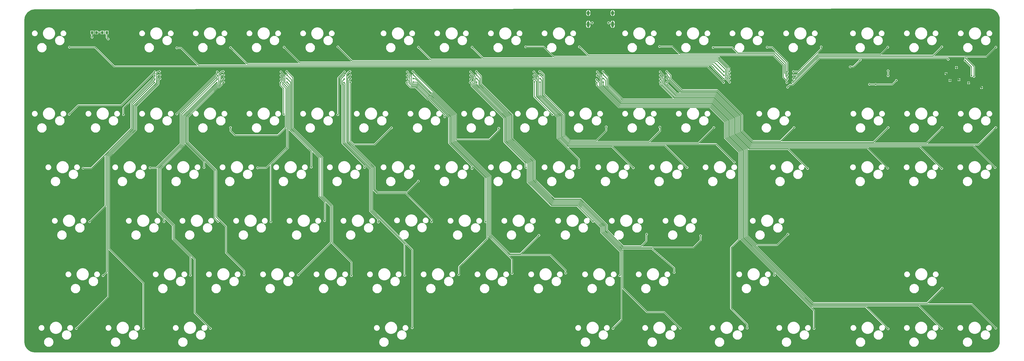
<source format=gtl>
G04*
G04 #@! TF.GenerationSoftware,Altium Limited,Altium Designer,20.0.1 (14)*
G04*
G04 Layer_Physical_Order=1*
G04 Layer_Color=255*
%FSLAX24Y24*%
%MOIN*%
G70*
G01*
G75*
%ADD10C,0.0100*%
%ADD12R,0.0366X0.0386*%
%ADD17C,0.0256*%
%ADD18O,0.0394X0.0630*%
%ADD19O,0.0394X0.0827*%
%ADD20C,0.0220*%
G36*
X135379Y48536D02*
X135607Y48482D01*
X135824Y48392D01*
X136023Y48269D01*
X136202Y48117D01*
X136354Y47939D01*
X136476Y47739D01*
X136566Y47523D01*
X136621Y47295D01*
X136635Y47109D01*
X136635Y47109D01*
X136639Y47059D01*
Y1893D01*
X136640Y1883D01*
X136622Y1659D01*
X136568Y1431D01*
X136478Y1214D01*
X136355Y1014D01*
X136203Y836D01*
X136025Y684D01*
X135825Y561D01*
X135608Y471D01*
X135380Y416D01*
X135156Y399D01*
X135146Y400D01*
X1809D01*
X1809Y400D01*
Y400D01*
X1759Y402D01*
X1578Y416D01*
X1353Y470D01*
X1139Y559D01*
X942Y680D01*
X766Y830D01*
X616Y1006D01*
X495Y1203D01*
X406Y1417D01*
X352Y1642D01*
X335Y1863D01*
X336Y1873D01*
Y1901D01*
Y46966D01*
X335Y46977D01*
X352Y47199D01*
X407Y47426D01*
X496Y47642D01*
X618Y47841D01*
X770Y48019D01*
X948Y48171D01*
X1147Y48293D01*
X1363Y48382D01*
X1590Y48437D01*
X1773Y48451D01*
X1823Y48453D01*
X1823Y48453D01*
X1873Y48453D01*
X135081Y48552D01*
X135088Y48552D01*
X135098Y48551D01*
X135145Y48553D01*
X135148Y48553D01*
X135155Y48554D01*
X135379Y48536D01*
D02*
G37*
%LPC*%
G36*
X82590Y48355D02*
Y47994D01*
X82840D01*
Y48062D01*
X82829Y48139D01*
X82799Y48211D01*
X82752Y48273D01*
X82690Y48321D01*
X82618Y48351D01*
X82590Y48355D01*
D02*
G37*
G36*
X79185D02*
Y47994D01*
X79434D01*
Y48062D01*
X79424Y48139D01*
X79394Y48211D01*
X79346Y48273D01*
X79284Y48321D01*
X79212Y48351D01*
X79185Y48355D01*
D02*
G37*
G36*
X79085Y48355D02*
X79057Y48351D01*
X78985Y48321D01*
X78923Y48273D01*
X78875Y48211D01*
X78845Y48139D01*
X78835Y48062D01*
Y47994D01*
X79085D01*
Y48355D01*
D02*
G37*
G36*
X82490D02*
X82463Y48351D01*
X82390Y48321D01*
X82328Y48273D01*
X82281Y48211D01*
X82251Y48139D01*
X82241Y48062D01*
Y47994D01*
X82490D01*
Y48355D01*
D02*
G37*
G36*
X82840Y47894D02*
X82590D01*
Y47533D01*
X82618Y47536D01*
X82690Y47566D01*
X82752Y47614D01*
X82799Y47676D01*
X82829Y47748D01*
X82840Y47825D01*
Y47894D01*
D02*
G37*
G36*
X79434D02*
X79185D01*
Y47533D01*
X79212Y47536D01*
X79284Y47566D01*
X79346Y47614D01*
X79394Y47676D01*
X79424Y47748D01*
X79434Y47825D01*
Y47894D01*
D02*
G37*
G36*
X82490D02*
X82241D01*
Y47825D01*
X82251Y47748D01*
X82281Y47676D01*
X82328Y47614D01*
X82390Y47566D01*
X82463Y47536D01*
X82490Y47533D01*
Y47894D01*
D02*
G37*
G36*
X79085D02*
X78835D01*
Y47825D01*
X78845Y47748D01*
X78875Y47676D01*
X78923Y47614D01*
X78985Y47566D01*
X79057Y47536D01*
X79085Y47533D01*
Y47894D01*
D02*
G37*
G36*
X82590Y46878D02*
Y46419D01*
X82840D01*
Y46585D01*
X82829Y46663D01*
X82799Y46735D01*
X82752Y46797D01*
X82690Y46845D01*
X82618Y46875D01*
X82590Y46878D01*
D02*
G37*
G36*
X79185D02*
Y46419D01*
X79434D01*
Y46585D01*
X79424Y46663D01*
X79394Y46735D01*
X79346Y46797D01*
X79284Y46845D01*
X79212Y46875D01*
X79185Y46878D01*
D02*
G37*
G36*
X79085Y46878D02*
X79057Y46875D01*
X78985Y46845D01*
X78923Y46797D01*
X78875Y46735D01*
X78845Y46663D01*
X78835Y46585D01*
Y46419D01*
X79085D01*
Y46878D01*
D02*
G37*
G36*
X82490D02*
X82463Y46875D01*
X82390Y46845D01*
X82328Y46797D01*
X82281Y46735D01*
X82251Y46663D01*
X82241Y46585D01*
Y46419D01*
X82490D01*
Y46878D01*
D02*
G37*
G36*
X81975Y46757D02*
X81902Y46743D01*
X81840Y46701D01*
X81798Y46639D01*
X81784Y46566D01*
X81798Y46492D01*
X81840Y46430D01*
X81902Y46389D01*
X81975Y46374D01*
X82049Y46389D01*
X82111Y46430D01*
X82152Y46492D01*
X82167Y46566D01*
X82152Y46639D01*
X82111Y46701D01*
X82049Y46743D01*
X81975Y46757D01*
D02*
G37*
G36*
X79700D02*
X79626Y46743D01*
X79564Y46701D01*
X79523Y46639D01*
X79508Y46566D01*
X79523Y46492D01*
X79564Y46430D01*
X79626Y46389D01*
X79700Y46374D01*
X79773Y46389D01*
X79835Y46430D01*
X79877Y46492D01*
X79891Y46566D01*
X79877Y46639D01*
X79835Y46701D01*
X79773Y46743D01*
X79700Y46757D01*
D02*
G37*
G36*
X133262Y45938D02*
X133107D01*
X133101Y45936D01*
X133094Y45937D01*
X132943Y45907D01*
X132937Y45903D01*
X132931D01*
X132788Y45844D01*
X132783Y45839D01*
X132777Y45838D01*
X132648Y45752D01*
X132644Y45747D01*
X132638Y45744D01*
X132529Y45635D01*
X132526Y45629D01*
X132521Y45625D01*
X132435Y45496D01*
X132433Y45490D01*
X132429Y45485D01*
X132370Y45342D01*
Y45336D01*
X132366Y45330D01*
X132336Y45178D01*
X132337Y45172D01*
X132334Y45166D01*
Y45011D01*
X132337Y45005D01*
X132336Y44998D01*
X132366Y44847D01*
X132370Y44841D01*
Y44835D01*
X132429Y44692D01*
X132433Y44687D01*
X132435Y44680D01*
X132521Y44552D01*
X132526Y44548D01*
X132529Y44542D01*
X132638Y44433D01*
X132644Y44430D01*
X132648Y44425D01*
X132777Y44339D01*
X132783Y44337D01*
X132788Y44333D01*
X132931Y44274D01*
X132937D01*
X132943Y44270D01*
X133094Y44240D01*
X133101Y44241D01*
X133107Y44238D01*
X133262D01*
X133268Y44241D01*
X133274Y44240D01*
X133426Y44270D01*
X133432Y44274D01*
X133438D01*
X133581Y44333D01*
X133586Y44337D01*
X133592Y44339D01*
X133721Y44425D01*
X133725Y44430D01*
X133731Y44433D01*
X133840Y44542D01*
X133843Y44548D01*
X133848Y44552D01*
X133934Y44680D01*
X133935Y44687D01*
X133940Y44692D01*
X133999Y44835D01*
Y44841D01*
X134003Y44847D01*
X134033Y44998D01*
X134032Y45005D01*
X134034Y45011D01*
Y45166D01*
X134032Y45172D01*
X134033Y45178D01*
X134003Y45330D01*
X133999Y45336D01*
Y45342D01*
X133940Y45485D01*
X133935Y45490D01*
X133934Y45496D01*
X133848Y45625D01*
X133843Y45629D01*
X133840Y45635D01*
X133731Y45744D01*
X133725Y45747D01*
X133721Y45752D01*
X133592Y45838D01*
X133586Y45839D01*
X133581Y45844D01*
X133438Y45903D01*
X133432D01*
X133426Y45907D01*
X133274Y45937D01*
X133268Y45936D01*
X133262Y45938D01*
D02*
G37*
G36*
X125737D02*
X125582D01*
X125576Y45936D01*
X125569Y45937D01*
X125418Y45907D01*
X125412Y45903D01*
X125406D01*
X125263Y45844D01*
X125258Y45839D01*
X125252Y45838D01*
X125123Y45752D01*
X125119Y45747D01*
X125113Y45744D01*
X125004Y45635D01*
X125001Y45629D01*
X124996Y45625D01*
X124910Y45496D01*
X124908Y45490D01*
X124904Y45485D01*
X124845Y45342D01*
Y45336D01*
X124841Y45330D01*
X124811Y45178D01*
X124812Y45172D01*
X124810Y45166D01*
Y45011D01*
X124812Y45005D01*
X124811Y44998D01*
X124841Y44847D01*
X124845Y44841D01*
Y44835D01*
X124904Y44692D01*
X124908Y44687D01*
X124910Y44680D01*
X124996Y44552D01*
X125001Y44548D01*
X125004Y44542D01*
X125113Y44433D01*
X125119Y44430D01*
X125123Y44425D01*
X125252Y44339D01*
X125258Y44337D01*
X125263Y44333D01*
X125406Y44274D01*
X125412D01*
X125418Y44270D01*
X125569Y44240D01*
X125576Y44241D01*
X125582Y44238D01*
X125737D01*
X125743Y44241D01*
X125749Y44240D01*
X125901Y44270D01*
X125907Y44274D01*
X125913D01*
X126056Y44333D01*
X126061Y44337D01*
X126067Y44339D01*
X126196Y44425D01*
X126200Y44430D01*
X126206Y44433D01*
X126315Y44542D01*
X126318Y44548D01*
X126323Y44552D01*
X126409Y44680D01*
X126410Y44687D01*
X126415Y44692D01*
X126474Y44835D01*
Y44841D01*
X126478Y44847D01*
X126508Y44998D01*
X126507Y45005D01*
X126509Y45011D01*
Y45166D01*
X126507Y45172D01*
X126508Y45178D01*
X126478Y45330D01*
X126474Y45336D01*
Y45342D01*
X126415Y45485D01*
X126410Y45490D01*
X126409Y45496D01*
X126323Y45625D01*
X126318Y45629D01*
X126315Y45635D01*
X126206Y45744D01*
X126200Y45747D01*
X126196Y45752D01*
X126067Y45838D01*
X126061Y45839D01*
X126056Y45844D01*
X125913Y45903D01*
X125907D01*
X125901Y45907D01*
X125749Y45937D01*
X125743Y45936D01*
X125737Y45938D01*
D02*
G37*
G36*
X118212D02*
X118057D01*
X118051Y45936D01*
X118044Y45937D01*
X117893Y45907D01*
X117887Y45903D01*
X117881D01*
X117738Y45844D01*
X117733Y45839D01*
X117727Y45838D01*
X117598Y45752D01*
X117594Y45747D01*
X117588Y45744D01*
X117479Y45635D01*
X117476Y45629D01*
X117471Y45625D01*
X117385Y45496D01*
X117383Y45490D01*
X117379Y45485D01*
X117320Y45342D01*
Y45336D01*
X117316Y45330D01*
X117286Y45178D01*
X117287Y45172D01*
X117284Y45166D01*
Y45011D01*
X117287Y45005D01*
X117286Y44998D01*
X117316Y44847D01*
X117320Y44841D01*
Y44835D01*
X117379Y44692D01*
X117383Y44687D01*
X117385Y44680D01*
X117471Y44552D01*
X117476Y44548D01*
X117479Y44542D01*
X117588Y44433D01*
X117594Y44430D01*
X117598Y44425D01*
X117727Y44339D01*
X117733Y44337D01*
X117738Y44333D01*
X117881Y44274D01*
X117887D01*
X117893Y44270D01*
X118044Y44240D01*
X118051Y44241D01*
X118057Y44238D01*
X118212D01*
X118218Y44241D01*
X118224Y44240D01*
X118376Y44270D01*
X118382Y44274D01*
X118388D01*
X118531Y44333D01*
X118536Y44337D01*
X118542Y44339D01*
X118671Y44425D01*
X118675Y44430D01*
X118681Y44433D01*
X118790Y44542D01*
X118793Y44548D01*
X118798Y44552D01*
X118884Y44680D01*
X118885Y44687D01*
X118890Y44692D01*
X118949Y44835D01*
Y44841D01*
X118953Y44847D01*
X118983Y44998D01*
X118982Y45005D01*
X118984Y45011D01*
Y45166D01*
X118982Y45172D01*
X118983Y45178D01*
X118953Y45330D01*
X118949Y45336D01*
Y45342D01*
X118890Y45485D01*
X118885Y45490D01*
X118884Y45496D01*
X118798Y45625D01*
X118793Y45629D01*
X118790Y45635D01*
X118681Y45744D01*
X118675Y45747D01*
X118671Y45752D01*
X118542Y45838D01*
X118536Y45839D01*
X118531Y45844D01*
X118388Y45903D01*
X118382D01*
X118376Y45907D01*
X118224Y45937D01*
X118218Y45936D01*
X118212Y45938D01*
D02*
G37*
G36*
X108862D02*
X108707D01*
X108701Y45936D01*
X108694Y45937D01*
X108543Y45907D01*
X108537Y45903D01*
X108531D01*
X108388Y45844D01*
X108383Y45839D01*
X108377Y45838D01*
X108248Y45752D01*
X108244Y45747D01*
X108238Y45744D01*
X108129Y45635D01*
X108126Y45629D01*
X108121Y45625D01*
X108035Y45496D01*
X108033Y45490D01*
X108029Y45485D01*
X107970Y45342D01*
Y45336D01*
X107966Y45330D01*
X107936Y45178D01*
X107937Y45172D01*
X107935Y45166D01*
Y45011D01*
X107937Y45005D01*
X107936Y44998D01*
X107966Y44847D01*
X107970Y44841D01*
Y44835D01*
X108029Y44692D01*
X108033Y44687D01*
X108035Y44680D01*
X108121Y44552D01*
X108126Y44548D01*
X108129Y44542D01*
X108238Y44433D01*
X108244Y44430D01*
X108248Y44425D01*
X108377Y44339D01*
X108383Y44337D01*
X108388Y44333D01*
X108531Y44274D01*
X108537D01*
X108543Y44270D01*
X108694Y44240D01*
X108701Y44241D01*
X108707Y44238D01*
X108862D01*
X108868Y44241D01*
X108874Y44240D01*
X109026Y44270D01*
X109032Y44274D01*
X109038D01*
X109181Y44333D01*
X109186Y44337D01*
X109192Y44339D01*
X109321Y44425D01*
X109325Y44430D01*
X109331Y44433D01*
X109440Y44542D01*
X109443Y44548D01*
X109448Y44552D01*
X109534Y44680D01*
X109535Y44687D01*
X109540Y44692D01*
X109599Y44835D01*
Y44841D01*
X109603Y44847D01*
X109633Y44998D01*
X109632Y45005D01*
X109634Y45011D01*
Y45166D01*
X109632Y45172D01*
X109633Y45178D01*
X109603Y45330D01*
X109599Y45336D01*
Y45342D01*
X109540Y45485D01*
X109535Y45490D01*
X109534Y45496D01*
X109448Y45625D01*
X109443Y45629D01*
X109440Y45635D01*
X109331Y45744D01*
X109325Y45747D01*
X109321Y45752D01*
X109192Y45838D01*
X109186Y45839D01*
X109181Y45844D01*
X109038Y45903D01*
X109032D01*
X109026Y45907D01*
X108874Y45937D01*
X108868Y45936D01*
X108862Y45938D01*
D02*
G37*
G36*
X101362D02*
X101207D01*
X101201Y45936D01*
X101194Y45937D01*
X101043Y45907D01*
X101037Y45903D01*
X101031D01*
X100888Y45844D01*
X100883Y45839D01*
X100877Y45838D01*
X100748Y45752D01*
X100744Y45747D01*
X100738Y45744D01*
X100629Y45635D01*
X100626Y45629D01*
X100621Y45625D01*
X100535Y45496D01*
X100533Y45490D01*
X100529Y45485D01*
X100470Y45342D01*
Y45336D01*
X100466Y45330D01*
X100436Y45178D01*
X100437Y45172D01*
X100435Y45166D01*
Y45011D01*
X100437Y45005D01*
X100436Y44998D01*
X100466Y44847D01*
X100470Y44841D01*
Y44835D01*
X100529Y44692D01*
X100533Y44687D01*
X100535Y44680D01*
X100621Y44552D01*
X100626Y44548D01*
X100629Y44542D01*
X100738Y44433D01*
X100744Y44430D01*
X100748Y44425D01*
X100877Y44339D01*
X100883Y44337D01*
X100888Y44333D01*
X101031Y44274D01*
X101037D01*
X101043Y44270D01*
X101194Y44240D01*
X101201Y44241D01*
X101207Y44238D01*
X101362D01*
X101368Y44241D01*
X101374Y44240D01*
X101526Y44270D01*
X101532Y44274D01*
X101538D01*
X101681Y44333D01*
X101686Y44337D01*
X101692Y44339D01*
X101821Y44425D01*
X101825Y44430D01*
X101831Y44433D01*
X101940Y44542D01*
X101943Y44548D01*
X101948Y44552D01*
X102034Y44680D01*
X102035Y44687D01*
X102040Y44692D01*
X102099Y44835D01*
Y44841D01*
X102103Y44847D01*
X102133Y44998D01*
X102132Y45005D01*
X102134Y45011D01*
Y45166D01*
X102132Y45172D01*
X102133Y45178D01*
X102103Y45330D01*
X102099Y45336D01*
Y45342D01*
X102040Y45485D01*
X102035Y45490D01*
X102034Y45496D01*
X101948Y45625D01*
X101943Y45629D01*
X101940Y45635D01*
X101831Y45744D01*
X101825Y45747D01*
X101821Y45752D01*
X101692Y45838D01*
X101686Y45839D01*
X101681Y45844D01*
X101538Y45903D01*
X101532D01*
X101526Y45907D01*
X101374Y45937D01*
X101368Y45936D01*
X101362Y45938D01*
D02*
G37*
G36*
X93862D02*
X93707D01*
X93701Y45936D01*
X93694Y45937D01*
X93543Y45907D01*
X93537Y45903D01*
X93531D01*
X93388Y45844D01*
X93383Y45839D01*
X93377Y45838D01*
X93248Y45752D01*
X93244Y45747D01*
X93238Y45744D01*
X93129Y45635D01*
X93126Y45629D01*
X93121Y45625D01*
X93035Y45496D01*
X93033Y45490D01*
X93029Y45485D01*
X92970Y45342D01*
Y45336D01*
X92966Y45330D01*
X92936Y45178D01*
X92937Y45172D01*
X92935Y45166D01*
Y45011D01*
X92937Y45005D01*
X92936Y44998D01*
X92966Y44847D01*
X92970Y44841D01*
Y44835D01*
X93029Y44692D01*
X93033Y44687D01*
X93035Y44680D01*
X93121Y44552D01*
X93126Y44548D01*
X93129Y44542D01*
X93238Y44433D01*
X93244Y44430D01*
X93248Y44425D01*
X93377Y44339D01*
X93383Y44337D01*
X93388Y44333D01*
X93531Y44274D01*
X93537D01*
X93543Y44270D01*
X93694Y44240D01*
X93701Y44241D01*
X93707Y44238D01*
X93862D01*
X93868Y44241D01*
X93874Y44240D01*
X94026Y44270D01*
X94032Y44274D01*
X94038D01*
X94181Y44333D01*
X94186Y44337D01*
X94192Y44339D01*
X94321Y44425D01*
X94325Y44430D01*
X94331Y44433D01*
X94440Y44542D01*
X94443Y44548D01*
X94448Y44552D01*
X94534Y44680D01*
X94535Y44687D01*
X94540Y44692D01*
X94599Y44835D01*
Y44841D01*
X94603Y44847D01*
X94633Y44998D01*
X94632Y45005D01*
X94634Y45011D01*
Y45166D01*
X94632Y45172D01*
X94633Y45178D01*
X94603Y45330D01*
X94599Y45336D01*
Y45342D01*
X94540Y45485D01*
X94535Y45490D01*
X94534Y45496D01*
X94448Y45625D01*
X94443Y45629D01*
X94440Y45635D01*
X94331Y45744D01*
X94325Y45747D01*
X94321Y45752D01*
X94192Y45838D01*
X94186Y45839D01*
X94181Y45844D01*
X94038Y45903D01*
X94032D01*
X94026Y45907D01*
X93874Y45937D01*
X93868Y45936D01*
X93862Y45938D01*
D02*
G37*
G36*
X86362D02*
X86207D01*
X86201Y45936D01*
X86194Y45937D01*
X86043Y45907D01*
X86037Y45903D01*
X86031D01*
X85888Y45844D01*
X85883Y45839D01*
X85877Y45838D01*
X85748Y45752D01*
X85744Y45747D01*
X85738Y45744D01*
X85629Y45635D01*
X85626Y45629D01*
X85621Y45625D01*
X85535Y45496D01*
X85533Y45490D01*
X85529Y45485D01*
X85470Y45342D01*
Y45336D01*
X85466Y45330D01*
X85436Y45178D01*
X85437Y45172D01*
X85435Y45166D01*
Y45011D01*
X85437Y45005D01*
X85436Y44998D01*
X85466Y44847D01*
X85470Y44841D01*
Y44835D01*
X85529Y44692D01*
X85533Y44687D01*
X85535Y44680D01*
X85621Y44552D01*
X85626Y44548D01*
X85629Y44542D01*
X85738Y44433D01*
X85744Y44430D01*
X85748Y44425D01*
X85877Y44339D01*
X85883Y44337D01*
X85888Y44333D01*
X86031Y44274D01*
X86037D01*
X86043Y44270D01*
X86194Y44240D01*
X86201Y44241D01*
X86207Y44238D01*
X86362D01*
X86368Y44241D01*
X86374Y44240D01*
X86526Y44270D01*
X86532Y44274D01*
X86538D01*
X86681Y44333D01*
X86686Y44337D01*
X86692Y44339D01*
X86821Y44425D01*
X86825Y44430D01*
X86831Y44433D01*
X86940Y44542D01*
X86943Y44548D01*
X86948Y44552D01*
X87034Y44680D01*
X87035Y44687D01*
X87040Y44692D01*
X87099Y44835D01*
Y44841D01*
X87103Y44847D01*
X87133Y44998D01*
X87132Y45005D01*
X87134Y45011D01*
Y45166D01*
X87132Y45172D01*
X87133Y45178D01*
X87103Y45330D01*
X87099Y45336D01*
Y45342D01*
X87040Y45485D01*
X87035Y45490D01*
X87034Y45496D01*
X86948Y45625D01*
X86943Y45629D01*
X86940Y45635D01*
X86831Y45744D01*
X86825Y45747D01*
X86821Y45752D01*
X86692Y45838D01*
X86686Y45839D01*
X86681Y45844D01*
X86538Y45903D01*
X86532D01*
X86526Y45907D01*
X86374Y45937D01*
X86368Y45936D01*
X86362Y45938D01*
D02*
G37*
G36*
X75112D02*
X74957D01*
X74951Y45936D01*
X74944Y45937D01*
X74793Y45907D01*
X74787Y45903D01*
X74781D01*
X74638Y45844D01*
X74633Y45839D01*
X74627Y45838D01*
X74498Y45752D01*
X74494Y45747D01*
X74488Y45744D01*
X74379Y45635D01*
X74376Y45629D01*
X74371Y45625D01*
X74285Y45496D01*
X74283Y45490D01*
X74279Y45485D01*
X74220Y45342D01*
Y45336D01*
X74216Y45330D01*
X74186Y45178D01*
X74187Y45172D01*
X74184Y45166D01*
Y45011D01*
X74187Y45005D01*
X74186Y44998D01*
X74216Y44847D01*
X74220Y44841D01*
Y44835D01*
X74279Y44692D01*
X74283Y44687D01*
X74285Y44680D01*
X74371Y44552D01*
X74376Y44548D01*
X74379Y44542D01*
X74488Y44433D01*
X74494Y44430D01*
X74498Y44425D01*
X74627Y44339D01*
X74633Y44337D01*
X74638Y44333D01*
X74781Y44274D01*
X74787D01*
X74793Y44270D01*
X74944Y44240D01*
X74951Y44241D01*
X74957Y44238D01*
X75112D01*
X75118Y44241D01*
X75124Y44240D01*
X75276Y44270D01*
X75282Y44274D01*
X75288D01*
X75431Y44333D01*
X75436Y44337D01*
X75442Y44339D01*
X75571Y44425D01*
X75575Y44430D01*
X75581Y44433D01*
X75690Y44542D01*
X75693Y44548D01*
X75698Y44552D01*
X75784Y44680D01*
X75785Y44687D01*
X75790Y44692D01*
X75849Y44835D01*
Y44841D01*
X75853Y44847D01*
X75883Y44998D01*
X75882Y45005D01*
X75884Y45011D01*
Y45166D01*
X75882Y45172D01*
X75883Y45178D01*
X75853Y45330D01*
X75849Y45336D01*
Y45342D01*
X75790Y45485D01*
X75785Y45490D01*
X75784Y45496D01*
X75698Y45625D01*
X75693Y45629D01*
X75690Y45635D01*
X75581Y45744D01*
X75575Y45747D01*
X75571Y45752D01*
X75442Y45838D01*
X75436Y45839D01*
X75431Y45844D01*
X75288Y45903D01*
X75282D01*
X75276Y45907D01*
X75124Y45937D01*
X75118Y45936D01*
X75112Y45938D01*
D02*
G37*
G36*
X67612D02*
X67457D01*
X67451Y45936D01*
X67444Y45937D01*
X67293Y45907D01*
X67287Y45903D01*
X67281D01*
X67138Y45844D01*
X67133Y45839D01*
X67127Y45838D01*
X66998Y45752D01*
X66994Y45747D01*
X66988Y45744D01*
X66879Y45635D01*
X66876Y45629D01*
X66871Y45625D01*
X66785Y45496D01*
X66783Y45490D01*
X66779Y45485D01*
X66720Y45342D01*
Y45336D01*
X66716Y45330D01*
X66686Y45178D01*
X66687Y45172D01*
X66684Y45166D01*
Y45011D01*
X66687Y45005D01*
X66686Y44998D01*
X66716Y44847D01*
X66720Y44841D01*
Y44835D01*
X66779Y44692D01*
X66783Y44687D01*
X66785Y44680D01*
X66871Y44552D01*
X66876Y44548D01*
X66879Y44542D01*
X66988Y44433D01*
X66994Y44430D01*
X66998Y44425D01*
X67127Y44339D01*
X67133Y44337D01*
X67138Y44333D01*
X67281Y44274D01*
X67287D01*
X67293Y44270D01*
X67444Y44240D01*
X67451Y44241D01*
X67457Y44238D01*
X67612D01*
X67618Y44241D01*
X67624Y44240D01*
X67776Y44270D01*
X67782Y44274D01*
X67788D01*
X67931Y44333D01*
X67936Y44337D01*
X67942Y44339D01*
X68071Y44425D01*
X68075Y44430D01*
X68081Y44433D01*
X68190Y44542D01*
X68193Y44548D01*
X68198Y44552D01*
X68284Y44680D01*
X68285Y44687D01*
X68290Y44692D01*
X68349Y44835D01*
Y44841D01*
X68353Y44847D01*
X68383Y44998D01*
X68382Y45005D01*
X68384Y45011D01*
Y45166D01*
X68382Y45172D01*
X68383Y45178D01*
X68353Y45330D01*
X68349Y45336D01*
Y45342D01*
X68290Y45485D01*
X68285Y45490D01*
X68284Y45496D01*
X68198Y45625D01*
X68193Y45629D01*
X68190Y45635D01*
X68081Y45744D01*
X68075Y45747D01*
X68071Y45752D01*
X67942Y45838D01*
X67936Y45839D01*
X67931Y45844D01*
X67788Y45903D01*
X67782D01*
X67776Y45907D01*
X67624Y45937D01*
X67618Y45936D01*
X67612Y45938D01*
D02*
G37*
G36*
X60112D02*
X59957D01*
X59951Y45936D01*
X59944Y45937D01*
X59793Y45907D01*
X59787Y45903D01*
X59781D01*
X59638Y45844D01*
X59633Y45839D01*
X59627Y45838D01*
X59498Y45752D01*
X59494Y45747D01*
X59488Y45744D01*
X59379Y45635D01*
X59376Y45629D01*
X59371Y45625D01*
X59285Y45496D01*
X59283Y45490D01*
X59279Y45485D01*
X59220Y45342D01*
Y45336D01*
X59216Y45330D01*
X59186Y45178D01*
X59187Y45172D01*
X59184Y45166D01*
Y45011D01*
X59187Y45005D01*
X59186Y44998D01*
X59216Y44847D01*
X59220Y44841D01*
Y44835D01*
X59279Y44692D01*
X59283Y44687D01*
X59285Y44680D01*
X59371Y44552D01*
X59376Y44548D01*
X59379Y44542D01*
X59488Y44433D01*
X59494Y44430D01*
X59498Y44425D01*
X59627Y44339D01*
X59633Y44337D01*
X59638Y44333D01*
X59781Y44274D01*
X59787D01*
X59793Y44270D01*
X59944Y44240D01*
X59951Y44241D01*
X59957Y44238D01*
X60112D01*
X60118Y44241D01*
X60124Y44240D01*
X60276Y44270D01*
X60282Y44274D01*
X60288D01*
X60431Y44333D01*
X60436Y44337D01*
X60442Y44339D01*
X60571Y44425D01*
X60575Y44430D01*
X60581Y44433D01*
X60690Y44542D01*
X60693Y44548D01*
X60698Y44552D01*
X60784Y44680D01*
X60785Y44687D01*
X60790Y44692D01*
X60849Y44835D01*
Y44841D01*
X60853Y44847D01*
X60883Y44998D01*
X60882Y45005D01*
X60884Y45011D01*
Y45166D01*
X60882Y45172D01*
X60883Y45178D01*
X60853Y45330D01*
X60849Y45336D01*
Y45342D01*
X60790Y45485D01*
X60785Y45490D01*
X60784Y45496D01*
X60698Y45625D01*
X60693Y45629D01*
X60690Y45635D01*
X60581Y45744D01*
X60575Y45747D01*
X60571Y45752D01*
X60442Y45838D01*
X60436Y45839D01*
X60431Y45844D01*
X60288Y45903D01*
X60282D01*
X60276Y45907D01*
X60124Y45937D01*
X60118Y45936D01*
X60112Y45938D01*
D02*
G37*
G36*
X52612D02*
X52457D01*
X52451Y45936D01*
X52444Y45937D01*
X52293Y45907D01*
X52287Y45903D01*
X52281D01*
X52138Y45844D01*
X52133Y45839D01*
X52127Y45838D01*
X51998Y45752D01*
X51994Y45747D01*
X51988Y45744D01*
X51879Y45635D01*
X51876Y45629D01*
X51871Y45625D01*
X51785Y45496D01*
X51783Y45490D01*
X51779Y45485D01*
X51720Y45342D01*
Y45336D01*
X51716Y45330D01*
X51686Y45178D01*
X51687Y45172D01*
X51684Y45166D01*
Y45011D01*
X51687Y45005D01*
X51686Y44998D01*
X51716Y44847D01*
X51720Y44841D01*
Y44835D01*
X51779Y44692D01*
X51783Y44687D01*
X51785Y44680D01*
X51871Y44552D01*
X51876Y44548D01*
X51879Y44542D01*
X51988Y44433D01*
X51994Y44430D01*
X51998Y44425D01*
X52127Y44339D01*
X52133Y44337D01*
X52138Y44333D01*
X52281Y44274D01*
X52287D01*
X52293Y44270D01*
X52444Y44240D01*
X52451Y44241D01*
X52457Y44238D01*
X52612D01*
X52618Y44241D01*
X52624Y44240D01*
X52776Y44270D01*
X52782Y44274D01*
X52788D01*
X52931Y44333D01*
X52936Y44337D01*
X52942Y44339D01*
X53071Y44425D01*
X53075Y44430D01*
X53081Y44433D01*
X53190Y44542D01*
X53193Y44548D01*
X53198Y44552D01*
X53284Y44680D01*
X53285Y44687D01*
X53290Y44692D01*
X53349Y44835D01*
Y44841D01*
X53353Y44847D01*
X53383Y44998D01*
X53382Y45005D01*
X53384Y45011D01*
Y45166D01*
X53382Y45172D01*
X53383Y45178D01*
X53353Y45330D01*
X53349Y45336D01*
Y45342D01*
X53290Y45485D01*
X53285Y45490D01*
X53284Y45496D01*
X53198Y45625D01*
X53193Y45629D01*
X53190Y45635D01*
X53081Y45744D01*
X53075Y45747D01*
X53071Y45752D01*
X52942Y45838D01*
X52936Y45839D01*
X52931Y45844D01*
X52788Y45903D01*
X52782D01*
X52776Y45907D01*
X52624Y45937D01*
X52618Y45936D01*
X52612Y45938D01*
D02*
G37*
G36*
X41362D02*
X41207D01*
X41201Y45936D01*
X41194Y45937D01*
X41043Y45907D01*
X41037Y45903D01*
X41031D01*
X40888Y45844D01*
X40883Y45839D01*
X40877Y45838D01*
X40748Y45752D01*
X40744Y45747D01*
X40738Y45744D01*
X40629Y45635D01*
X40626Y45629D01*
X40621Y45625D01*
X40535Y45496D01*
X40533Y45490D01*
X40529Y45485D01*
X40470Y45342D01*
Y45336D01*
X40466Y45330D01*
X40436Y45178D01*
X40437Y45172D01*
X40434Y45166D01*
Y45011D01*
X40437Y45005D01*
X40436Y44998D01*
X40466Y44847D01*
X40470Y44841D01*
Y44835D01*
X40529Y44692D01*
X40533Y44687D01*
X40535Y44680D01*
X40621Y44552D01*
X40626Y44548D01*
X40629Y44542D01*
X40738Y44433D01*
X40744Y44430D01*
X40748Y44425D01*
X40877Y44339D01*
X40883Y44337D01*
X40888Y44333D01*
X41031Y44274D01*
X41037D01*
X41043Y44270D01*
X41194Y44240D01*
X41201Y44241D01*
X41207Y44238D01*
X41362D01*
X41368Y44241D01*
X41374Y44240D01*
X41526Y44270D01*
X41532Y44274D01*
X41538D01*
X41681Y44333D01*
X41686Y44337D01*
X41692Y44339D01*
X41821Y44425D01*
X41825Y44430D01*
X41831Y44433D01*
X41940Y44542D01*
X41943Y44548D01*
X41948Y44552D01*
X42034Y44680D01*
X42035Y44687D01*
X42040Y44692D01*
X42099Y44835D01*
Y44841D01*
X42103Y44847D01*
X42133Y44998D01*
X42132Y45005D01*
X42134Y45011D01*
Y45166D01*
X42132Y45172D01*
X42133Y45178D01*
X42103Y45330D01*
X42099Y45336D01*
Y45342D01*
X42040Y45485D01*
X42035Y45490D01*
X42034Y45496D01*
X41948Y45625D01*
X41943Y45629D01*
X41940Y45635D01*
X41831Y45744D01*
X41825Y45747D01*
X41821Y45752D01*
X41692Y45838D01*
X41686Y45839D01*
X41681Y45844D01*
X41538Y45903D01*
X41532D01*
X41526Y45907D01*
X41374Y45937D01*
X41368Y45936D01*
X41362Y45938D01*
D02*
G37*
G36*
X33862D02*
X33707D01*
X33701Y45936D01*
X33694Y45937D01*
X33543Y45907D01*
X33537Y45903D01*
X33531D01*
X33388Y45844D01*
X33383Y45839D01*
X33377Y45838D01*
X33248Y45752D01*
X33244Y45747D01*
X33238Y45744D01*
X33129Y45635D01*
X33126Y45629D01*
X33121Y45625D01*
X33035Y45496D01*
X33033Y45490D01*
X33029Y45485D01*
X32970Y45342D01*
Y45336D01*
X32966Y45330D01*
X32936Y45178D01*
X32937Y45172D01*
X32935Y45166D01*
Y45011D01*
X32937Y45005D01*
X32936Y44998D01*
X32966Y44847D01*
X32970Y44841D01*
Y44835D01*
X33029Y44692D01*
X33033Y44687D01*
X33035Y44680D01*
X33121Y44552D01*
X33126Y44548D01*
X33129Y44542D01*
X33238Y44433D01*
X33244Y44430D01*
X33248Y44425D01*
X33377Y44339D01*
X33383Y44337D01*
X33388Y44333D01*
X33531Y44274D01*
X33537D01*
X33543Y44270D01*
X33694Y44240D01*
X33701Y44241D01*
X33707Y44238D01*
X33862D01*
X33868Y44241D01*
X33874Y44240D01*
X34026Y44270D01*
X34032Y44274D01*
X34038D01*
X34181Y44333D01*
X34186Y44337D01*
X34192Y44339D01*
X34321Y44425D01*
X34325Y44430D01*
X34331Y44433D01*
X34440Y44542D01*
X34443Y44548D01*
X34448Y44552D01*
X34534Y44680D01*
X34535Y44687D01*
X34540Y44692D01*
X34599Y44835D01*
Y44841D01*
X34603Y44847D01*
X34633Y44998D01*
X34632Y45005D01*
X34634Y45011D01*
Y45166D01*
X34632Y45172D01*
X34633Y45178D01*
X34603Y45330D01*
X34599Y45336D01*
Y45342D01*
X34540Y45485D01*
X34535Y45490D01*
X34534Y45496D01*
X34448Y45625D01*
X34443Y45629D01*
X34440Y45635D01*
X34331Y45744D01*
X34325Y45747D01*
X34321Y45752D01*
X34192Y45838D01*
X34186Y45839D01*
X34181Y45844D01*
X34038Y45903D01*
X34032D01*
X34026Y45907D01*
X33874Y45937D01*
X33868Y45936D01*
X33862Y45938D01*
D02*
G37*
G36*
X26362D02*
X26207D01*
X26201Y45936D01*
X26194Y45937D01*
X26043Y45907D01*
X26037Y45903D01*
X26031D01*
X25888Y45844D01*
X25883Y45839D01*
X25877Y45838D01*
X25748Y45752D01*
X25744Y45747D01*
X25738Y45744D01*
X25629Y45635D01*
X25626Y45629D01*
X25621Y45625D01*
X25535Y45496D01*
X25533Y45490D01*
X25529Y45485D01*
X25470Y45342D01*
Y45336D01*
X25466Y45330D01*
X25436Y45178D01*
X25437Y45172D01*
X25435Y45166D01*
Y45011D01*
X25437Y45005D01*
X25436Y44998D01*
X25466Y44847D01*
X25470Y44841D01*
Y44835D01*
X25529Y44692D01*
X25533Y44687D01*
X25535Y44680D01*
X25621Y44552D01*
X25626Y44548D01*
X25629Y44542D01*
X25738Y44433D01*
X25744Y44430D01*
X25748Y44425D01*
X25877Y44339D01*
X25883Y44337D01*
X25888Y44333D01*
X26031Y44274D01*
X26037D01*
X26043Y44270D01*
X26194Y44240D01*
X26201Y44241D01*
X26207Y44238D01*
X26362D01*
X26368Y44241D01*
X26374Y44240D01*
X26526Y44270D01*
X26532Y44274D01*
X26538D01*
X26681Y44333D01*
X26686Y44337D01*
X26692Y44339D01*
X26821Y44425D01*
X26825Y44430D01*
X26831Y44433D01*
X26940Y44542D01*
X26943Y44548D01*
X26948Y44552D01*
X27034Y44680D01*
X27035Y44687D01*
X27040Y44692D01*
X27099Y44835D01*
Y44841D01*
X27103Y44847D01*
X27133Y44998D01*
X27132Y45005D01*
X27134Y45011D01*
Y45166D01*
X27132Y45172D01*
X27133Y45178D01*
X27103Y45330D01*
X27099Y45336D01*
Y45342D01*
X27040Y45485D01*
X27035Y45490D01*
X27034Y45496D01*
X26948Y45625D01*
X26943Y45629D01*
X26940Y45635D01*
X26831Y45744D01*
X26825Y45747D01*
X26821Y45752D01*
X26692Y45838D01*
X26686Y45839D01*
X26681Y45844D01*
X26538Y45903D01*
X26532D01*
X26526Y45907D01*
X26374Y45937D01*
X26368Y45936D01*
X26362Y45938D01*
D02*
G37*
G36*
X18862D02*
X18707D01*
X18701Y45936D01*
X18694Y45937D01*
X18543Y45907D01*
X18537Y45903D01*
X18531D01*
X18388Y45844D01*
X18383Y45839D01*
X18377Y45838D01*
X18248Y45752D01*
X18244Y45747D01*
X18238Y45744D01*
X18129Y45635D01*
X18126Y45629D01*
X18121Y45625D01*
X18035Y45496D01*
X18033Y45490D01*
X18029Y45485D01*
X17970Y45342D01*
Y45336D01*
X17966Y45330D01*
X17936Y45178D01*
X17937Y45172D01*
X17934Y45166D01*
Y45011D01*
X17937Y45005D01*
X17936Y44998D01*
X17966Y44847D01*
X17970Y44841D01*
Y44835D01*
X18029Y44692D01*
X18033Y44687D01*
X18035Y44680D01*
X18121Y44552D01*
X18126Y44548D01*
X18129Y44542D01*
X18238Y44433D01*
X18244Y44430D01*
X18248Y44425D01*
X18377Y44339D01*
X18383Y44337D01*
X18388Y44333D01*
X18531Y44274D01*
X18537D01*
X18543Y44270D01*
X18694Y44240D01*
X18701Y44241D01*
X18707Y44238D01*
X18862D01*
X18868Y44241D01*
X18874Y44240D01*
X19026Y44270D01*
X19032Y44274D01*
X19038D01*
X19181Y44333D01*
X19186Y44337D01*
X19192Y44339D01*
X19321Y44425D01*
X19325Y44430D01*
X19331Y44433D01*
X19440Y44542D01*
X19443Y44548D01*
X19448Y44552D01*
X19534Y44680D01*
X19535Y44687D01*
X19540Y44692D01*
X19599Y44835D01*
Y44841D01*
X19603Y44847D01*
X19633Y44998D01*
X19632Y45005D01*
X19634Y45011D01*
Y45166D01*
X19632Y45172D01*
X19633Y45178D01*
X19603Y45330D01*
X19599Y45336D01*
Y45342D01*
X19540Y45485D01*
X19535Y45490D01*
X19534Y45496D01*
X19448Y45625D01*
X19443Y45629D01*
X19440Y45635D01*
X19331Y45744D01*
X19325Y45747D01*
X19321Y45752D01*
X19192Y45838D01*
X19186Y45839D01*
X19181Y45844D01*
X19038Y45903D01*
X19032D01*
X19026Y45907D01*
X18874Y45937D01*
X18868Y45936D01*
X18862Y45938D01*
D02*
G37*
G36*
X3862D02*
X3707D01*
X3701Y45936D01*
X3694Y45937D01*
X3543Y45907D01*
X3537Y45903D01*
X3531D01*
X3388Y45844D01*
X3383Y45839D01*
X3377Y45838D01*
X3248Y45752D01*
X3244Y45747D01*
X3238Y45744D01*
X3129Y45635D01*
X3126Y45629D01*
X3121Y45625D01*
X3035Y45496D01*
X3033Y45490D01*
X3029Y45485D01*
X2970Y45342D01*
Y45336D01*
X2966Y45330D01*
X2936Y45178D01*
X2937Y45172D01*
X2934Y45166D01*
Y45011D01*
X2937Y45005D01*
X2936Y44998D01*
X2966Y44847D01*
X2970Y44841D01*
Y44835D01*
X3029Y44692D01*
X3033Y44687D01*
X3035Y44680D01*
X3121Y44552D01*
X3126Y44548D01*
X3129Y44542D01*
X3238Y44433D01*
X3244Y44430D01*
X3248Y44425D01*
X3377Y44339D01*
X3383Y44337D01*
X3388Y44333D01*
X3531Y44274D01*
X3537D01*
X3543Y44270D01*
X3694Y44240D01*
X3701Y44241D01*
X3707Y44238D01*
X3862D01*
X3868Y44241D01*
X3874Y44240D01*
X4026Y44270D01*
X4032Y44274D01*
X4038D01*
X4181Y44333D01*
X4186Y44337D01*
X4192Y44339D01*
X4321Y44425D01*
X4325Y44430D01*
X4331Y44433D01*
X4440Y44542D01*
X4443Y44548D01*
X4448Y44552D01*
X4534Y44680D01*
X4535Y44687D01*
X4540Y44692D01*
X4599Y44835D01*
Y44841D01*
X4603Y44847D01*
X4633Y44998D01*
X4632Y45005D01*
X4634Y45011D01*
Y45166D01*
X4632Y45172D01*
X4633Y45178D01*
X4603Y45330D01*
X4599Y45336D01*
Y45342D01*
X4540Y45485D01*
X4535Y45490D01*
X4534Y45496D01*
X4448Y45625D01*
X4443Y45629D01*
X4440Y45635D01*
X4331Y45744D01*
X4325Y45747D01*
X4321Y45752D01*
X4192Y45838D01*
X4186Y45839D01*
X4181Y45844D01*
X4038Y45903D01*
X4032D01*
X4026Y45907D01*
X3874Y45937D01*
X3868Y45936D01*
X3862Y45938D01*
D02*
G37*
G36*
X82840Y46319D02*
X82590D01*
Y45859D01*
X82618Y45863D01*
X82690Y45893D01*
X82752Y45941D01*
X82799Y46003D01*
X82829Y46075D01*
X82840Y46152D01*
Y46319D01*
D02*
G37*
G36*
X79434D02*
X79185D01*
Y45859D01*
X79212Y45863D01*
X79284Y45893D01*
X79346Y45941D01*
X79394Y46003D01*
X79424Y46075D01*
X79434Y46152D01*
Y46319D01*
D02*
G37*
G36*
X82490D02*
X82241D01*
Y46152D01*
X82251Y46075D01*
X82281Y46003D01*
X82328Y45941D01*
X82390Y45893D01*
X82463Y45863D01*
X82490Y45859D01*
Y46319D01*
D02*
G37*
G36*
X79085D02*
X78835D01*
Y46152D01*
X78845Y46075D01*
X78875Y46003D01*
X78923Y45941D01*
X78985Y45893D01*
X79057Y45863D01*
X79085Y45859D01*
Y46319D01*
D02*
G37*
G36*
X135229Y45488D02*
X135140D01*
X135132Y45485D01*
X135124Y45486D01*
X135038Y45463D01*
X135031Y45458D01*
X135023Y45457D01*
X134946Y45413D01*
X134941Y45406D01*
X134933Y45402D01*
X134870Y45340D01*
X134867Y45332D01*
X134860Y45327D01*
X134816Y45250D01*
X134815Y45241D01*
X134810Y45234D01*
X134787Y45149D01*
X134788Y45141D01*
X134784Y45132D01*
Y45044D01*
X134788Y45036D01*
X134787Y45027D01*
X134810Y44942D01*
X134815Y44935D01*
X134816Y44927D01*
X134860Y44850D01*
X134867Y44845D01*
X134870Y44837D01*
X134933Y44774D01*
X134941Y44771D01*
X134946Y44764D01*
X135023Y44720D01*
X135031Y44719D01*
X135038Y44713D01*
X135124Y44691D01*
X135132Y44692D01*
X135140Y44688D01*
X135229D01*
X135237Y44692D01*
X135245Y44691D01*
X135331Y44713D01*
X135338Y44719D01*
X135346Y44720D01*
X135423Y44764D01*
X135428Y44771D01*
X135436Y44774D01*
X135498Y44837D01*
X135502Y44845D01*
X135509Y44850D01*
X135553Y44927D01*
X135554Y44935D01*
X135559Y44942D01*
X135582Y45027D01*
X135581Y45036D01*
X135584Y45044D01*
Y45132D01*
X135581Y45141D01*
X135582Y45149D01*
X135559Y45234D01*
X135554Y45241D01*
X135553Y45250D01*
X135509Y45327D01*
X135502Y45332D01*
X135498Y45340D01*
X135436Y45402D01*
X135428Y45406D01*
X135423Y45413D01*
X135346Y45457D01*
X135338Y45458D01*
X135331Y45463D01*
X135245Y45486D01*
X135237Y45485D01*
X135229Y45488D01*
D02*
G37*
G36*
X131229D02*
X131140D01*
X131132Y45485D01*
X131124Y45486D01*
X131038Y45463D01*
X131031Y45458D01*
X131023Y45457D01*
X130946Y45413D01*
X130941Y45406D01*
X130933Y45402D01*
X130870Y45340D01*
X130867Y45332D01*
X130860Y45327D01*
X130816Y45250D01*
X130815Y45241D01*
X130810Y45234D01*
X130787Y45149D01*
X130788Y45141D01*
X130785Y45132D01*
Y45044D01*
X130788Y45036D01*
X130787Y45027D01*
X130810Y44942D01*
X130815Y44935D01*
X130816Y44927D01*
X130860Y44850D01*
X130867Y44845D01*
X130870Y44837D01*
X130933Y44774D01*
X130941Y44771D01*
X130946Y44764D01*
X131023Y44720D01*
X131031Y44719D01*
X131038Y44713D01*
X131124Y44691D01*
X131132Y44692D01*
X131140Y44688D01*
X131229D01*
X131237Y44692D01*
X131245Y44691D01*
X131331Y44713D01*
X131338Y44719D01*
X131346Y44720D01*
X131423Y44764D01*
X131428Y44771D01*
X131436Y44774D01*
X131498Y44837D01*
X131502Y44845D01*
X131509Y44850D01*
X131553Y44927D01*
X131554Y44935D01*
X131559Y44942D01*
X131582Y45027D01*
X131581Y45036D01*
X131584Y45044D01*
Y45132D01*
X131581Y45141D01*
X131582Y45149D01*
X131559Y45234D01*
X131554Y45241D01*
X131553Y45250D01*
X131509Y45327D01*
X131502Y45332D01*
X131498Y45340D01*
X131436Y45402D01*
X131428Y45406D01*
X131423Y45413D01*
X131346Y45457D01*
X131338Y45458D01*
X131331Y45463D01*
X131245Y45486D01*
X131237Y45485D01*
X131229Y45488D01*
D02*
G37*
G36*
X127704D02*
X127615D01*
X127607Y45485D01*
X127599Y45486D01*
X127513Y45463D01*
X127506Y45458D01*
X127498Y45457D01*
X127421Y45413D01*
X127416Y45406D01*
X127408Y45402D01*
X127345Y45340D01*
X127342Y45332D01*
X127335Y45327D01*
X127291Y45250D01*
X127290Y45241D01*
X127285Y45234D01*
X127262Y45149D01*
X127263Y45141D01*
X127260Y45132D01*
Y45044D01*
X127263Y45036D01*
X127262Y45027D01*
X127285Y44942D01*
X127290Y44935D01*
X127291Y44927D01*
X127335Y44850D01*
X127342Y44845D01*
X127345Y44837D01*
X127408Y44774D01*
X127416Y44771D01*
X127421Y44764D01*
X127498Y44720D01*
X127506Y44719D01*
X127513Y44713D01*
X127599Y44691D01*
X127607Y44692D01*
X127615Y44688D01*
X127704D01*
X127712Y44692D01*
X127720Y44691D01*
X127806Y44713D01*
X127813Y44719D01*
X127821Y44720D01*
X127898Y44764D01*
X127903Y44771D01*
X127911Y44774D01*
X127973Y44837D01*
X127977Y44845D01*
X127984Y44850D01*
X128028Y44927D01*
X128029Y44935D01*
X128034Y44942D01*
X128057Y45027D01*
X128056Y45036D01*
X128059Y45044D01*
Y45132D01*
X128056Y45141D01*
X128057Y45149D01*
X128034Y45234D01*
X128029Y45241D01*
X128028Y45250D01*
X127984Y45327D01*
X127977Y45332D01*
X127973Y45340D01*
X127911Y45402D01*
X127903Y45406D01*
X127898Y45413D01*
X127821Y45457D01*
X127813Y45458D01*
X127806Y45463D01*
X127720Y45486D01*
X127712Y45485D01*
X127704Y45488D01*
D02*
G37*
G36*
X123704D02*
X123615D01*
X123607Y45485D01*
X123599Y45486D01*
X123513Y45463D01*
X123506Y45458D01*
X123498Y45457D01*
X123421Y45413D01*
X123416Y45406D01*
X123408Y45402D01*
X123345Y45340D01*
X123342Y45332D01*
X123335Y45327D01*
X123291Y45250D01*
X123290Y45241D01*
X123285Y45234D01*
X123262Y45149D01*
X123263Y45141D01*
X123259Y45132D01*
Y45044D01*
X123263Y45036D01*
X123262Y45027D01*
X123285Y44942D01*
X123290Y44935D01*
X123291Y44927D01*
X123335Y44850D01*
X123342Y44845D01*
X123345Y44837D01*
X123408Y44774D01*
X123416Y44771D01*
X123421Y44764D01*
X123498Y44720D01*
X123506Y44719D01*
X123513Y44713D01*
X123599Y44691D01*
X123607Y44692D01*
X123615Y44688D01*
X123704D01*
X123712Y44692D01*
X123720Y44691D01*
X123806Y44713D01*
X123813Y44719D01*
X123821Y44720D01*
X123898Y44764D01*
X123903Y44771D01*
X123911Y44774D01*
X123973Y44837D01*
X123977Y44845D01*
X123984Y44850D01*
X124028Y44927D01*
X124029Y44935D01*
X124034Y44942D01*
X124057Y45027D01*
X124056Y45036D01*
X124059Y45044D01*
Y45132D01*
X124056Y45141D01*
X124057Y45149D01*
X124034Y45234D01*
X124029Y45241D01*
X124028Y45250D01*
X123984Y45327D01*
X123977Y45332D01*
X123973Y45340D01*
X123911Y45402D01*
X123903Y45406D01*
X123898Y45413D01*
X123821Y45457D01*
X123813Y45458D01*
X123806Y45463D01*
X123720Y45486D01*
X123712Y45485D01*
X123704Y45488D01*
D02*
G37*
G36*
X120179D02*
X120090D01*
X120082Y45485D01*
X120074Y45486D01*
X119988Y45463D01*
X119981Y45458D01*
X119973Y45457D01*
X119896Y45413D01*
X119891Y45406D01*
X119883Y45402D01*
X119820Y45340D01*
X119817Y45332D01*
X119810Y45327D01*
X119766Y45250D01*
X119765Y45241D01*
X119760Y45234D01*
X119737Y45149D01*
X119738Y45141D01*
X119734Y45132D01*
Y45044D01*
X119738Y45036D01*
X119737Y45027D01*
X119760Y44942D01*
X119765Y44935D01*
X119766Y44927D01*
X119810Y44850D01*
X119817Y44845D01*
X119820Y44837D01*
X119883Y44774D01*
X119891Y44771D01*
X119896Y44764D01*
X119973Y44720D01*
X119981Y44719D01*
X119988Y44713D01*
X120074Y44691D01*
X120082Y44692D01*
X120090Y44688D01*
X120179D01*
X120187Y44692D01*
X120195Y44691D01*
X120281Y44713D01*
X120288Y44719D01*
X120296Y44720D01*
X120373Y44764D01*
X120378Y44771D01*
X120386Y44774D01*
X120448Y44837D01*
X120452Y44845D01*
X120459Y44850D01*
X120503Y44927D01*
X120504Y44935D01*
X120509Y44942D01*
X120532Y45027D01*
X120531Y45036D01*
X120534Y45044D01*
Y45132D01*
X120531Y45141D01*
X120532Y45149D01*
X120509Y45234D01*
X120504Y45241D01*
X120503Y45250D01*
X120459Y45327D01*
X120452Y45332D01*
X120448Y45340D01*
X120386Y45402D01*
X120378Y45406D01*
X120373Y45413D01*
X120296Y45457D01*
X120288Y45458D01*
X120281Y45463D01*
X120195Y45486D01*
X120187Y45485D01*
X120179Y45488D01*
D02*
G37*
G36*
X116179D02*
X116090D01*
X116082Y45485D01*
X116074Y45486D01*
X115988Y45463D01*
X115981Y45458D01*
X115973Y45457D01*
X115896Y45413D01*
X115891Y45406D01*
X115883Y45402D01*
X115820Y45340D01*
X115817Y45332D01*
X115810Y45327D01*
X115766Y45250D01*
X115765Y45241D01*
X115760Y45234D01*
X115737Y45149D01*
X115738Y45141D01*
X115735Y45132D01*
Y45044D01*
X115738Y45036D01*
X115737Y45027D01*
X115760Y44942D01*
X115765Y44935D01*
X115766Y44927D01*
X115810Y44850D01*
X115817Y44845D01*
X115820Y44837D01*
X115883Y44774D01*
X115891Y44771D01*
X115896Y44764D01*
X115973Y44720D01*
X115981Y44719D01*
X115988Y44713D01*
X116074Y44691D01*
X116082Y44692D01*
X116090Y44688D01*
X116179D01*
X116187Y44692D01*
X116195Y44691D01*
X116281Y44713D01*
X116288Y44719D01*
X116296Y44720D01*
X116373Y44764D01*
X116378Y44771D01*
X116386Y44774D01*
X116448Y44837D01*
X116452Y44845D01*
X116459Y44850D01*
X116503Y44927D01*
X116504Y44935D01*
X116509Y44942D01*
X116532Y45027D01*
X116531Y45036D01*
X116534Y45044D01*
Y45132D01*
X116531Y45141D01*
X116532Y45149D01*
X116509Y45234D01*
X116504Y45241D01*
X116503Y45250D01*
X116459Y45327D01*
X116452Y45332D01*
X116448Y45340D01*
X116386Y45402D01*
X116378Y45406D01*
X116373Y45413D01*
X116296Y45457D01*
X116288Y45458D01*
X116281Y45463D01*
X116195Y45486D01*
X116187Y45485D01*
X116179Y45488D01*
D02*
G37*
G36*
X110829D02*
X110740D01*
X110732Y45485D01*
X110724Y45486D01*
X110638Y45463D01*
X110631Y45458D01*
X110623Y45457D01*
X110546Y45413D01*
X110541Y45406D01*
X110533Y45402D01*
X110470Y45340D01*
X110467Y45332D01*
X110460Y45327D01*
X110416Y45250D01*
X110415Y45241D01*
X110410Y45234D01*
X110387Y45149D01*
X110388Y45141D01*
X110385Y45132D01*
Y45044D01*
X110388Y45036D01*
X110387Y45027D01*
X110410Y44942D01*
X110415Y44935D01*
X110416Y44927D01*
X110460Y44850D01*
X110467Y44845D01*
X110470Y44837D01*
X110533Y44774D01*
X110541Y44771D01*
X110546Y44764D01*
X110623Y44720D01*
X110631Y44719D01*
X110638Y44713D01*
X110724Y44691D01*
X110732Y44692D01*
X110740Y44688D01*
X110829D01*
X110837Y44692D01*
X110845Y44691D01*
X110931Y44713D01*
X110938Y44719D01*
X110946Y44720D01*
X111023Y44764D01*
X111028Y44771D01*
X111036Y44774D01*
X111098Y44837D01*
X111102Y44845D01*
X111109Y44850D01*
X111153Y44927D01*
X111154Y44935D01*
X111159Y44942D01*
X111182Y45027D01*
X111181Y45036D01*
X111184Y45044D01*
Y45132D01*
X111181Y45141D01*
X111182Y45149D01*
X111159Y45234D01*
X111154Y45241D01*
X111153Y45250D01*
X111109Y45327D01*
X111102Y45332D01*
X111098Y45340D01*
X111036Y45402D01*
X111028Y45406D01*
X111023Y45413D01*
X110946Y45457D01*
X110938Y45458D01*
X110931Y45463D01*
X110845Y45486D01*
X110837Y45485D01*
X110829Y45488D01*
D02*
G37*
G36*
X106829D02*
X106740D01*
X106732Y45485D01*
X106724Y45486D01*
X106638Y45463D01*
X106631Y45458D01*
X106623Y45457D01*
X106546Y45413D01*
X106541Y45406D01*
X106533Y45402D01*
X106470Y45340D01*
X106467Y45332D01*
X106460Y45327D01*
X106416Y45250D01*
X106415Y45241D01*
X106410Y45234D01*
X106387Y45149D01*
X106388Y45141D01*
X106384Y45132D01*
Y45044D01*
X106388Y45036D01*
X106387Y45027D01*
X106410Y44942D01*
X106415Y44935D01*
X106416Y44927D01*
X106460Y44850D01*
X106467Y44845D01*
X106470Y44837D01*
X106533Y44774D01*
X106541Y44771D01*
X106546Y44764D01*
X106623Y44720D01*
X106631Y44719D01*
X106638Y44713D01*
X106724Y44691D01*
X106732Y44692D01*
X106740Y44688D01*
X106829D01*
X106837Y44692D01*
X106845Y44691D01*
X106931Y44713D01*
X106938Y44719D01*
X106946Y44720D01*
X107023Y44764D01*
X107028Y44771D01*
X107036Y44774D01*
X107098Y44837D01*
X107102Y44845D01*
X107109Y44850D01*
X107153Y44927D01*
X107154Y44935D01*
X107159Y44942D01*
X107182Y45027D01*
X107181Y45036D01*
X107184Y45044D01*
Y45132D01*
X107181Y45141D01*
X107182Y45149D01*
X107159Y45234D01*
X107154Y45241D01*
X107153Y45250D01*
X107109Y45327D01*
X107102Y45332D01*
X107098Y45340D01*
X107036Y45402D01*
X107028Y45406D01*
X107023Y45413D01*
X106946Y45457D01*
X106938Y45458D01*
X106931Y45463D01*
X106845Y45486D01*
X106837Y45485D01*
X106829Y45488D01*
D02*
G37*
G36*
X103329D02*
X103240D01*
X103232Y45485D01*
X103224Y45486D01*
X103138Y45463D01*
X103131Y45458D01*
X103123Y45457D01*
X103046Y45413D01*
X103041Y45406D01*
X103033Y45402D01*
X102970Y45340D01*
X102967Y45332D01*
X102960Y45327D01*
X102916Y45250D01*
X102915Y45241D01*
X102910Y45234D01*
X102887Y45149D01*
X102888Y45141D01*
X102885Y45132D01*
Y45044D01*
X102888Y45036D01*
X102887Y45027D01*
X102910Y44942D01*
X102915Y44935D01*
X102916Y44927D01*
X102960Y44850D01*
X102967Y44845D01*
X102970Y44837D01*
X103033Y44774D01*
X103041Y44771D01*
X103046Y44764D01*
X103123Y44720D01*
X103131Y44719D01*
X103138Y44713D01*
X103224Y44691D01*
X103232Y44692D01*
X103240Y44688D01*
X103329D01*
X103337Y44692D01*
X103345Y44691D01*
X103431Y44713D01*
X103438Y44719D01*
X103446Y44720D01*
X103523Y44764D01*
X103528Y44771D01*
X103536Y44774D01*
X103598Y44837D01*
X103602Y44845D01*
X103609Y44850D01*
X103653Y44927D01*
X103654Y44935D01*
X103659Y44942D01*
X103682Y45027D01*
X103681Y45036D01*
X103684Y45044D01*
Y45132D01*
X103681Y45141D01*
X103682Y45149D01*
X103659Y45234D01*
X103654Y45241D01*
X103653Y45250D01*
X103609Y45327D01*
X103602Y45332D01*
X103598Y45340D01*
X103536Y45402D01*
X103528Y45406D01*
X103523Y45413D01*
X103446Y45457D01*
X103438Y45458D01*
X103431Y45463D01*
X103345Y45486D01*
X103337Y45485D01*
X103329Y45488D01*
D02*
G37*
G36*
X99329D02*
X99240D01*
X99232Y45485D01*
X99224Y45486D01*
X99138Y45463D01*
X99131Y45458D01*
X99123Y45457D01*
X99046Y45413D01*
X99041Y45406D01*
X99033Y45402D01*
X98970Y45340D01*
X98967Y45332D01*
X98960Y45327D01*
X98916Y45250D01*
X98915Y45241D01*
X98910Y45234D01*
X98887Y45149D01*
X98888Y45141D01*
X98884Y45132D01*
Y45044D01*
X98888Y45036D01*
X98887Y45027D01*
X98910Y44942D01*
X98915Y44935D01*
X98916Y44927D01*
X98960Y44850D01*
X98967Y44845D01*
X98970Y44837D01*
X99033Y44774D01*
X99041Y44771D01*
X99046Y44764D01*
X99123Y44720D01*
X99131Y44719D01*
X99138Y44713D01*
X99224Y44691D01*
X99232Y44692D01*
X99240Y44688D01*
X99329D01*
X99337Y44692D01*
X99345Y44691D01*
X99431Y44713D01*
X99438Y44719D01*
X99446Y44720D01*
X99523Y44764D01*
X99528Y44771D01*
X99536Y44774D01*
X99598Y44837D01*
X99602Y44845D01*
X99609Y44850D01*
X99653Y44927D01*
X99654Y44935D01*
X99659Y44942D01*
X99682Y45027D01*
X99681Y45036D01*
X99684Y45044D01*
Y45132D01*
X99681Y45141D01*
X99682Y45149D01*
X99659Y45234D01*
X99654Y45241D01*
X99653Y45250D01*
X99609Y45327D01*
X99602Y45332D01*
X99598Y45340D01*
X99536Y45402D01*
X99528Y45406D01*
X99523Y45413D01*
X99446Y45457D01*
X99438Y45458D01*
X99431Y45463D01*
X99345Y45486D01*
X99337Y45485D01*
X99329Y45488D01*
D02*
G37*
G36*
X95829D02*
X95740D01*
X95732Y45485D01*
X95724Y45486D01*
X95638Y45463D01*
X95631Y45458D01*
X95623Y45457D01*
X95546Y45413D01*
X95541Y45406D01*
X95533Y45402D01*
X95470Y45340D01*
X95467Y45332D01*
X95460Y45327D01*
X95416Y45250D01*
X95415Y45241D01*
X95410Y45234D01*
X95387Y45149D01*
X95388Y45141D01*
X95385Y45132D01*
Y45044D01*
X95388Y45036D01*
X95387Y45027D01*
X95410Y44942D01*
X95415Y44935D01*
X95416Y44927D01*
X95460Y44850D01*
X95467Y44845D01*
X95470Y44837D01*
X95533Y44774D01*
X95541Y44771D01*
X95546Y44764D01*
X95623Y44720D01*
X95631Y44719D01*
X95638Y44713D01*
X95724Y44691D01*
X95732Y44692D01*
X95740Y44688D01*
X95829D01*
X95837Y44692D01*
X95845Y44691D01*
X95931Y44713D01*
X95938Y44719D01*
X95946Y44720D01*
X96023Y44764D01*
X96028Y44771D01*
X96036Y44774D01*
X96098Y44837D01*
X96102Y44845D01*
X96109Y44850D01*
X96153Y44927D01*
X96154Y44935D01*
X96159Y44942D01*
X96182Y45027D01*
X96181Y45036D01*
X96184Y45044D01*
Y45132D01*
X96181Y45141D01*
X96182Y45149D01*
X96159Y45234D01*
X96154Y45241D01*
X96153Y45250D01*
X96109Y45327D01*
X96102Y45332D01*
X96098Y45340D01*
X96036Y45402D01*
X96028Y45406D01*
X96023Y45413D01*
X95946Y45457D01*
X95938Y45458D01*
X95931Y45463D01*
X95845Y45486D01*
X95837Y45485D01*
X95829Y45488D01*
D02*
G37*
G36*
X91829D02*
X91740D01*
X91732Y45485D01*
X91724Y45486D01*
X91638Y45463D01*
X91631Y45458D01*
X91623Y45457D01*
X91546Y45413D01*
X91541Y45406D01*
X91533Y45402D01*
X91470Y45340D01*
X91467Y45332D01*
X91460Y45327D01*
X91416Y45250D01*
X91415Y45241D01*
X91410Y45234D01*
X91387Y45149D01*
X91388Y45141D01*
X91384Y45132D01*
Y45044D01*
X91388Y45036D01*
X91387Y45027D01*
X91410Y44942D01*
X91415Y44935D01*
X91416Y44927D01*
X91460Y44850D01*
X91467Y44845D01*
X91470Y44837D01*
X91533Y44774D01*
X91541Y44771D01*
X91546Y44764D01*
X91623Y44720D01*
X91631Y44719D01*
X91638Y44713D01*
X91724Y44691D01*
X91732Y44692D01*
X91740Y44688D01*
X91829D01*
X91837Y44692D01*
X91845Y44691D01*
X91931Y44713D01*
X91938Y44719D01*
X91946Y44720D01*
X92023Y44764D01*
X92028Y44771D01*
X92036Y44774D01*
X92098Y44837D01*
X92102Y44845D01*
X92109Y44850D01*
X92153Y44927D01*
X92154Y44935D01*
X92159Y44942D01*
X92182Y45027D01*
X92181Y45036D01*
X92184Y45044D01*
Y45132D01*
X92181Y45141D01*
X92182Y45149D01*
X92159Y45234D01*
X92154Y45241D01*
X92153Y45250D01*
X92109Y45327D01*
X92102Y45332D01*
X92098Y45340D01*
X92036Y45402D01*
X92028Y45406D01*
X92023Y45413D01*
X91946Y45457D01*
X91938Y45458D01*
X91931Y45463D01*
X91845Y45486D01*
X91837Y45485D01*
X91829Y45488D01*
D02*
G37*
G36*
X88329D02*
X88240D01*
X88232Y45485D01*
X88224Y45486D01*
X88138Y45463D01*
X88131Y45458D01*
X88123Y45457D01*
X88046Y45413D01*
X88041Y45406D01*
X88033Y45402D01*
X87970Y45340D01*
X87967Y45332D01*
X87960Y45327D01*
X87916Y45250D01*
X87915Y45241D01*
X87910Y45234D01*
X87887Y45149D01*
X87888Y45141D01*
X87885Y45132D01*
Y45044D01*
X87888Y45036D01*
X87887Y45027D01*
X87910Y44942D01*
X87915Y44935D01*
X87916Y44927D01*
X87960Y44850D01*
X87967Y44845D01*
X87970Y44837D01*
X88033Y44774D01*
X88041Y44771D01*
X88046Y44764D01*
X88123Y44720D01*
X88131Y44719D01*
X88138Y44713D01*
X88224Y44691D01*
X88232Y44692D01*
X88240Y44688D01*
X88329D01*
X88337Y44692D01*
X88345Y44691D01*
X88431Y44713D01*
X88438Y44719D01*
X88446Y44720D01*
X88523Y44764D01*
X88528Y44771D01*
X88536Y44774D01*
X88598Y44837D01*
X88602Y44845D01*
X88609Y44850D01*
X88653Y44927D01*
X88654Y44935D01*
X88659Y44942D01*
X88682Y45027D01*
X88681Y45036D01*
X88684Y45044D01*
Y45132D01*
X88681Y45141D01*
X88682Y45149D01*
X88659Y45234D01*
X88654Y45241D01*
X88653Y45250D01*
X88609Y45327D01*
X88602Y45332D01*
X88598Y45340D01*
X88536Y45402D01*
X88528Y45406D01*
X88523Y45413D01*
X88446Y45457D01*
X88438Y45458D01*
X88431Y45463D01*
X88345Y45486D01*
X88337Y45485D01*
X88329Y45488D01*
D02*
G37*
G36*
X84329D02*
X84240D01*
X84232Y45485D01*
X84224Y45486D01*
X84138Y45463D01*
X84131Y45458D01*
X84123Y45457D01*
X84046Y45413D01*
X84041Y45406D01*
X84033Y45402D01*
X83970Y45340D01*
X83967Y45332D01*
X83960Y45327D01*
X83916Y45250D01*
X83915Y45241D01*
X83910Y45234D01*
X83887Y45149D01*
X83888Y45141D01*
X83884Y45132D01*
Y45044D01*
X83888Y45036D01*
X83887Y45027D01*
X83910Y44942D01*
X83915Y44935D01*
X83916Y44927D01*
X83960Y44850D01*
X83967Y44845D01*
X83970Y44837D01*
X84033Y44774D01*
X84041Y44771D01*
X84046Y44764D01*
X84123Y44720D01*
X84131Y44719D01*
X84138Y44713D01*
X84224Y44691D01*
X84232Y44692D01*
X84240Y44688D01*
X84329D01*
X84337Y44692D01*
X84345Y44691D01*
X84431Y44713D01*
X84438Y44719D01*
X84446Y44720D01*
X84523Y44764D01*
X84528Y44771D01*
X84536Y44774D01*
X84598Y44837D01*
X84602Y44845D01*
X84609Y44850D01*
X84653Y44927D01*
X84654Y44935D01*
X84659Y44942D01*
X84682Y45027D01*
X84681Y45036D01*
X84684Y45044D01*
Y45132D01*
X84681Y45141D01*
X84682Y45149D01*
X84659Y45234D01*
X84654Y45241D01*
X84653Y45250D01*
X84609Y45327D01*
X84602Y45332D01*
X84598Y45340D01*
X84536Y45402D01*
X84528Y45406D01*
X84523Y45413D01*
X84446Y45457D01*
X84438Y45458D01*
X84431Y45463D01*
X84345Y45486D01*
X84337Y45485D01*
X84329Y45488D01*
D02*
G37*
G36*
X77079D02*
X76990D01*
X76982Y45485D01*
X76974Y45486D01*
X76888Y45463D01*
X76881Y45458D01*
X76873Y45457D01*
X76796Y45413D01*
X76791Y45406D01*
X76783Y45402D01*
X76720Y45340D01*
X76717Y45332D01*
X76710Y45327D01*
X76666Y45250D01*
X76665Y45241D01*
X76660Y45234D01*
X76637Y45149D01*
X76638Y45141D01*
X76634Y45132D01*
Y45044D01*
X76638Y45036D01*
X76637Y45027D01*
X76660Y44942D01*
X76665Y44935D01*
X76666Y44927D01*
X76710Y44850D01*
X76717Y44845D01*
X76720Y44837D01*
X76783Y44774D01*
X76791Y44771D01*
X76796Y44764D01*
X76873Y44720D01*
X76881Y44719D01*
X76888Y44713D01*
X76974Y44691D01*
X76982Y44692D01*
X76990Y44688D01*
X77079D01*
X77087Y44692D01*
X77095Y44691D01*
X77181Y44713D01*
X77188Y44719D01*
X77196Y44720D01*
X77273Y44764D01*
X77278Y44771D01*
X77286Y44774D01*
X77348Y44837D01*
X77352Y44845D01*
X77359Y44850D01*
X77403Y44927D01*
X77404Y44935D01*
X77409Y44942D01*
X77432Y45027D01*
X77431Y45036D01*
X77434Y45044D01*
Y45132D01*
X77431Y45141D01*
X77432Y45149D01*
X77409Y45234D01*
X77404Y45241D01*
X77403Y45250D01*
X77359Y45327D01*
X77352Y45332D01*
X77348Y45340D01*
X77286Y45402D01*
X77278Y45406D01*
X77273Y45413D01*
X77196Y45457D01*
X77188Y45458D01*
X77181Y45463D01*
X77095Y45486D01*
X77087Y45485D01*
X77079Y45488D01*
D02*
G37*
G36*
X73079D02*
X72990D01*
X72982Y45485D01*
X72974Y45486D01*
X72888Y45463D01*
X72881Y45458D01*
X72873Y45457D01*
X72796Y45413D01*
X72791Y45406D01*
X72783Y45402D01*
X72720Y45340D01*
X72717Y45332D01*
X72710Y45327D01*
X72666Y45250D01*
X72665Y45241D01*
X72660Y45234D01*
X72637Y45149D01*
X72638Y45141D01*
X72635Y45132D01*
Y45044D01*
X72638Y45036D01*
X72637Y45027D01*
X72660Y44942D01*
X72665Y44935D01*
X72666Y44927D01*
X72710Y44850D01*
X72717Y44845D01*
X72720Y44837D01*
X72783Y44774D01*
X72791Y44771D01*
X72796Y44764D01*
X72873Y44720D01*
X72881Y44719D01*
X72888Y44713D01*
X72974Y44691D01*
X72982Y44692D01*
X72990Y44688D01*
X73079D01*
X73087Y44692D01*
X73095Y44691D01*
X73181Y44713D01*
X73188Y44719D01*
X73196Y44720D01*
X73273Y44764D01*
X73278Y44771D01*
X73286Y44774D01*
X73348Y44837D01*
X73352Y44845D01*
X73359Y44850D01*
X73403Y44927D01*
X73404Y44935D01*
X73409Y44942D01*
X73432Y45027D01*
X73431Y45036D01*
X73434Y45044D01*
Y45132D01*
X73431Y45141D01*
X73432Y45149D01*
X73409Y45234D01*
X73404Y45241D01*
X73403Y45250D01*
X73359Y45327D01*
X73352Y45332D01*
X73348Y45340D01*
X73286Y45402D01*
X73278Y45406D01*
X73273Y45413D01*
X73196Y45457D01*
X73188Y45458D01*
X73181Y45463D01*
X73095Y45486D01*
X73087Y45485D01*
X73079Y45488D01*
D02*
G37*
G36*
X69579D02*
X69490D01*
X69482Y45485D01*
X69474Y45486D01*
X69388Y45463D01*
X69381Y45458D01*
X69373Y45457D01*
X69296Y45413D01*
X69291Y45406D01*
X69283Y45402D01*
X69220Y45340D01*
X69217Y45332D01*
X69210Y45327D01*
X69166Y45250D01*
X69165Y45241D01*
X69160Y45234D01*
X69137Y45149D01*
X69138Y45141D01*
X69134Y45132D01*
Y45044D01*
X69138Y45036D01*
X69137Y45027D01*
X69160Y44942D01*
X69165Y44935D01*
X69166Y44927D01*
X69210Y44850D01*
X69217Y44845D01*
X69220Y44837D01*
X69283Y44774D01*
X69291Y44771D01*
X69296Y44764D01*
X69373Y44720D01*
X69381Y44719D01*
X69388Y44713D01*
X69474Y44691D01*
X69482Y44692D01*
X69490Y44688D01*
X69579D01*
X69587Y44692D01*
X69595Y44691D01*
X69681Y44713D01*
X69688Y44719D01*
X69696Y44720D01*
X69773Y44764D01*
X69778Y44771D01*
X69786Y44774D01*
X69848Y44837D01*
X69852Y44845D01*
X69859Y44850D01*
X69903Y44927D01*
X69904Y44935D01*
X69909Y44942D01*
X69932Y45027D01*
X69931Y45036D01*
X69934Y45044D01*
Y45132D01*
X69931Y45141D01*
X69932Y45149D01*
X69909Y45234D01*
X69904Y45241D01*
X69903Y45250D01*
X69859Y45327D01*
X69852Y45332D01*
X69848Y45340D01*
X69786Y45402D01*
X69778Y45406D01*
X69773Y45413D01*
X69696Y45457D01*
X69688Y45458D01*
X69681Y45463D01*
X69595Y45486D01*
X69587Y45485D01*
X69579Y45488D01*
D02*
G37*
G36*
X65579D02*
X65490D01*
X65482Y45485D01*
X65474Y45486D01*
X65388Y45463D01*
X65381Y45458D01*
X65373Y45457D01*
X65296Y45413D01*
X65291Y45406D01*
X65283Y45402D01*
X65220Y45340D01*
X65217Y45332D01*
X65210Y45327D01*
X65166Y45250D01*
X65165Y45241D01*
X65160Y45234D01*
X65137Y45149D01*
X65138Y45141D01*
X65135Y45132D01*
Y45044D01*
X65138Y45036D01*
X65137Y45027D01*
X65160Y44942D01*
X65165Y44935D01*
X65166Y44927D01*
X65210Y44850D01*
X65217Y44845D01*
X65220Y44837D01*
X65283Y44774D01*
X65291Y44771D01*
X65296Y44764D01*
X65373Y44720D01*
X65381Y44719D01*
X65388Y44713D01*
X65474Y44691D01*
X65482Y44692D01*
X65490Y44688D01*
X65579D01*
X65587Y44692D01*
X65595Y44691D01*
X65681Y44713D01*
X65688Y44719D01*
X65696Y44720D01*
X65773Y44764D01*
X65778Y44771D01*
X65786Y44774D01*
X65848Y44837D01*
X65852Y44845D01*
X65859Y44850D01*
X65903Y44927D01*
X65904Y44935D01*
X65909Y44942D01*
X65932Y45027D01*
X65931Y45036D01*
X65934Y45044D01*
Y45132D01*
X65931Y45141D01*
X65932Y45149D01*
X65909Y45234D01*
X65904Y45241D01*
X65903Y45250D01*
X65859Y45327D01*
X65852Y45332D01*
X65848Y45340D01*
X65786Y45402D01*
X65778Y45406D01*
X65773Y45413D01*
X65696Y45457D01*
X65688Y45458D01*
X65681Y45463D01*
X65595Y45486D01*
X65587Y45485D01*
X65579Y45488D01*
D02*
G37*
G36*
X62079D02*
X61990D01*
X61982Y45485D01*
X61974Y45486D01*
X61888Y45463D01*
X61881Y45458D01*
X61873Y45457D01*
X61796Y45413D01*
X61791Y45406D01*
X61783Y45402D01*
X61720Y45340D01*
X61717Y45332D01*
X61710Y45327D01*
X61666Y45250D01*
X61665Y45241D01*
X61660Y45234D01*
X61637Y45149D01*
X61638Y45141D01*
X61634Y45132D01*
Y45044D01*
X61638Y45036D01*
X61637Y45027D01*
X61660Y44942D01*
X61665Y44935D01*
X61666Y44927D01*
X61710Y44850D01*
X61717Y44845D01*
X61720Y44837D01*
X61783Y44774D01*
X61791Y44771D01*
X61796Y44764D01*
X61873Y44720D01*
X61881Y44719D01*
X61888Y44713D01*
X61974Y44691D01*
X61982Y44692D01*
X61990Y44688D01*
X62079D01*
X62087Y44692D01*
X62095Y44691D01*
X62181Y44713D01*
X62188Y44719D01*
X62196Y44720D01*
X62273Y44764D01*
X62278Y44771D01*
X62286Y44774D01*
X62348Y44837D01*
X62352Y44845D01*
X62359Y44850D01*
X62403Y44927D01*
X62404Y44935D01*
X62409Y44942D01*
X62432Y45027D01*
X62431Y45036D01*
X62434Y45044D01*
Y45132D01*
X62431Y45141D01*
X62432Y45149D01*
X62409Y45234D01*
X62404Y45241D01*
X62403Y45250D01*
X62359Y45327D01*
X62352Y45332D01*
X62348Y45340D01*
X62286Y45402D01*
X62278Y45406D01*
X62273Y45413D01*
X62196Y45457D01*
X62188Y45458D01*
X62181Y45463D01*
X62095Y45486D01*
X62087Y45485D01*
X62079Y45488D01*
D02*
G37*
G36*
X58079D02*
X57990D01*
X57982Y45485D01*
X57974Y45486D01*
X57888Y45463D01*
X57881Y45458D01*
X57873Y45457D01*
X57796Y45413D01*
X57791Y45406D01*
X57783Y45402D01*
X57720Y45340D01*
X57717Y45332D01*
X57710Y45327D01*
X57666Y45250D01*
X57665Y45241D01*
X57660Y45234D01*
X57637Y45149D01*
X57638Y45141D01*
X57635Y45132D01*
Y45044D01*
X57638Y45036D01*
X57637Y45027D01*
X57660Y44942D01*
X57665Y44935D01*
X57666Y44927D01*
X57710Y44850D01*
X57717Y44845D01*
X57720Y44837D01*
X57783Y44774D01*
X57791Y44771D01*
X57796Y44764D01*
X57873Y44720D01*
X57881Y44719D01*
X57888Y44713D01*
X57974Y44691D01*
X57982Y44692D01*
X57990Y44688D01*
X58079D01*
X58087Y44692D01*
X58095Y44691D01*
X58181Y44713D01*
X58188Y44719D01*
X58196Y44720D01*
X58273Y44764D01*
X58278Y44771D01*
X58286Y44774D01*
X58348Y44837D01*
X58352Y44845D01*
X58359Y44850D01*
X58403Y44927D01*
X58404Y44935D01*
X58409Y44942D01*
X58432Y45027D01*
X58431Y45036D01*
X58434Y45044D01*
Y45132D01*
X58431Y45141D01*
X58432Y45149D01*
X58409Y45234D01*
X58404Y45241D01*
X58403Y45250D01*
X58359Y45327D01*
X58352Y45332D01*
X58348Y45340D01*
X58286Y45402D01*
X58278Y45406D01*
X58273Y45413D01*
X58196Y45457D01*
X58188Y45458D01*
X58181Y45463D01*
X58095Y45486D01*
X58087Y45485D01*
X58079Y45488D01*
D02*
G37*
G36*
X54579D02*
X54490D01*
X54482Y45485D01*
X54474Y45486D01*
X54388Y45463D01*
X54381Y45458D01*
X54373Y45457D01*
X54296Y45413D01*
X54291Y45406D01*
X54283Y45402D01*
X54220Y45340D01*
X54217Y45332D01*
X54210Y45327D01*
X54166Y45250D01*
X54165Y45241D01*
X54160Y45234D01*
X54137Y45149D01*
X54138Y45141D01*
X54134Y45132D01*
Y45044D01*
X54138Y45036D01*
X54137Y45027D01*
X54160Y44942D01*
X54165Y44935D01*
X54166Y44927D01*
X54210Y44850D01*
X54217Y44845D01*
X54220Y44837D01*
X54283Y44774D01*
X54291Y44771D01*
X54296Y44764D01*
X54373Y44720D01*
X54381Y44719D01*
X54388Y44713D01*
X54474Y44691D01*
X54482Y44692D01*
X54490Y44688D01*
X54579D01*
X54587Y44692D01*
X54595Y44691D01*
X54681Y44713D01*
X54688Y44719D01*
X54696Y44720D01*
X54773Y44764D01*
X54778Y44771D01*
X54786Y44774D01*
X54848Y44837D01*
X54852Y44845D01*
X54859Y44850D01*
X54903Y44927D01*
X54904Y44935D01*
X54909Y44942D01*
X54932Y45027D01*
X54931Y45036D01*
X54934Y45044D01*
Y45132D01*
X54931Y45141D01*
X54932Y45149D01*
X54909Y45234D01*
X54904Y45241D01*
X54903Y45250D01*
X54859Y45327D01*
X54852Y45332D01*
X54848Y45340D01*
X54786Y45402D01*
X54778Y45406D01*
X54773Y45413D01*
X54696Y45457D01*
X54688Y45458D01*
X54681Y45463D01*
X54595Y45486D01*
X54587Y45485D01*
X54579Y45488D01*
D02*
G37*
G36*
X50579D02*
X50490D01*
X50482Y45485D01*
X50474Y45486D01*
X50388Y45463D01*
X50381Y45458D01*
X50373Y45457D01*
X50296Y45413D01*
X50291Y45406D01*
X50283Y45402D01*
X50220Y45340D01*
X50217Y45332D01*
X50210Y45327D01*
X50166Y45250D01*
X50165Y45241D01*
X50160Y45234D01*
X50137Y45149D01*
X50138Y45141D01*
X50135Y45132D01*
Y45044D01*
X50138Y45036D01*
X50137Y45027D01*
X50160Y44942D01*
X50165Y44935D01*
X50166Y44927D01*
X50210Y44850D01*
X50217Y44845D01*
X50220Y44837D01*
X50283Y44774D01*
X50291Y44771D01*
X50296Y44764D01*
X50373Y44720D01*
X50381Y44719D01*
X50388Y44713D01*
X50474Y44691D01*
X50482Y44692D01*
X50490Y44688D01*
X50579D01*
X50587Y44692D01*
X50595Y44691D01*
X50681Y44713D01*
X50688Y44719D01*
X50696Y44720D01*
X50773Y44764D01*
X50778Y44771D01*
X50786Y44774D01*
X50848Y44837D01*
X50852Y44845D01*
X50859Y44850D01*
X50903Y44927D01*
X50904Y44935D01*
X50909Y44942D01*
X50932Y45027D01*
X50931Y45036D01*
X50934Y45044D01*
Y45132D01*
X50931Y45141D01*
X50932Y45149D01*
X50909Y45234D01*
X50904Y45241D01*
X50903Y45250D01*
X50859Y45327D01*
X50852Y45332D01*
X50848Y45340D01*
X50786Y45402D01*
X50778Y45406D01*
X50773Y45413D01*
X50696Y45457D01*
X50688Y45458D01*
X50681Y45463D01*
X50595Y45486D01*
X50587Y45485D01*
X50579Y45488D01*
D02*
G37*
G36*
X43329D02*
X43240D01*
X43232Y45485D01*
X43224Y45486D01*
X43138Y45463D01*
X43131Y45458D01*
X43123Y45457D01*
X43046Y45413D01*
X43041Y45406D01*
X43033Y45402D01*
X42970Y45340D01*
X42967Y45332D01*
X42960Y45327D01*
X42916Y45250D01*
X42915Y45241D01*
X42910Y45234D01*
X42887Y45149D01*
X42888Y45141D01*
X42884Y45132D01*
Y45044D01*
X42888Y45036D01*
X42887Y45027D01*
X42910Y44942D01*
X42915Y44935D01*
X42916Y44927D01*
X42960Y44850D01*
X42967Y44845D01*
X42970Y44837D01*
X43033Y44774D01*
X43041Y44771D01*
X43046Y44764D01*
X43123Y44720D01*
X43131Y44719D01*
X43138Y44713D01*
X43224Y44691D01*
X43232Y44692D01*
X43240Y44688D01*
X43329D01*
X43337Y44692D01*
X43345Y44691D01*
X43431Y44713D01*
X43438Y44719D01*
X43446Y44720D01*
X43523Y44764D01*
X43528Y44771D01*
X43536Y44774D01*
X43598Y44837D01*
X43602Y44845D01*
X43609Y44850D01*
X43653Y44927D01*
X43654Y44935D01*
X43659Y44942D01*
X43682Y45027D01*
X43681Y45036D01*
X43684Y45044D01*
Y45132D01*
X43681Y45141D01*
X43682Y45149D01*
X43659Y45234D01*
X43654Y45241D01*
X43653Y45250D01*
X43609Y45327D01*
X43602Y45332D01*
X43598Y45340D01*
X43536Y45402D01*
X43528Y45406D01*
X43523Y45413D01*
X43446Y45457D01*
X43438Y45458D01*
X43431Y45463D01*
X43345Y45486D01*
X43337Y45485D01*
X43329Y45488D01*
D02*
G37*
G36*
X39329D02*
X39240D01*
X39232Y45485D01*
X39224Y45486D01*
X39138Y45463D01*
X39131Y45458D01*
X39123Y45457D01*
X39046Y45413D01*
X39041Y45406D01*
X39033Y45402D01*
X38970Y45340D01*
X38967Y45332D01*
X38960Y45327D01*
X38916Y45250D01*
X38915Y45241D01*
X38910Y45234D01*
X38887Y45149D01*
X38888Y45141D01*
X38884Y45132D01*
Y45044D01*
X38888Y45036D01*
X38887Y45027D01*
X38910Y44942D01*
X38915Y44935D01*
X38916Y44927D01*
X38960Y44850D01*
X38967Y44845D01*
X38970Y44837D01*
X39033Y44774D01*
X39041Y44771D01*
X39046Y44764D01*
X39123Y44720D01*
X39131Y44719D01*
X39138Y44713D01*
X39224Y44691D01*
X39232Y44692D01*
X39240Y44688D01*
X39329D01*
X39337Y44692D01*
X39345Y44691D01*
X39431Y44713D01*
X39438Y44719D01*
X39446Y44720D01*
X39523Y44764D01*
X39528Y44771D01*
X39536Y44774D01*
X39598Y44837D01*
X39602Y44845D01*
X39609Y44850D01*
X39653Y44927D01*
X39654Y44935D01*
X39659Y44942D01*
X39682Y45027D01*
X39681Y45036D01*
X39684Y45044D01*
Y45132D01*
X39681Y45141D01*
X39682Y45149D01*
X39659Y45234D01*
X39654Y45241D01*
X39653Y45250D01*
X39609Y45327D01*
X39602Y45332D01*
X39598Y45340D01*
X39536Y45402D01*
X39528Y45406D01*
X39523Y45413D01*
X39446Y45457D01*
X39438Y45458D01*
X39431Y45463D01*
X39345Y45486D01*
X39337Y45485D01*
X39329Y45488D01*
D02*
G37*
G36*
X35829D02*
X35740D01*
X35732Y45485D01*
X35724Y45486D01*
X35638Y45463D01*
X35631Y45458D01*
X35623Y45457D01*
X35546Y45413D01*
X35541Y45406D01*
X35533Y45402D01*
X35470Y45340D01*
X35467Y45332D01*
X35460Y45327D01*
X35416Y45250D01*
X35415Y45241D01*
X35410Y45234D01*
X35387Y45149D01*
X35388Y45141D01*
X35385Y45132D01*
Y45044D01*
X35388Y45036D01*
X35387Y45027D01*
X35410Y44942D01*
X35415Y44935D01*
X35416Y44927D01*
X35460Y44850D01*
X35467Y44845D01*
X35470Y44837D01*
X35533Y44774D01*
X35541Y44771D01*
X35546Y44764D01*
X35623Y44720D01*
X35631Y44719D01*
X35638Y44713D01*
X35724Y44691D01*
X35732Y44692D01*
X35740Y44688D01*
X35829D01*
X35837Y44692D01*
X35845Y44691D01*
X35931Y44713D01*
X35938Y44719D01*
X35946Y44720D01*
X36023Y44764D01*
X36028Y44771D01*
X36036Y44774D01*
X36098Y44837D01*
X36102Y44845D01*
X36109Y44850D01*
X36153Y44927D01*
X36154Y44935D01*
X36159Y44942D01*
X36182Y45027D01*
X36181Y45036D01*
X36184Y45044D01*
Y45132D01*
X36181Y45141D01*
X36182Y45149D01*
X36159Y45234D01*
X36154Y45241D01*
X36153Y45250D01*
X36109Y45327D01*
X36102Y45332D01*
X36098Y45340D01*
X36036Y45402D01*
X36028Y45406D01*
X36023Y45413D01*
X35946Y45457D01*
X35938Y45458D01*
X35931Y45463D01*
X35845Y45486D01*
X35837Y45485D01*
X35829Y45488D01*
D02*
G37*
G36*
X31829D02*
X31740D01*
X31732Y45485D01*
X31724Y45486D01*
X31638Y45463D01*
X31631Y45458D01*
X31623Y45457D01*
X31546Y45413D01*
X31541Y45406D01*
X31533Y45402D01*
X31470Y45340D01*
X31467Y45332D01*
X31460Y45327D01*
X31416Y45250D01*
X31415Y45241D01*
X31410Y45234D01*
X31387Y45149D01*
X31388Y45141D01*
X31384Y45132D01*
Y45044D01*
X31388Y45036D01*
X31387Y45027D01*
X31410Y44942D01*
X31415Y44935D01*
X31416Y44927D01*
X31460Y44850D01*
X31467Y44845D01*
X31470Y44837D01*
X31533Y44774D01*
X31541Y44771D01*
X31546Y44764D01*
X31623Y44720D01*
X31631Y44719D01*
X31638Y44713D01*
X31724Y44691D01*
X31732Y44692D01*
X31740Y44688D01*
X31829D01*
X31837Y44692D01*
X31845Y44691D01*
X31931Y44713D01*
X31938Y44719D01*
X31946Y44720D01*
X32023Y44764D01*
X32028Y44771D01*
X32036Y44774D01*
X32098Y44837D01*
X32102Y44845D01*
X32109Y44850D01*
X32153Y44927D01*
X32154Y44935D01*
X32159Y44942D01*
X32182Y45027D01*
X32181Y45036D01*
X32184Y45044D01*
Y45132D01*
X32181Y45141D01*
X32182Y45149D01*
X32159Y45234D01*
X32154Y45241D01*
X32153Y45250D01*
X32109Y45327D01*
X32102Y45332D01*
X32098Y45340D01*
X32036Y45402D01*
X32028Y45406D01*
X32023Y45413D01*
X31946Y45457D01*
X31938Y45458D01*
X31931Y45463D01*
X31845Y45486D01*
X31837Y45485D01*
X31829Y45488D01*
D02*
G37*
G36*
X28329D02*
X28240D01*
X28232Y45485D01*
X28224Y45486D01*
X28138Y45463D01*
X28131Y45458D01*
X28123Y45457D01*
X28046Y45413D01*
X28041Y45406D01*
X28033Y45402D01*
X27970Y45340D01*
X27967Y45332D01*
X27960Y45327D01*
X27916Y45250D01*
X27915Y45241D01*
X27910Y45234D01*
X27887Y45149D01*
X27888Y45141D01*
X27885Y45132D01*
Y45044D01*
X27888Y45036D01*
X27887Y45027D01*
X27910Y44942D01*
X27915Y44935D01*
X27916Y44927D01*
X27960Y44850D01*
X27967Y44845D01*
X27970Y44837D01*
X28033Y44774D01*
X28041Y44771D01*
X28046Y44764D01*
X28123Y44720D01*
X28131Y44719D01*
X28138Y44713D01*
X28224Y44691D01*
X28232Y44692D01*
X28240Y44688D01*
X28329D01*
X28337Y44692D01*
X28345Y44691D01*
X28431Y44713D01*
X28438Y44719D01*
X28446Y44720D01*
X28523Y44764D01*
X28528Y44771D01*
X28536Y44774D01*
X28598Y44837D01*
X28602Y44845D01*
X28609Y44850D01*
X28653Y44927D01*
X28654Y44935D01*
X28659Y44942D01*
X28682Y45027D01*
X28681Y45036D01*
X28684Y45044D01*
Y45132D01*
X28681Y45141D01*
X28682Y45149D01*
X28659Y45234D01*
X28654Y45241D01*
X28653Y45250D01*
X28609Y45327D01*
X28602Y45332D01*
X28598Y45340D01*
X28536Y45402D01*
X28528Y45406D01*
X28523Y45413D01*
X28446Y45457D01*
X28438Y45458D01*
X28431Y45463D01*
X28345Y45486D01*
X28337Y45485D01*
X28329Y45488D01*
D02*
G37*
G36*
X24329D02*
X24240D01*
X24232Y45485D01*
X24224Y45486D01*
X24138Y45463D01*
X24131Y45458D01*
X24123Y45457D01*
X24046Y45413D01*
X24041Y45406D01*
X24033Y45402D01*
X23970Y45340D01*
X23967Y45332D01*
X23960Y45327D01*
X23916Y45250D01*
X23915Y45241D01*
X23910Y45234D01*
X23887Y45149D01*
X23888Y45141D01*
X23884Y45132D01*
Y45044D01*
X23888Y45036D01*
X23887Y45027D01*
X23910Y44942D01*
X23915Y44935D01*
X23916Y44927D01*
X23960Y44850D01*
X23967Y44845D01*
X23970Y44837D01*
X24033Y44774D01*
X24041Y44771D01*
X24046Y44764D01*
X24123Y44720D01*
X24131Y44719D01*
X24138Y44713D01*
X24224Y44691D01*
X24232Y44692D01*
X24240Y44688D01*
X24329D01*
X24337Y44692D01*
X24345Y44691D01*
X24431Y44713D01*
X24438Y44719D01*
X24446Y44720D01*
X24523Y44764D01*
X24528Y44771D01*
X24536Y44774D01*
X24598Y44837D01*
X24602Y44845D01*
X24609Y44850D01*
X24653Y44927D01*
X24654Y44935D01*
X24659Y44942D01*
X24682Y45027D01*
X24681Y45036D01*
X24684Y45044D01*
Y45132D01*
X24681Y45141D01*
X24682Y45149D01*
X24659Y45234D01*
X24654Y45241D01*
X24653Y45250D01*
X24609Y45327D01*
X24602Y45332D01*
X24598Y45340D01*
X24536Y45402D01*
X24528Y45406D01*
X24523Y45413D01*
X24446Y45457D01*
X24438Y45458D01*
X24431Y45463D01*
X24345Y45486D01*
X24337Y45485D01*
X24329Y45488D01*
D02*
G37*
G36*
X20829D02*
X20740D01*
X20732Y45485D01*
X20724Y45486D01*
X20638Y45463D01*
X20631Y45458D01*
X20623Y45457D01*
X20546Y45413D01*
X20541Y45406D01*
X20533Y45402D01*
X20470Y45340D01*
X20467Y45332D01*
X20460Y45327D01*
X20416Y45250D01*
X20415Y45241D01*
X20410Y45234D01*
X20387Y45149D01*
X20388Y45141D01*
X20385Y45132D01*
Y45044D01*
X20388Y45036D01*
X20387Y45027D01*
X20410Y44942D01*
X20415Y44935D01*
X20416Y44927D01*
X20460Y44850D01*
X20467Y44845D01*
X20470Y44837D01*
X20533Y44774D01*
X20541Y44771D01*
X20546Y44764D01*
X20623Y44720D01*
X20631Y44719D01*
X20638Y44713D01*
X20724Y44691D01*
X20732Y44692D01*
X20740Y44688D01*
X20829D01*
X20837Y44692D01*
X20845Y44691D01*
X20931Y44713D01*
X20938Y44719D01*
X20946Y44720D01*
X21023Y44764D01*
X21028Y44771D01*
X21036Y44774D01*
X21098Y44837D01*
X21102Y44845D01*
X21109Y44850D01*
X21153Y44927D01*
X21154Y44935D01*
X21159Y44942D01*
X21182Y45027D01*
X21181Y45036D01*
X21184Y45044D01*
Y45132D01*
X21181Y45141D01*
X21182Y45149D01*
X21159Y45234D01*
X21154Y45241D01*
X21153Y45250D01*
X21109Y45327D01*
X21102Y45332D01*
X21098Y45340D01*
X21036Y45402D01*
X21028Y45406D01*
X21023Y45413D01*
X20946Y45457D01*
X20938Y45458D01*
X20931Y45463D01*
X20845Y45486D01*
X20837Y45485D01*
X20829Y45488D01*
D02*
G37*
G36*
X16829D02*
X16740D01*
X16732Y45485D01*
X16724Y45486D01*
X16638Y45463D01*
X16631Y45458D01*
X16623Y45457D01*
X16546Y45413D01*
X16541Y45406D01*
X16533Y45402D01*
X16470Y45340D01*
X16467Y45332D01*
X16460Y45327D01*
X16416Y45250D01*
X16415Y45241D01*
X16410Y45234D01*
X16387Y45149D01*
X16388Y45141D01*
X16385Y45132D01*
Y45044D01*
X16388Y45036D01*
X16387Y45027D01*
X16410Y44942D01*
X16415Y44935D01*
X16416Y44927D01*
X16460Y44850D01*
X16467Y44845D01*
X16470Y44837D01*
X16533Y44774D01*
X16541Y44771D01*
X16546Y44764D01*
X16623Y44720D01*
X16631Y44719D01*
X16638Y44713D01*
X16724Y44691D01*
X16732Y44692D01*
X16740Y44688D01*
X16829D01*
X16837Y44692D01*
X16845Y44691D01*
X16931Y44713D01*
X16938Y44719D01*
X16946Y44720D01*
X17023Y44764D01*
X17028Y44771D01*
X17036Y44774D01*
X17098Y44837D01*
X17102Y44845D01*
X17109Y44850D01*
X17153Y44927D01*
X17154Y44935D01*
X17159Y44942D01*
X17182Y45027D01*
X17181Y45036D01*
X17184Y45044D01*
Y45132D01*
X17181Y45141D01*
X17182Y45149D01*
X17159Y45234D01*
X17154Y45241D01*
X17153Y45250D01*
X17109Y45327D01*
X17102Y45332D01*
X17098Y45340D01*
X17036Y45402D01*
X17028Y45406D01*
X17023Y45413D01*
X16946Y45457D01*
X16938Y45458D01*
X16931Y45463D01*
X16845Y45486D01*
X16837Y45485D01*
X16829Y45488D01*
D02*
G37*
G36*
X5829D02*
X5740D01*
X5732Y45485D01*
X5724Y45486D01*
X5638Y45463D01*
X5631Y45458D01*
X5623Y45457D01*
X5546Y45413D01*
X5541Y45406D01*
X5533Y45402D01*
X5470Y45340D01*
X5467Y45332D01*
X5460Y45327D01*
X5416Y45250D01*
X5415Y45241D01*
X5410Y45234D01*
X5387Y45149D01*
X5388Y45141D01*
X5385Y45132D01*
Y45044D01*
X5388Y45036D01*
X5387Y45027D01*
X5410Y44942D01*
X5415Y44935D01*
X5416Y44927D01*
X5460Y44850D01*
X5467Y44845D01*
X5470Y44837D01*
X5533Y44774D01*
X5541Y44771D01*
X5546Y44764D01*
X5623Y44720D01*
X5631Y44719D01*
X5638Y44713D01*
X5724Y44691D01*
X5732Y44692D01*
X5740Y44688D01*
X5829D01*
X5837Y44692D01*
X5845Y44691D01*
X5931Y44713D01*
X5938Y44719D01*
X5946Y44720D01*
X6023Y44764D01*
X6028Y44771D01*
X6036Y44774D01*
X6098Y44837D01*
X6102Y44845D01*
X6109Y44850D01*
X6153Y44927D01*
X6154Y44935D01*
X6159Y44942D01*
X6182Y45027D01*
X6181Y45036D01*
X6184Y45044D01*
Y45132D01*
X6181Y45141D01*
X6182Y45149D01*
X6159Y45234D01*
X6154Y45241D01*
X6153Y45250D01*
X6109Y45327D01*
X6102Y45332D01*
X6098Y45340D01*
X6036Y45402D01*
X6028Y45406D01*
X6023Y45413D01*
X5946Y45457D01*
X5938Y45458D01*
X5931Y45463D01*
X5845Y45486D01*
X5837Y45485D01*
X5829Y45488D01*
D02*
G37*
G36*
X1829D02*
X1740D01*
X1732Y45485D01*
X1724Y45486D01*
X1638Y45463D01*
X1631Y45458D01*
X1623Y45457D01*
X1546Y45413D01*
X1541Y45406D01*
X1533Y45402D01*
X1470Y45340D01*
X1467Y45332D01*
X1460Y45327D01*
X1416Y45250D01*
X1415Y45241D01*
X1410Y45234D01*
X1387Y45149D01*
X1388Y45141D01*
X1384Y45132D01*
Y45044D01*
X1388Y45036D01*
X1387Y45027D01*
X1410Y44942D01*
X1415Y44935D01*
X1416Y44927D01*
X1460Y44850D01*
X1467Y44845D01*
X1470Y44837D01*
X1533Y44774D01*
X1541Y44771D01*
X1546Y44764D01*
X1623Y44720D01*
X1631Y44719D01*
X1638Y44713D01*
X1724Y44691D01*
X1732Y44692D01*
X1740Y44688D01*
X1829D01*
X1837Y44692D01*
X1845Y44691D01*
X1931Y44713D01*
X1938Y44719D01*
X1946Y44720D01*
X2023Y44764D01*
X2028Y44771D01*
X2036Y44774D01*
X2098Y44837D01*
X2102Y44845D01*
X2109Y44850D01*
X2153Y44927D01*
X2154Y44935D01*
X2159Y44942D01*
X2182Y45027D01*
X2181Y45036D01*
X2184Y45044D01*
Y45132D01*
X2181Y45141D01*
X2182Y45149D01*
X2159Y45234D01*
X2154Y45241D01*
X2153Y45250D01*
X2109Y45327D01*
X2102Y45332D01*
X2098Y45340D01*
X2036Y45402D01*
X2028Y45406D01*
X2023Y45413D01*
X1946Y45457D01*
X1938Y45458D01*
X1931Y45463D01*
X1845Y45486D01*
X1837Y45485D01*
X1829Y45488D01*
D02*
G37*
G36*
X11481Y45454D02*
X10994D01*
Y45314D01*
X10637D01*
Y45454D01*
X10151D01*
Y44949D01*
X10637D01*
Y45089D01*
X10994D01*
Y44949D01*
X11481D01*
Y45454D01*
D02*
G37*
G36*
X134743Y44744D02*
X134626D01*
X134620Y44742D01*
X134614Y44743D01*
X134499Y44720D01*
X134494Y44717D01*
X134487D01*
X134380Y44672D01*
X134375Y44667D01*
X134368Y44666D01*
X134272Y44601D01*
X134268Y44596D01*
X134262Y44593D01*
X134179Y44511D01*
X134177Y44505D01*
X134171Y44501D01*
X134107Y44404D01*
X134105Y44398D01*
X134101Y44393D01*
X134056Y44286D01*
Y44279D01*
X134052Y44273D01*
X134030Y44159D01*
X134031Y44153D01*
X134029Y44147D01*
Y44030D01*
X134031Y44024D01*
X134030Y44018D01*
X134052Y43903D01*
X134056Y43898D01*
Y43891D01*
X134101Y43784D01*
X134105Y43779D01*
X134107Y43772D01*
X134171Y43676D01*
X134177Y43672D01*
X134179Y43666D01*
X134262Y43583D01*
X134268Y43581D01*
X134272Y43575D01*
X134368Y43511D01*
X134375Y43509D01*
X134380Y43505D01*
X134487Y43460D01*
X134494D01*
X134499Y43456D01*
X134614Y43434D01*
X134620Y43435D01*
X134626Y43432D01*
X134743D01*
X134749Y43435D01*
X134755Y43434D01*
X134869Y43456D01*
X134875Y43460D01*
X134882D01*
X134989Y43505D01*
X134994Y43509D01*
X135000Y43511D01*
X135097Y43575D01*
X135101Y43581D01*
X135107Y43583D01*
X135189Y43666D01*
X135192Y43672D01*
X135197Y43676D01*
X135262Y43772D01*
X135263Y43779D01*
X135268Y43784D01*
X135313Y43891D01*
Y43898D01*
X135316Y43903D01*
X135339Y44018D01*
X135338Y44024D01*
X135340Y44030D01*
Y44147D01*
X135338Y44153D01*
X135339Y44159D01*
X135316Y44273D01*
X135313Y44279D01*
Y44286D01*
X135268Y44393D01*
X135263Y44398D01*
X135262Y44404D01*
X135197Y44501D01*
X135192Y44505D01*
X135189Y44511D01*
X135107Y44593D01*
X135101Y44596D01*
X135097Y44601D01*
X135000Y44666D01*
X134994Y44667D01*
X134989Y44672D01*
X134882Y44717D01*
X134875D01*
X134869Y44720D01*
X134755Y44743D01*
X134749Y44742D01*
X134743Y44744D01*
D02*
G37*
G36*
X127218D02*
X127101D01*
X127095Y44742D01*
X127089Y44743D01*
X126974Y44720D01*
X126969Y44717D01*
X126962D01*
X126855Y44672D01*
X126850Y44667D01*
X126843Y44666D01*
X126747Y44601D01*
X126743Y44596D01*
X126737Y44593D01*
X126654Y44511D01*
X126652Y44505D01*
X126646Y44501D01*
X126582Y44404D01*
X126580Y44398D01*
X126576Y44393D01*
X126531Y44286D01*
Y44279D01*
X126527Y44273D01*
X126505Y44159D01*
X126506Y44153D01*
X126503Y44147D01*
Y44030D01*
X126506Y44024D01*
X126505Y44018D01*
X126527Y43903D01*
X126531Y43898D01*
Y43891D01*
X126576Y43784D01*
X126580Y43779D01*
X126582Y43772D01*
X126646Y43676D01*
X126652Y43672D01*
X126654Y43666D01*
X126737Y43583D01*
X126743Y43581D01*
X126747Y43575D01*
X126843Y43511D01*
X126850Y43509D01*
X126855Y43505D01*
X126962Y43460D01*
X126969D01*
X126974Y43456D01*
X127089Y43434D01*
X127095Y43435D01*
X127101Y43432D01*
X127218D01*
X127224Y43435D01*
X127230Y43434D01*
X127345Y43456D01*
X127350Y43460D01*
X127357D01*
X127464Y43505D01*
X127469Y43509D01*
X127475Y43511D01*
X127572Y43575D01*
X127576Y43581D01*
X127582Y43583D01*
X127664Y43666D01*
X127667Y43672D01*
X127673Y43676D01*
X127737Y43772D01*
X127738Y43779D01*
X127743Y43784D01*
X127788Y43891D01*
Y43898D01*
X127791Y43903D01*
X127814Y44018D01*
X127813Y44024D01*
X127815Y44030D01*
Y44147D01*
X127813Y44153D01*
X127814Y44159D01*
X127791Y44273D01*
X127788Y44279D01*
Y44286D01*
X127743Y44393D01*
X127738Y44398D01*
X127737Y44404D01*
X127673Y44501D01*
X127667Y44505D01*
X127664Y44511D01*
X127582Y44593D01*
X127576Y44596D01*
X127572Y44601D01*
X127475Y44666D01*
X127469Y44667D01*
X127464Y44672D01*
X127357Y44717D01*
X127350D01*
X127345Y44720D01*
X127230Y44743D01*
X127224Y44742D01*
X127218Y44744D01*
D02*
G37*
G36*
X119693D02*
X119576D01*
X119570Y44742D01*
X119564Y44743D01*
X119449Y44720D01*
X119444Y44717D01*
X119437D01*
X119330Y44672D01*
X119325Y44667D01*
X119318Y44666D01*
X119222Y44601D01*
X119218Y44596D01*
X119212Y44593D01*
X119129Y44511D01*
X119127Y44505D01*
X119121Y44501D01*
X119057Y44404D01*
X119055Y44398D01*
X119051Y44393D01*
X119006Y44286D01*
Y44279D01*
X119002Y44273D01*
X118980Y44159D01*
X118981Y44153D01*
X118979Y44147D01*
Y44030D01*
X118981Y44024D01*
X118980Y44018D01*
X119002Y43903D01*
X119006Y43898D01*
Y43891D01*
X119051Y43784D01*
X119055Y43779D01*
X119057Y43772D01*
X119121Y43676D01*
X119127Y43672D01*
X119129Y43666D01*
X119212Y43583D01*
X119218Y43581D01*
X119222Y43575D01*
X119318Y43511D01*
X119325Y43509D01*
X119330Y43505D01*
X119437Y43460D01*
X119444D01*
X119449Y43456D01*
X119564Y43434D01*
X119570Y43435D01*
X119576Y43432D01*
X119693D01*
X119699Y43435D01*
X119705Y43434D01*
X119819Y43456D01*
X119825Y43460D01*
X119832D01*
X119939Y43505D01*
X119944Y43509D01*
X119950Y43511D01*
X120047Y43575D01*
X120051Y43581D01*
X120057Y43583D01*
X120139Y43666D01*
X120142Y43672D01*
X120147Y43676D01*
X120212Y43772D01*
X120213Y43779D01*
X120218Y43784D01*
X120263Y43891D01*
Y43898D01*
X120266Y43903D01*
X120289Y44018D01*
X120288Y44024D01*
X120290Y44030D01*
Y44147D01*
X120288Y44153D01*
X120289Y44159D01*
X120266Y44273D01*
X120263Y44279D01*
Y44286D01*
X120218Y44393D01*
X120213Y44398D01*
X120212Y44404D01*
X120147Y44501D01*
X120142Y44505D01*
X120139Y44511D01*
X120057Y44593D01*
X120051Y44596D01*
X120047Y44601D01*
X119950Y44666D01*
X119944Y44667D01*
X119939Y44672D01*
X119832Y44717D01*
X119825D01*
X119819Y44720D01*
X119705Y44743D01*
X119699Y44742D01*
X119693Y44744D01*
D02*
G37*
G36*
X110343D02*
X110226D01*
X110220Y44742D01*
X110214Y44743D01*
X110099Y44720D01*
X110094Y44717D01*
X110087D01*
X109980Y44672D01*
X109975Y44667D01*
X109968Y44666D01*
X109872Y44601D01*
X109868Y44596D01*
X109862Y44593D01*
X109779Y44511D01*
X109777Y44505D01*
X109771Y44501D01*
X109707Y44404D01*
X109705Y44398D01*
X109701Y44393D01*
X109656Y44286D01*
Y44279D01*
X109652Y44273D01*
X109630Y44159D01*
X109631Y44153D01*
X109628Y44147D01*
Y44030D01*
X109631Y44024D01*
X109630Y44018D01*
X109652Y43903D01*
X109656Y43898D01*
Y43891D01*
X109701Y43784D01*
X109705Y43779D01*
X109707Y43772D01*
X109771Y43676D01*
X109777Y43672D01*
X109779Y43666D01*
X109862Y43583D01*
X109868Y43581D01*
X109872Y43575D01*
X109968Y43511D01*
X109975Y43509D01*
X109980Y43505D01*
X110087Y43460D01*
X110094D01*
X110099Y43456D01*
X110214Y43434D01*
X110220Y43435D01*
X110226Y43432D01*
X110343D01*
X110349Y43435D01*
X110355Y43434D01*
X110470Y43456D01*
X110475Y43460D01*
X110482D01*
X110589Y43505D01*
X110594Y43509D01*
X110600Y43511D01*
X110697Y43575D01*
X110701Y43581D01*
X110707Y43583D01*
X110789Y43666D01*
X110792Y43672D01*
X110798Y43676D01*
X110862Y43772D01*
X110863Y43779D01*
X110868Y43784D01*
X110913Y43891D01*
Y43898D01*
X110916Y43903D01*
X110939Y44018D01*
X110938Y44024D01*
X110940Y44030D01*
Y44147D01*
X110938Y44153D01*
X110939Y44159D01*
X110916Y44273D01*
X110913Y44279D01*
Y44286D01*
X110868Y44393D01*
X110863Y44398D01*
X110862Y44404D01*
X110798Y44501D01*
X110792Y44505D01*
X110789Y44511D01*
X110707Y44593D01*
X110701Y44596D01*
X110697Y44601D01*
X110600Y44666D01*
X110594Y44667D01*
X110589Y44672D01*
X110482Y44717D01*
X110475D01*
X110470Y44720D01*
X110355Y44743D01*
X110349Y44742D01*
X110343Y44744D01*
D02*
G37*
G36*
X102843D02*
X102726D01*
X102720Y44742D01*
X102714Y44743D01*
X102599Y44720D01*
X102594Y44717D01*
X102587D01*
X102480Y44672D01*
X102475Y44667D01*
X102468Y44666D01*
X102372Y44601D01*
X102368Y44596D01*
X102362Y44593D01*
X102279Y44511D01*
X102277Y44505D01*
X102271Y44501D01*
X102207Y44404D01*
X102205Y44398D01*
X102201Y44393D01*
X102156Y44286D01*
Y44279D01*
X102152Y44273D01*
X102130Y44159D01*
X102131Y44153D01*
X102128Y44147D01*
Y44030D01*
X102131Y44024D01*
X102130Y44018D01*
X102152Y43903D01*
X102156Y43898D01*
Y43891D01*
X102201Y43784D01*
X102205Y43779D01*
X102207Y43772D01*
X102271Y43676D01*
X102277Y43672D01*
X102279Y43666D01*
X102362Y43583D01*
X102368Y43581D01*
X102372Y43575D01*
X102468Y43511D01*
X102475Y43509D01*
X102480Y43505D01*
X102587Y43460D01*
X102594D01*
X102599Y43456D01*
X102714Y43434D01*
X102720Y43435D01*
X102726Y43432D01*
X102843D01*
X102849Y43435D01*
X102855Y43434D01*
X102970Y43456D01*
X102975Y43460D01*
X102982D01*
X103089Y43505D01*
X103094Y43509D01*
X103100Y43511D01*
X103197Y43575D01*
X103201Y43581D01*
X103207Y43583D01*
X103289Y43666D01*
X103292Y43672D01*
X103298Y43676D01*
X103362Y43772D01*
X103363Y43779D01*
X103368Y43784D01*
X103413Y43891D01*
Y43898D01*
X103416Y43903D01*
X103439Y44018D01*
X103438Y44024D01*
X103440Y44030D01*
Y44147D01*
X103438Y44153D01*
X103439Y44159D01*
X103416Y44273D01*
X103413Y44279D01*
Y44286D01*
X103368Y44393D01*
X103363Y44398D01*
X103362Y44404D01*
X103298Y44501D01*
X103292Y44505D01*
X103289Y44511D01*
X103207Y44593D01*
X103201Y44596D01*
X103197Y44601D01*
X103100Y44666D01*
X103094Y44667D01*
X103089Y44672D01*
X102982Y44717D01*
X102975D01*
X102970Y44720D01*
X102855Y44743D01*
X102849Y44742D01*
X102843Y44744D01*
D02*
G37*
G36*
X95343D02*
X95226D01*
X95220Y44742D01*
X95214Y44743D01*
X95099Y44720D01*
X95094Y44717D01*
X95087D01*
X94980Y44672D01*
X94975Y44667D01*
X94968Y44666D01*
X94872Y44601D01*
X94868Y44596D01*
X94862Y44593D01*
X94779Y44511D01*
X94777Y44505D01*
X94771Y44501D01*
X94707Y44404D01*
X94705Y44398D01*
X94701Y44393D01*
X94656Y44286D01*
Y44279D01*
X94652Y44273D01*
X94630Y44159D01*
X94631Y44153D01*
X94628Y44147D01*
Y44030D01*
X94631Y44024D01*
X94630Y44018D01*
X94652Y43903D01*
X94656Y43898D01*
Y43891D01*
X94701Y43784D01*
X94705Y43779D01*
X94707Y43772D01*
X94771Y43676D01*
X94777Y43672D01*
X94779Y43666D01*
X94862Y43583D01*
X94868Y43581D01*
X94872Y43575D01*
X94968Y43511D01*
X94975Y43509D01*
X94980Y43505D01*
X95087Y43460D01*
X95094D01*
X95099Y43456D01*
X95214Y43434D01*
X95220Y43435D01*
X95226Y43432D01*
X95343D01*
X95349Y43435D01*
X95355Y43434D01*
X95470Y43456D01*
X95475Y43460D01*
X95482D01*
X95589Y43505D01*
X95594Y43509D01*
X95600Y43511D01*
X95697Y43575D01*
X95701Y43581D01*
X95707Y43583D01*
X95789Y43666D01*
X95792Y43672D01*
X95798Y43676D01*
X95862Y43772D01*
X95863Y43779D01*
X95868Y43784D01*
X95913Y43891D01*
Y43898D01*
X95916Y43903D01*
X95939Y44018D01*
X95938Y44024D01*
X95940Y44030D01*
Y44147D01*
X95938Y44153D01*
X95939Y44159D01*
X95916Y44273D01*
X95913Y44279D01*
Y44286D01*
X95868Y44393D01*
X95863Y44398D01*
X95862Y44404D01*
X95798Y44501D01*
X95792Y44505D01*
X95789Y44511D01*
X95707Y44593D01*
X95701Y44596D01*
X95697Y44601D01*
X95600Y44666D01*
X95594Y44667D01*
X95589Y44672D01*
X95482Y44717D01*
X95475D01*
X95470Y44720D01*
X95355Y44743D01*
X95349Y44742D01*
X95343Y44744D01*
D02*
G37*
G36*
X87843D02*
X87726D01*
X87720Y44742D01*
X87714Y44743D01*
X87599Y44720D01*
X87594Y44717D01*
X87587D01*
X87480Y44672D01*
X87475Y44667D01*
X87468Y44666D01*
X87372Y44601D01*
X87368Y44596D01*
X87362Y44593D01*
X87279Y44511D01*
X87277Y44505D01*
X87271Y44501D01*
X87207Y44404D01*
X87205Y44398D01*
X87201Y44393D01*
X87156Y44286D01*
Y44279D01*
X87152Y44273D01*
X87130Y44159D01*
X87131Y44153D01*
X87128Y44147D01*
Y44030D01*
X87131Y44024D01*
X87130Y44018D01*
X87152Y43903D01*
X87156Y43898D01*
Y43891D01*
X87201Y43784D01*
X87205Y43779D01*
X87207Y43772D01*
X87271Y43676D01*
X87277Y43672D01*
X87279Y43666D01*
X87362Y43583D01*
X87368Y43581D01*
X87372Y43575D01*
X87468Y43511D01*
X87475Y43509D01*
X87480Y43505D01*
X87587Y43460D01*
X87594D01*
X87599Y43456D01*
X87714Y43434D01*
X87720Y43435D01*
X87726Y43432D01*
X87843D01*
X87849Y43435D01*
X87855Y43434D01*
X87970Y43456D01*
X87975Y43460D01*
X87982D01*
X88089Y43505D01*
X88094Y43509D01*
X88100Y43511D01*
X88197Y43575D01*
X88201Y43581D01*
X88207Y43583D01*
X88289Y43666D01*
X88292Y43672D01*
X88298Y43676D01*
X88362Y43772D01*
X88363Y43779D01*
X88368Y43784D01*
X88413Y43891D01*
Y43898D01*
X88416Y43903D01*
X88439Y44018D01*
X88438Y44024D01*
X88440Y44030D01*
Y44147D01*
X88438Y44153D01*
X88439Y44159D01*
X88416Y44273D01*
X88413Y44279D01*
Y44286D01*
X88368Y44393D01*
X88363Y44398D01*
X88362Y44404D01*
X88298Y44501D01*
X88292Y44505D01*
X88289Y44511D01*
X88207Y44593D01*
X88201Y44596D01*
X88197Y44601D01*
X88100Y44666D01*
X88094Y44667D01*
X88089Y44672D01*
X87982Y44717D01*
X87975D01*
X87970Y44720D01*
X87855Y44743D01*
X87849Y44742D01*
X87843Y44744D01*
D02*
G37*
G36*
X76593D02*
X76476D01*
X76470Y44742D01*
X76464Y44743D01*
X76349Y44720D01*
X76344Y44717D01*
X76337D01*
X76230Y44672D01*
X76225Y44667D01*
X76218Y44666D01*
X76122Y44601D01*
X76118Y44596D01*
X76112Y44593D01*
X76029Y44511D01*
X76027Y44505D01*
X76021Y44501D01*
X75957Y44404D01*
X75955Y44398D01*
X75951Y44393D01*
X75906Y44286D01*
Y44279D01*
X75902Y44273D01*
X75880Y44159D01*
X75881Y44153D01*
X75879Y44147D01*
Y44030D01*
X75881Y44024D01*
X75880Y44018D01*
X75902Y43903D01*
X75906Y43898D01*
Y43891D01*
X75951Y43784D01*
X75955Y43779D01*
X75957Y43772D01*
X76021Y43676D01*
X76027Y43672D01*
X76029Y43666D01*
X76112Y43583D01*
X76118Y43581D01*
X76122Y43575D01*
X76218Y43511D01*
X76225Y43509D01*
X76230Y43505D01*
X76337Y43460D01*
X76344D01*
X76349Y43456D01*
X76464Y43434D01*
X76470Y43435D01*
X76476Y43432D01*
X76593D01*
X76599Y43435D01*
X76605Y43434D01*
X76719Y43456D01*
X76725Y43460D01*
X76732D01*
X76839Y43505D01*
X76844Y43509D01*
X76850Y43511D01*
X76947Y43575D01*
X76951Y43581D01*
X76957Y43583D01*
X77039Y43666D01*
X77042Y43672D01*
X77048Y43676D01*
X77112Y43772D01*
X77113Y43779D01*
X77118Y43784D01*
X77163Y43891D01*
Y43898D01*
X77166Y43903D01*
X77189Y44018D01*
X77188Y44024D01*
X77190Y44030D01*
Y44147D01*
X77188Y44153D01*
X77189Y44159D01*
X77166Y44273D01*
X77163Y44279D01*
Y44286D01*
X77118Y44393D01*
X77113Y44398D01*
X77112Y44404D01*
X77048Y44501D01*
X77042Y44505D01*
X77039Y44511D01*
X76957Y44593D01*
X76951Y44596D01*
X76947Y44601D01*
X76850Y44666D01*
X76844Y44667D01*
X76839Y44672D01*
X76732Y44717D01*
X76725D01*
X76719Y44720D01*
X76605Y44743D01*
X76599Y44742D01*
X76593Y44744D01*
D02*
G37*
G36*
X69093D02*
X68976D01*
X68970Y44742D01*
X68964Y44743D01*
X68849Y44720D01*
X68844Y44717D01*
X68837D01*
X68730Y44672D01*
X68725Y44667D01*
X68718Y44666D01*
X68622Y44601D01*
X68618Y44596D01*
X68612Y44593D01*
X68529Y44511D01*
X68527Y44505D01*
X68521Y44501D01*
X68457Y44404D01*
X68455Y44398D01*
X68451Y44393D01*
X68406Y44286D01*
Y44279D01*
X68402Y44273D01*
X68380Y44159D01*
X68381Y44153D01*
X68379Y44147D01*
Y44030D01*
X68381Y44024D01*
X68380Y44018D01*
X68402Y43903D01*
X68406Y43898D01*
Y43891D01*
X68451Y43784D01*
X68455Y43779D01*
X68457Y43772D01*
X68521Y43676D01*
X68527Y43672D01*
X68529Y43666D01*
X68612Y43583D01*
X68618Y43581D01*
X68622Y43575D01*
X68718Y43511D01*
X68725Y43509D01*
X68730Y43505D01*
X68837Y43460D01*
X68844D01*
X68849Y43456D01*
X68964Y43434D01*
X68970Y43435D01*
X68976Y43432D01*
X69093D01*
X69099Y43435D01*
X69105Y43434D01*
X69219Y43456D01*
X69225Y43460D01*
X69232D01*
X69339Y43505D01*
X69344Y43509D01*
X69350Y43511D01*
X69447Y43575D01*
X69451Y43581D01*
X69457Y43583D01*
X69539Y43666D01*
X69542Y43672D01*
X69548Y43676D01*
X69612Y43772D01*
X69613Y43779D01*
X69618Y43784D01*
X69663Y43891D01*
Y43898D01*
X69666Y43903D01*
X69689Y44018D01*
X69688Y44024D01*
X69690Y44030D01*
Y44147D01*
X69688Y44153D01*
X69689Y44159D01*
X69666Y44273D01*
X69663Y44279D01*
Y44286D01*
X69618Y44393D01*
X69613Y44398D01*
X69612Y44404D01*
X69548Y44501D01*
X69542Y44505D01*
X69539Y44511D01*
X69457Y44593D01*
X69451Y44596D01*
X69447Y44601D01*
X69350Y44666D01*
X69344Y44667D01*
X69339Y44672D01*
X69232Y44717D01*
X69225D01*
X69219Y44720D01*
X69105Y44743D01*
X69099Y44742D01*
X69093Y44744D01*
D02*
G37*
G36*
X61593D02*
X61476D01*
X61470Y44742D01*
X61464Y44743D01*
X61349Y44720D01*
X61344Y44717D01*
X61337D01*
X61230Y44672D01*
X61225Y44667D01*
X61218Y44666D01*
X61122Y44601D01*
X61118Y44596D01*
X61112Y44593D01*
X61029Y44511D01*
X61027Y44505D01*
X61021Y44501D01*
X60957Y44404D01*
X60955Y44398D01*
X60951Y44393D01*
X60906Y44286D01*
Y44279D01*
X60902Y44273D01*
X60880Y44159D01*
X60881Y44153D01*
X60879Y44147D01*
Y44030D01*
X60881Y44024D01*
X60880Y44018D01*
X60902Y43903D01*
X60906Y43898D01*
Y43891D01*
X60951Y43784D01*
X60955Y43779D01*
X60957Y43772D01*
X61021Y43676D01*
X61027Y43672D01*
X61029Y43666D01*
X61112Y43583D01*
X61118Y43581D01*
X61122Y43575D01*
X61218Y43511D01*
X61225Y43509D01*
X61230Y43505D01*
X61337Y43460D01*
X61344D01*
X61349Y43456D01*
X61464Y43434D01*
X61470Y43435D01*
X61476Y43432D01*
X61593D01*
X61599Y43435D01*
X61605Y43434D01*
X61719Y43456D01*
X61725Y43460D01*
X61732D01*
X61839Y43505D01*
X61844Y43509D01*
X61850Y43511D01*
X61947Y43575D01*
X61951Y43581D01*
X61957Y43583D01*
X62039Y43666D01*
X62042Y43672D01*
X62048Y43676D01*
X62112Y43772D01*
X62113Y43779D01*
X62118Y43784D01*
X62163Y43891D01*
Y43898D01*
X62166Y43903D01*
X62189Y44018D01*
X62188Y44024D01*
X62190Y44030D01*
Y44147D01*
X62188Y44153D01*
X62189Y44159D01*
X62166Y44273D01*
X62163Y44279D01*
Y44286D01*
X62118Y44393D01*
X62113Y44398D01*
X62112Y44404D01*
X62048Y44501D01*
X62042Y44505D01*
X62039Y44511D01*
X61957Y44593D01*
X61951Y44596D01*
X61947Y44601D01*
X61850Y44666D01*
X61844Y44667D01*
X61839Y44672D01*
X61732Y44717D01*
X61725D01*
X61719Y44720D01*
X61605Y44743D01*
X61599Y44742D01*
X61593Y44744D01*
D02*
G37*
G36*
X54093D02*
X53976D01*
X53970Y44742D01*
X53964Y44743D01*
X53849Y44720D01*
X53844Y44717D01*
X53837D01*
X53730Y44672D01*
X53725Y44667D01*
X53718Y44666D01*
X53622Y44601D01*
X53618Y44596D01*
X53612Y44593D01*
X53529Y44511D01*
X53527Y44505D01*
X53521Y44501D01*
X53457Y44404D01*
X53455Y44398D01*
X53451Y44393D01*
X53406Y44286D01*
Y44279D01*
X53402Y44273D01*
X53380Y44159D01*
X53381Y44153D01*
X53379Y44147D01*
Y44030D01*
X53381Y44024D01*
X53380Y44018D01*
X53402Y43903D01*
X53406Y43898D01*
Y43891D01*
X53451Y43784D01*
X53455Y43779D01*
X53457Y43772D01*
X53521Y43676D01*
X53527Y43672D01*
X53529Y43666D01*
X53612Y43583D01*
X53618Y43581D01*
X53622Y43575D01*
X53718Y43511D01*
X53725Y43509D01*
X53730Y43505D01*
X53837Y43460D01*
X53844D01*
X53849Y43456D01*
X53964Y43434D01*
X53970Y43435D01*
X53976Y43432D01*
X54093D01*
X54099Y43435D01*
X54105Y43434D01*
X54219Y43456D01*
X54225Y43460D01*
X54232D01*
X54339Y43505D01*
X54344Y43509D01*
X54350Y43511D01*
X54447Y43575D01*
X54451Y43581D01*
X54457Y43583D01*
X54539Y43666D01*
X54542Y43672D01*
X54548Y43676D01*
X54612Y43772D01*
X54613Y43779D01*
X54618Y43784D01*
X54663Y43891D01*
Y43898D01*
X54666Y43903D01*
X54689Y44018D01*
X54688Y44024D01*
X54690Y44030D01*
Y44147D01*
X54688Y44153D01*
X54689Y44159D01*
X54666Y44273D01*
X54663Y44279D01*
Y44286D01*
X54618Y44393D01*
X54613Y44398D01*
X54612Y44404D01*
X54548Y44501D01*
X54542Y44505D01*
X54539Y44511D01*
X54457Y44593D01*
X54451Y44596D01*
X54447Y44601D01*
X54350Y44666D01*
X54344Y44667D01*
X54339Y44672D01*
X54232Y44717D01*
X54225D01*
X54219Y44720D01*
X54105Y44743D01*
X54099Y44742D01*
X54093Y44744D01*
D02*
G37*
G36*
X42843D02*
X42726D01*
X42720Y44742D01*
X42714Y44743D01*
X42599Y44720D01*
X42594Y44717D01*
X42587D01*
X42480Y44672D01*
X42475Y44667D01*
X42468Y44666D01*
X42372Y44601D01*
X42368Y44596D01*
X42362Y44593D01*
X42279Y44511D01*
X42277Y44505D01*
X42271Y44501D01*
X42207Y44404D01*
X42205Y44398D01*
X42201Y44393D01*
X42156Y44286D01*
Y44279D01*
X42152Y44273D01*
X42130Y44159D01*
X42131Y44153D01*
X42129Y44147D01*
Y44030D01*
X42131Y44024D01*
X42130Y44018D01*
X42152Y43903D01*
X42156Y43898D01*
Y43891D01*
X42201Y43784D01*
X42205Y43779D01*
X42207Y43772D01*
X42271Y43676D01*
X42277Y43672D01*
X42279Y43666D01*
X42362Y43583D01*
X42368Y43581D01*
X42372Y43575D01*
X42468Y43511D01*
X42475Y43509D01*
X42480Y43505D01*
X42587Y43460D01*
X42594D01*
X42599Y43456D01*
X42714Y43434D01*
X42720Y43435D01*
X42726Y43432D01*
X42843D01*
X42849Y43435D01*
X42855Y43434D01*
X42969Y43456D01*
X42975Y43460D01*
X42982D01*
X43089Y43505D01*
X43094Y43509D01*
X43100Y43511D01*
X43197Y43575D01*
X43201Y43581D01*
X43207Y43583D01*
X43289Y43666D01*
X43292Y43672D01*
X43298Y43676D01*
X43362Y43772D01*
X43363Y43779D01*
X43368Y43784D01*
X43413Y43891D01*
Y43898D01*
X43416Y43903D01*
X43439Y44018D01*
X43438Y44024D01*
X43440Y44030D01*
Y44147D01*
X43438Y44153D01*
X43439Y44159D01*
X43416Y44273D01*
X43413Y44279D01*
Y44286D01*
X43368Y44393D01*
X43363Y44398D01*
X43362Y44404D01*
X43298Y44501D01*
X43292Y44505D01*
X43289Y44511D01*
X43207Y44593D01*
X43201Y44596D01*
X43197Y44601D01*
X43100Y44666D01*
X43094Y44667D01*
X43089Y44672D01*
X42982Y44717D01*
X42975D01*
X42969Y44720D01*
X42855Y44743D01*
X42849Y44742D01*
X42843Y44744D01*
D02*
G37*
G36*
X35343D02*
X35226D01*
X35220Y44742D01*
X35214Y44743D01*
X35099Y44720D01*
X35094Y44717D01*
X35087D01*
X34980Y44672D01*
X34975Y44667D01*
X34968Y44666D01*
X34872Y44601D01*
X34868Y44596D01*
X34862Y44593D01*
X34779Y44511D01*
X34777Y44505D01*
X34771Y44501D01*
X34707Y44404D01*
X34705Y44398D01*
X34701Y44393D01*
X34656Y44286D01*
Y44279D01*
X34652Y44273D01*
X34630Y44159D01*
X34631Y44153D01*
X34629Y44147D01*
Y44030D01*
X34631Y44024D01*
X34630Y44018D01*
X34652Y43903D01*
X34656Y43898D01*
Y43891D01*
X34701Y43784D01*
X34705Y43779D01*
X34707Y43772D01*
X34771Y43676D01*
X34777Y43672D01*
X34779Y43666D01*
X34862Y43583D01*
X34868Y43581D01*
X34872Y43575D01*
X34968Y43511D01*
X34975Y43509D01*
X34980Y43505D01*
X35087Y43460D01*
X35094D01*
X35099Y43456D01*
X35214Y43434D01*
X35220Y43435D01*
X35226Y43432D01*
X35343D01*
X35349Y43435D01*
X35355Y43434D01*
X35470Y43456D01*
X35475Y43460D01*
X35482D01*
X35589Y43505D01*
X35594Y43509D01*
X35600Y43511D01*
X35697Y43575D01*
X35701Y43581D01*
X35707Y43583D01*
X35789Y43666D01*
X35792Y43672D01*
X35798Y43676D01*
X35862Y43772D01*
X35863Y43779D01*
X35868Y43784D01*
X35913Y43891D01*
Y43898D01*
X35916Y43903D01*
X35939Y44018D01*
X35938Y44024D01*
X35940Y44030D01*
Y44147D01*
X35938Y44153D01*
X35939Y44159D01*
X35916Y44273D01*
X35913Y44279D01*
Y44286D01*
X35868Y44393D01*
X35863Y44398D01*
X35862Y44404D01*
X35798Y44501D01*
X35792Y44505D01*
X35789Y44511D01*
X35707Y44593D01*
X35701Y44596D01*
X35697Y44601D01*
X35600Y44666D01*
X35594Y44667D01*
X35589Y44672D01*
X35482Y44717D01*
X35475D01*
X35470Y44720D01*
X35355Y44743D01*
X35349Y44742D01*
X35343Y44744D01*
D02*
G37*
G36*
X27843D02*
X27726D01*
X27720Y44742D01*
X27714Y44743D01*
X27599Y44720D01*
X27594Y44717D01*
X27587D01*
X27480Y44672D01*
X27475Y44667D01*
X27468Y44666D01*
X27372Y44601D01*
X27368Y44596D01*
X27362Y44593D01*
X27279Y44511D01*
X27277Y44505D01*
X27271Y44501D01*
X27207Y44404D01*
X27205Y44398D01*
X27201Y44393D01*
X27156Y44286D01*
Y44279D01*
X27152Y44273D01*
X27130Y44159D01*
X27131Y44153D01*
X27129Y44147D01*
Y44030D01*
X27131Y44024D01*
X27130Y44018D01*
X27152Y43903D01*
X27156Y43898D01*
Y43891D01*
X27201Y43784D01*
X27205Y43779D01*
X27207Y43772D01*
X27271Y43676D01*
X27277Y43672D01*
X27279Y43666D01*
X27362Y43583D01*
X27368Y43581D01*
X27372Y43575D01*
X27468Y43511D01*
X27475Y43509D01*
X27480Y43505D01*
X27587Y43460D01*
X27594D01*
X27599Y43456D01*
X27714Y43434D01*
X27720Y43435D01*
X27726Y43432D01*
X27843D01*
X27849Y43435D01*
X27855Y43434D01*
X27970Y43456D01*
X27975Y43460D01*
X27982D01*
X28089Y43505D01*
X28094Y43509D01*
X28100Y43511D01*
X28197Y43575D01*
X28201Y43581D01*
X28207Y43583D01*
X28289Y43666D01*
X28292Y43672D01*
X28298Y43676D01*
X28362Y43772D01*
X28363Y43779D01*
X28368Y43784D01*
X28413Y43891D01*
Y43898D01*
X28416Y43903D01*
X28439Y44018D01*
X28438Y44024D01*
X28440Y44030D01*
Y44147D01*
X28438Y44153D01*
X28439Y44159D01*
X28416Y44273D01*
X28413Y44279D01*
Y44286D01*
X28368Y44393D01*
X28363Y44398D01*
X28362Y44404D01*
X28298Y44501D01*
X28292Y44505D01*
X28289Y44511D01*
X28207Y44593D01*
X28201Y44596D01*
X28197Y44601D01*
X28100Y44666D01*
X28094Y44667D01*
X28089Y44672D01*
X27982Y44717D01*
X27975D01*
X27970Y44720D01*
X27855Y44743D01*
X27849Y44742D01*
X27843Y44744D01*
D02*
G37*
G36*
X20343D02*
X20226D01*
X20220Y44742D01*
X20214Y44743D01*
X20099Y44720D01*
X20094Y44717D01*
X20087D01*
X19980Y44672D01*
X19975Y44667D01*
X19968Y44666D01*
X19872Y44601D01*
X19868Y44596D01*
X19862Y44593D01*
X19779Y44511D01*
X19777Y44505D01*
X19771Y44501D01*
X19707Y44404D01*
X19705Y44398D01*
X19701Y44393D01*
X19656Y44286D01*
Y44279D01*
X19652Y44273D01*
X19630Y44159D01*
X19631Y44153D01*
X19628Y44147D01*
Y44030D01*
X19631Y44024D01*
X19630Y44018D01*
X19652Y43903D01*
X19656Y43898D01*
Y43891D01*
X19701Y43784D01*
X19705Y43779D01*
X19707Y43772D01*
X19771Y43676D01*
X19777Y43672D01*
X19779Y43666D01*
X19862Y43583D01*
X19868Y43581D01*
X19872Y43575D01*
X19968Y43511D01*
X19975Y43509D01*
X19980Y43505D01*
X20087Y43460D01*
X20094D01*
X20099Y43456D01*
X20214Y43434D01*
X20220Y43435D01*
X20226Y43432D01*
X20343D01*
X20349Y43435D01*
X20355Y43434D01*
X20470Y43456D01*
X20475Y43460D01*
X20482D01*
X20589Y43505D01*
X20594Y43509D01*
X20600Y43511D01*
X20697Y43575D01*
X20701Y43581D01*
X20707Y43583D01*
X20789Y43666D01*
X20792Y43672D01*
X20798Y43676D01*
X20862Y43772D01*
X20863Y43779D01*
X20868Y43784D01*
X20913Y43891D01*
Y43898D01*
X20916Y43903D01*
X20939Y44018D01*
X20938Y44024D01*
X20940Y44030D01*
Y44147D01*
X20938Y44153D01*
X20939Y44159D01*
X20916Y44273D01*
X20913Y44279D01*
Y44286D01*
X20868Y44393D01*
X20863Y44398D01*
X20862Y44404D01*
X20798Y44501D01*
X20792Y44505D01*
X20789Y44511D01*
X20707Y44593D01*
X20701Y44596D01*
X20697Y44601D01*
X20600Y44666D01*
X20594Y44667D01*
X20589Y44672D01*
X20482Y44717D01*
X20475D01*
X20470Y44720D01*
X20355Y44743D01*
X20349Y44742D01*
X20343Y44744D01*
D02*
G37*
G36*
X5343D02*
X5226D01*
X5220Y44742D01*
X5214Y44743D01*
X5099Y44720D01*
X5094Y44717D01*
X5087D01*
X4980Y44672D01*
X4975Y44667D01*
X4968Y44666D01*
X4872Y44601D01*
X4868Y44596D01*
X4862Y44593D01*
X4779Y44511D01*
X4777Y44505D01*
X4771Y44501D01*
X4707Y44404D01*
X4705Y44398D01*
X4701Y44393D01*
X4656Y44286D01*
Y44279D01*
X4652Y44273D01*
X4630Y44159D01*
X4631Y44153D01*
X4629Y44147D01*
Y44030D01*
X4631Y44024D01*
X4630Y44018D01*
X4652Y43903D01*
X4656Y43898D01*
Y43891D01*
X4701Y43784D01*
X4705Y43779D01*
X4707Y43772D01*
X4771Y43676D01*
X4777Y43672D01*
X4779Y43666D01*
X4862Y43583D01*
X4868Y43581D01*
X4872Y43575D01*
X4968Y43511D01*
X4975Y43509D01*
X4980Y43505D01*
X5087Y43460D01*
X5094D01*
X5099Y43456D01*
X5214Y43434D01*
X5220Y43435D01*
X5226Y43432D01*
X5343D01*
X5349Y43435D01*
X5355Y43434D01*
X5469Y43456D01*
X5475Y43460D01*
X5482D01*
X5589Y43505D01*
X5594Y43509D01*
X5600Y43511D01*
X5697Y43575D01*
X5701Y43581D01*
X5707Y43583D01*
X5789Y43666D01*
X5792Y43672D01*
X5798Y43676D01*
X5862Y43772D01*
X5863Y43779D01*
X5868Y43784D01*
X5913Y43891D01*
Y43898D01*
X5916Y43903D01*
X5939Y44018D01*
X5938Y44024D01*
X5940Y44030D01*
Y44147D01*
X5938Y44153D01*
X5939Y44159D01*
X5916Y44273D01*
X5913Y44279D01*
Y44286D01*
X5868Y44393D01*
X5863Y44398D01*
X5862Y44404D01*
X5798Y44501D01*
X5792Y44505D01*
X5789Y44511D01*
X5707Y44593D01*
X5701Y44596D01*
X5697Y44601D01*
X5600Y44666D01*
X5594Y44667D01*
X5589Y44672D01*
X5482Y44717D01*
X5475D01*
X5469Y44720D01*
X5355Y44743D01*
X5349Y44742D01*
X5343Y44744D01*
D02*
G37*
G36*
X10031Y45454D02*
X9544D01*
Y44949D01*
X9675D01*
Y44681D01*
X9665Y44674D01*
X9627Y44618D01*
X9614Y44551D01*
X9627Y44485D01*
X9665Y44429D01*
X9721Y44391D01*
X9787Y44378D01*
X9854Y44391D01*
X9910Y44429D01*
X9948Y44485D01*
X9961Y44551D01*
X9948Y44618D01*
X9910Y44674D01*
X9900Y44681D01*
Y44949D01*
X10031D01*
Y45454D01*
D02*
G37*
G36*
X12087D02*
X11601D01*
Y44949D01*
X11732D01*
Y44495D01*
X11732Y44495D01*
X11740Y44452D01*
X11764Y44416D01*
X11867Y44314D01*
X11864Y44301D01*
X11877Y44235D01*
X11915Y44179D01*
X11971Y44141D01*
X12037Y44128D01*
X12104Y44141D01*
X12160Y44179D01*
X12198Y44235D01*
X12211Y44301D01*
X12198Y44368D01*
X12160Y44424D01*
X12104Y44462D01*
X12037Y44475D01*
X12025Y44472D01*
X11956Y44542D01*
Y44949D01*
X12087D01*
Y45454D01*
D02*
G37*
G36*
X132243Y43744D02*
X132126D01*
X132120Y43742D01*
X132114Y43743D01*
X131999Y43720D01*
X131994Y43717D01*
X131987D01*
X131880Y43672D01*
X131875Y43667D01*
X131868Y43666D01*
X131772Y43601D01*
X131768Y43596D01*
X131762Y43593D01*
X131679Y43511D01*
X131677Y43505D01*
X131671Y43501D01*
X131607Y43404D01*
X131605Y43398D01*
X131601Y43393D01*
X131556Y43286D01*
Y43279D01*
X131552Y43273D01*
X131530Y43159D01*
X131531Y43153D01*
X131529Y43147D01*
Y43030D01*
X131531Y43024D01*
X131530Y43018D01*
X131552Y42903D01*
X131556Y42898D01*
Y42891D01*
X131601Y42784D01*
X131605Y42779D01*
X131607Y42772D01*
X131671Y42676D01*
X131677Y42672D01*
X131679Y42666D01*
X131762Y42583D01*
X131768Y42581D01*
X131772Y42575D01*
X131868Y42511D01*
X131875Y42509D01*
X131880Y42505D01*
X131987Y42460D01*
X131994D01*
X131999Y42456D01*
X132114Y42434D01*
X132120Y42435D01*
X132126Y42432D01*
X132243D01*
X132249Y42435D01*
X132255Y42434D01*
X132369Y42456D01*
X132375Y42460D01*
X132382D01*
X132489Y42505D01*
X132494Y42509D01*
X132500Y42511D01*
X132597Y42575D01*
X132601Y42581D01*
X132607Y42583D01*
X132689Y42666D01*
X132692Y42672D01*
X132697Y42676D01*
X132762Y42772D01*
X132763Y42779D01*
X132768Y42784D01*
X132813Y42891D01*
Y42898D01*
X132816Y42903D01*
X132839Y43018D01*
X132838Y43024D01*
X132840Y43030D01*
Y43147D01*
X132838Y43153D01*
X132839Y43159D01*
X132816Y43273D01*
X132813Y43279D01*
Y43286D01*
X132768Y43393D01*
X132763Y43398D01*
X132762Y43404D01*
X132697Y43501D01*
X132692Y43505D01*
X132689Y43511D01*
X132607Y43593D01*
X132601Y43596D01*
X132597Y43601D01*
X132500Y43666D01*
X132494Y43667D01*
X132489Y43672D01*
X132382Y43717D01*
X132375D01*
X132369Y43720D01*
X132255Y43743D01*
X132249Y43742D01*
X132243Y43744D01*
D02*
G37*
G36*
X124718D02*
X124601D01*
X124595Y43742D01*
X124589Y43743D01*
X124474Y43720D01*
X124469Y43717D01*
X124462D01*
X124355Y43672D01*
X124350Y43667D01*
X124343Y43666D01*
X124247Y43601D01*
X124243Y43596D01*
X124237Y43593D01*
X124154Y43511D01*
X124152Y43505D01*
X124146Y43501D01*
X124082Y43404D01*
X124080Y43398D01*
X124076Y43393D01*
X124031Y43286D01*
Y43279D01*
X124027Y43273D01*
X124005Y43159D01*
X124006Y43153D01*
X124003Y43147D01*
Y43030D01*
X124006Y43024D01*
X124005Y43018D01*
X124027Y42903D01*
X124031Y42898D01*
Y42891D01*
X124076Y42784D01*
X124080Y42779D01*
X124082Y42772D01*
X124146Y42676D01*
X124152Y42672D01*
X124154Y42666D01*
X124237Y42583D01*
X124243Y42581D01*
X124247Y42575D01*
X124343Y42511D01*
X124350Y42509D01*
X124355Y42505D01*
X124462Y42460D01*
X124469D01*
X124474Y42456D01*
X124589Y42434D01*
X124595Y42435D01*
X124601Y42432D01*
X124718D01*
X124724Y42435D01*
X124730Y42434D01*
X124845Y42456D01*
X124850Y42460D01*
X124857D01*
X124964Y42505D01*
X124969Y42509D01*
X124975Y42511D01*
X125072Y42575D01*
X125076Y42581D01*
X125082Y42583D01*
X125164Y42666D01*
X125167Y42672D01*
X125173Y42676D01*
X125237Y42772D01*
X125238Y42779D01*
X125243Y42784D01*
X125288Y42891D01*
Y42898D01*
X125291Y42903D01*
X125314Y43018D01*
X125313Y43024D01*
X125315Y43030D01*
Y43147D01*
X125313Y43153D01*
X125314Y43159D01*
X125291Y43273D01*
X125288Y43279D01*
Y43286D01*
X125243Y43393D01*
X125238Y43398D01*
X125237Y43404D01*
X125173Y43501D01*
X125167Y43505D01*
X125164Y43511D01*
X125082Y43593D01*
X125076Y43596D01*
X125072Y43601D01*
X124975Y43666D01*
X124969Y43667D01*
X124964Y43672D01*
X124857Y43717D01*
X124850D01*
X124845Y43720D01*
X124730Y43743D01*
X124724Y43742D01*
X124718Y43744D01*
D02*
G37*
G36*
X117193D02*
X117076D01*
X117070Y43742D01*
X117064Y43743D01*
X116949Y43720D01*
X116944Y43717D01*
X116937D01*
X116830Y43672D01*
X116825Y43667D01*
X116818Y43666D01*
X116722Y43601D01*
X116718Y43596D01*
X116712Y43593D01*
X116629Y43511D01*
X116627Y43505D01*
X116621Y43501D01*
X116557Y43404D01*
X116555Y43398D01*
X116551Y43393D01*
X116506Y43286D01*
Y43279D01*
X116502Y43273D01*
X116480Y43159D01*
X116481Y43153D01*
X116479Y43147D01*
Y43030D01*
X116481Y43024D01*
X116480Y43018D01*
X116502Y42903D01*
X116506Y42898D01*
Y42891D01*
X116551Y42784D01*
X116555Y42779D01*
X116557Y42772D01*
X116621Y42676D01*
X116627Y42672D01*
X116629Y42666D01*
X116712Y42583D01*
X116718Y42581D01*
X116722Y42575D01*
X116818Y42511D01*
X116825Y42509D01*
X116830Y42505D01*
X116937Y42460D01*
X116944D01*
X116949Y42456D01*
X117064Y42434D01*
X117070Y42435D01*
X117076Y42432D01*
X117193D01*
X117199Y42435D01*
X117205Y42434D01*
X117319Y42456D01*
X117325Y42460D01*
X117332D01*
X117439Y42505D01*
X117444Y42509D01*
X117450Y42511D01*
X117547Y42575D01*
X117551Y42581D01*
X117557Y42583D01*
X117639Y42666D01*
X117642Y42672D01*
X117647Y42676D01*
X117712Y42772D01*
X117713Y42779D01*
X117718Y42784D01*
X117763Y42891D01*
Y42898D01*
X117766Y42903D01*
X117789Y43018D01*
X117788Y43024D01*
X117790Y43030D01*
Y43147D01*
X117788Y43153D01*
X117789Y43159D01*
X117766Y43273D01*
X117763Y43279D01*
Y43286D01*
X117718Y43393D01*
X117713Y43398D01*
X117712Y43404D01*
X117647Y43501D01*
X117642Y43505D01*
X117639Y43511D01*
X117557Y43593D01*
X117551Y43596D01*
X117547Y43601D01*
X117450Y43666D01*
X117444Y43667D01*
X117439Y43672D01*
X117332Y43717D01*
X117325D01*
X117319Y43720D01*
X117205Y43743D01*
X117199Y43742D01*
X117193Y43744D01*
D02*
G37*
G36*
X107843D02*
X107726D01*
X107720Y43742D01*
X107714Y43743D01*
X107599Y43720D01*
X107594Y43717D01*
X107587D01*
X107480Y43672D01*
X107475Y43667D01*
X107468Y43666D01*
X107372Y43601D01*
X107368Y43596D01*
X107362Y43593D01*
X107279Y43511D01*
X107277Y43505D01*
X107271Y43501D01*
X107207Y43404D01*
X107205Y43398D01*
X107201Y43393D01*
X107156Y43286D01*
Y43279D01*
X107152Y43273D01*
X107130Y43159D01*
X107131Y43153D01*
X107128Y43147D01*
Y43030D01*
X107131Y43024D01*
X107130Y43018D01*
X107152Y42903D01*
X107156Y42898D01*
Y42891D01*
X107201Y42784D01*
X107205Y42779D01*
X107207Y42772D01*
X107271Y42676D01*
X107277Y42672D01*
X107279Y42666D01*
X107362Y42583D01*
X107368Y42581D01*
X107372Y42575D01*
X107468Y42511D01*
X107475Y42509D01*
X107480Y42505D01*
X107587Y42460D01*
X107594D01*
X107599Y42456D01*
X107714Y42434D01*
X107720Y42435D01*
X107726Y42432D01*
X107843D01*
X107849Y42435D01*
X107855Y42434D01*
X107970Y42456D01*
X107975Y42460D01*
X107982D01*
X108089Y42505D01*
X108094Y42509D01*
X108100Y42511D01*
X108197Y42575D01*
X108201Y42581D01*
X108207Y42583D01*
X108289Y42666D01*
X108292Y42672D01*
X108298Y42676D01*
X108362Y42772D01*
X108363Y42779D01*
X108368Y42784D01*
X108413Y42891D01*
Y42898D01*
X108416Y42903D01*
X108439Y43018D01*
X108438Y43024D01*
X108440Y43030D01*
Y43147D01*
X108438Y43153D01*
X108439Y43159D01*
X108416Y43273D01*
X108413Y43279D01*
Y43286D01*
X108368Y43393D01*
X108363Y43398D01*
X108362Y43404D01*
X108298Y43501D01*
X108292Y43505D01*
X108289Y43511D01*
X108207Y43593D01*
X108201Y43596D01*
X108197Y43601D01*
X108100Y43666D01*
X108094Y43667D01*
X108089Y43672D01*
X107982Y43717D01*
X107975D01*
X107970Y43720D01*
X107855Y43743D01*
X107849Y43742D01*
X107843Y43744D01*
D02*
G37*
G36*
X100343D02*
X100226D01*
X100220Y43742D01*
X100214Y43743D01*
X100099Y43720D01*
X100094Y43717D01*
X100087D01*
X99980Y43672D01*
X99975Y43667D01*
X99968Y43666D01*
X99872Y43601D01*
X99868Y43596D01*
X99862Y43593D01*
X99779Y43511D01*
X99777Y43505D01*
X99771Y43501D01*
X99707Y43404D01*
X99705Y43398D01*
X99701Y43393D01*
X99656Y43286D01*
Y43279D01*
X99652Y43273D01*
X99630Y43159D01*
X99631Y43153D01*
X99628Y43147D01*
Y43030D01*
X99631Y43024D01*
X99630Y43018D01*
X99639Y42972D01*
X99593Y42947D01*
X99359Y43181D01*
X99323Y43205D01*
X99280Y43214D01*
X99280Y43214D01*
X96717D01*
X96710Y43224D01*
X96654Y43262D01*
X96587Y43275D01*
X96521Y43262D01*
X96465Y43224D01*
X96427Y43168D01*
X96414Y43101D01*
X96427Y43035D01*
X96465Y42979D01*
X96521Y42941D01*
X96587Y42928D01*
X96654Y42941D01*
X96710Y42979D01*
X96717Y42989D01*
X99234D01*
X99873Y42350D01*
X99854Y42304D01*
X91994D01*
X90967Y43331D01*
X90930Y43355D01*
X90887Y43364D01*
X90887Y43364D01*
X89217D01*
X89210Y43374D01*
X89154Y43412D01*
X89087Y43425D01*
X89021Y43412D01*
X88965Y43374D01*
X88927Y43318D01*
X88914Y43251D01*
X88927Y43185D01*
X88965Y43129D01*
X89021Y43091D01*
X89087Y43078D01*
X89154Y43091D01*
X89210Y43129D01*
X89217Y43139D01*
X90841D01*
X91820Y42160D01*
X91801Y42114D01*
X79184D01*
X78067Y43231D01*
X78053Y43240D01*
X78048Y43268D01*
X78010Y43324D01*
X77954Y43362D01*
X77887Y43375D01*
X77821Y43362D01*
X77765Y43324D01*
X77727Y43268D01*
X77714Y43201D01*
X77727Y43135D01*
X77765Y43079D01*
X77821Y43041D01*
X77887Y43028D01*
X77941Y43039D01*
X79017Y41964D01*
X78996Y41914D01*
X74376D01*
X73893Y42397D01*
X73918Y42443D01*
X73964Y42434D01*
X73970Y42435D01*
X73976Y42432D01*
X74093D01*
X74099Y42435D01*
X74105Y42434D01*
X74219Y42456D01*
X74225Y42460D01*
X74232D01*
X74339Y42505D01*
X74344Y42509D01*
X74350Y42511D01*
X74447Y42575D01*
X74451Y42581D01*
X74457Y42583D01*
X74539Y42666D01*
X74542Y42672D01*
X74548Y42676D01*
X74612Y42772D01*
X74613Y42779D01*
X74618Y42784D01*
X74663Y42891D01*
Y42898D01*
X74666Y42903D01*
X74689Y43018D01*
X74688Y43024D01*
X74690Y43030D01*
Y43147D01*
X74688Y43153D01*
X74689Y43159D01*
X74666Y43273D01*
X74663Y43279D01*
Y43286D01*
X74618Y43393D01*
X74613Y43398D01*
X74612Y43404D01*
X74548Y43501D01*
X74542Y43505D01*
X74539Y43511D01*
X74457Y43593D01*
X74451Y43596D01*
X74447Y43601D01*
X74350Y43666D01*
X74344Y43667D01*
X74339Y43672D01*
X74232Y43717D01*
X74225D01*
X74219Y43720D01*
X74105Y43743D01*
X74099Y43742D01*
X74093Y43744D01*
X73976D01*
X73970Y43742D01*
X73964Y43743D01*
X73849Y43720D01*
X73844Y43717D01*
X73837D01*
X73730Y43672D01*
X73725Y43667D01*
X73718Y43666D01*
X73622Y43601D01*
X73618Y43596D01*
X73612Y43593D01*
X73529Y43511D01*
X73527Y43505D01*
X73521Y43501D01*
X73457Y43404D01*
X73455Y43398D01*
X73451Y43393D01*
X73406Y43286D01*
Y43279D01*
X73402Y43273D01*
X73380Y43159D01*
X73381Y43153D01*
X73379Y43147D01*
Y43030D01*
X73381Y43024D01*
X73380Y43018D01*
X73389Y42972D01*
X73343Y42947D01*
X73009Y43281D01*
X72973Y43305D01*
X72930Y43314D01*
X72930Y43314D01*
X70517D01*
X70510Y43324D01*
X70454Y43362D01*
X70387Y43375D01*
X70321Y43362D01*
X70265Y43324D01*
X70227Y43268D01*
X70214Y43201D01*
X70227Y43135D01*
X70265Y43079D01*
X70321Y43041D01*
X70387Y43028D01*
X70454Y43041D01*
X70510Y43079D01*
X70517Y43089D01*
X72884D01*
X74209Y41764D01*
X74189Y41714D01*
X64484D01*
X63058Y43139D01*
X63061Y43151D01*
X63048Y43218D01*
X63010Y43274D01*
X62954Y43312D01*
X62887Y43325D01*
X62821Y43312D01*
X62765Y43274D01*
X62727Y43218D01*
X62714Y43151D01*
X62727Y43085D01*
X62765Y43029D01*
X62821Y42991D01*
X62887Y42978D01*
X62900Y42981D01*
X64317Y41564D01*
X64296Y41514D01*
X57184D01*
X55558Y43139D01*
X55561Y43151D01*
X55548Y43218D01*
X55510Y43274D01*
X55454Y43312D01*
X55387Y43325D01*
X55321Y43312D01*
X55265Y43274D01*
X55227Y43218D01*
X55214Y43151D01*
X55227Y43085D01*
X55265Y43029D01*
X55321Y42991D01*
X55387Y42978D01*
X55400Y42981D01*
X57017Y41364D01*
X56996Y41314D01*
X46184D01*
X44308Y43189D01*
X44311Y43201D01*
X44298Y43268D01*
X44260Y43324D01*
X44204Y43362D01*
X44137Y43375D01*
X44071Y43362D01*
X44015Y43324D01*
X43977Y43268D01*
X43964Y43201D01*
X43977Y43135D01*
X44015Y43079D01*
X44071Y43041D01*
X44137Y43028D01*
X44150Y43031D01*
X46017Y41164D01*
X45996Y41114D01*
X38834D01*
X36808Y43139D01*
X36811Y43151D01*
X36798Y43218D01*
X36760Y43274D01*
X36704Y43312D01*
X36637Y43325D01*
X36571Y43312D01*
X36515Y43274D01*
X36477Y43218D01*
X36464Y43151D01*
X36477Y43085D01*
X36515Y43029D01*
X36571Y42991D01*
X36637Y42978D01*
X36650Y42981D01*
X38667Y40964D01*
X38646Y40914D01*
X31534D01*
X29302Y43145D01*
X29298Y43168D01*
X29260Y43224D01*
X29204Y43262D01*
X29137Y43275D01*
X29071Y43262D01*
X29015Y43224D01*
X28977Y43168D01*
X28964Y43101D01*
X28977Y43035D01*
X29015Y42979D01*
X29071Y42941D01*
X29137Y42928D01*
X29191Y42939D01*
X31367Y40764D01*
X31346Y40714D01*
X24734D01*
X22317Y43131D01*
X22280Y43155D01*
X22237Y43164D01*
X22237Y43164D01*
X21767D01*
X21760Y43174D01*
X21704Y43212D01*
X21637Y43225D01*
X21571Y43212D01*
X21515Y43174D01*
X21477Y43118D01*
X21464Y43051D01*
X21477Y42985D01*
X21515Y42929D01*
X21571Y42891D01*
X21637Y42878D01*
X21704Y42891D01*
X21760Y42929D01*
X21767Y42939D01*
X22191D01*
X24530Y40600D01*
X24511Y40554D01*
X12944D01*
X10267Y43231D01*
X10230Y43255D01*
X10187Y43264D01*
X10187Y43264D01*
X6767D01*
X6760Y43274D01*
X6704Y43312D01*
X6637Y43325D01*
X6571Y43312D01*
X6515Y43274D01*
X6477Y43218D01*
X6464Y43151D01*
X6477Y43085D01*
X6515Y43029D01*
X6571Y42991D01*
X6637Y42978D01*
X6704Y42991D01*
X6760Y43029D01*
X6767Y43039D01*
X10141D01*
X12818Y40362D01*
X12818Y40362D01*
X12855Y40338D01*
X12897Y40329D01*
X12897Y40329D01*
X95751D01*
X97867Y38214D01*
X97864Y38201D01*
X97877Y38135D01*
X97915Y38079D01*
X97971Y38041D01*
X98037Y38028D01*
X98104Y38041D01*
X98160Y38079D01*
X98198Y38135D01*
X98211Y38201D01*
X98198Y38268D01*
X98160Y38324D01*
X98104Y38362D01*
X98037Y38375D01*
X98025Y38372D01*
X95954Y40443D01*
X95974Y40489D01*
X96232D01*
X96575Y40146D01*
Y40101D01*
X96575Y40101D01*
X96584Y40059D01*
X96608Y40022D01*
X97917Y38714D01*
X97914Y38701D01*
X97927Y38635D01*
X97965Y38579D01*
X98021Y38541D01*
X98087Y38528D01*
X98154Y38541D01*
X98210Y38579D01*
X98248Y38635D01*
X98252Y38658D01*
X98306Y38674D01*
X98717Y38264D01*
X98714Y38251D01*
X98727Y38185D01*
X98765Y38129D01*
X98821Y38091D01*
X98887Y38078D01*
X98954Y38091D01*
X99010Y38129D01*
X99048Y38185D01*
X99061Y38251D01*
X99048Y38318D01*
X99010Y38374D01*
X98954Y38412D01*
X98887Y38425D01*
X98875Y38422D01*
X98380Y38917D01*
Y39024D01*
X98383Y39027D01*
X98390Y39031D01*
X98448Y39032D01*
X98717Y38764D01*
X98714Y38751D01*
X98727Y38685D01*
X98765Y38629D01*
X98821Y38591D01*
X98887Y38578D01*
X98954Y38591D01*
X99010Y38629D01*
X99048Y38685D01*
X99061Y38751D01*
X99048Y38818D01*
X99010Y38874D01*
X98954Y38912D01*
X98887Y38925D01*
X98875Y38922D01*
X98580Y39218D01*
Y39330D01*
X98630Y39351D01*
X98717Y39264D01*
X98714Y39251D01*
X98727Y39185D01*
X98765Y39129D01*
X98821Y39091D01*
X98887Y39078D01*
X98954Y39091D01*
X99010Y39129D01*
X99048Y39185D01*
X99061Y39251D01*
X99048Y39318D01*
X99010Y39374D01*
X98954Y39412D01*
X98887Y39425D01*
X98875Y39422D01*
X98780Y39517D01*
X98784Y39566D01*
X98830Y39590D01*
X98887Y39578D01*
X98954Y39591D01*
X99010Y39629D01*
X99048Y39685D01*
X99061Y39751D01*
X99048Y39818D01*
X99010Y39874D01*
X99000Y39881D01*
Y40251D01*
X99000Y40251D01*
X98991Y40294D01*
X98967Y40331D01*
X97458Y41839D01*
X97479Y41889D01*
X104941D01*
X106285Y40545D01*
Y38930D01*
X106285Y38930D01*
X106294Y38887D01*
X106318Y38851D01*
X106775Y38394D01*
Y38331D01*
X106765Y38324D01*
X106727Y38268D01*
X106714Y38201D01*
X106727Y38135D01*
X106765Y38079D01*
X106821Y38041D01*
X106887Y38028D01*
X106954Y38041D01*
X107010Y38079D01*
X107048Y38135D01*
X107061Y38201D01*
X107048Y38268D01*
X107010Y38324D01*
X107000Y38331D01*
Y38440D01*
X107000Y38440D01*
X106991Y38483D01*
X106988Y38487D01*
X107004Y38541D01*
X107007Y38543D01*
X107060Y38579D01*
X107098Y38635D01*
X107111Y38701D01*
X107098Y38768D01*
X107060Y38824D01*
X107050Y38831D01*
Y38890D01*
X107050Y38890D01*
X107041Y38933D01*
X107017Y38970D01*
X106994Y38992D01*
X107011Y39046D01*
X107060Y39079D01*
X107098Y39135D01*
X107111Y39201D01*
X107098Y39268D01*
X107060Y39324D01*
X107050Y39331D01*
Y39390D01*
X107050Y39390D01*
X107041Y39433D01*
X107017Y39470D01*
X106994Y39492D01*
X107011Y39546D01*
X107060Y39579D01*
X107098Y39635D01*
X107111Y39701D01*
X107098Y39768D01*
X107060Y39824D01*
X107050Y39831D01*
Y41051D01*
X107041Y41094D01*
X107017Y41131D01*
X107017Y41131D01*
X104917Y43231D01*
X104880Y43255D01*
X104837Y43264D01*
X104837Y43264D01*
X104267D01*
X104260Y43274D01*
X104204Y43312D01*
X104137Y43325D01*
X104071Y43312D01*
X104015Y43274D01*
X103977Y43218D01*
X103964Y43151D01*
X103977Y43085D01*
X104015Y43029D01*
X104071Y42991D01*
X104137Y42978D01*
X104204Y42991D01*
X104260Y43029D01*
X104267Y43039D01*
X104791D01*
X105323Y42508D01*
X105298Y42461D01*
X105287Y42464D01*
X105287Y42464D01*
X100637D01*
X100632Y42472D01*
X100644Y42540D01*
X100697Y42575D01*
X100701Y42581D01*
X100707Y42583D01*
X100789Y42666D01*
X100792Y42672D01*
X100798Y42676D01*
X100862Y42772D01*
X100863Y42779D01*
X100868Y42784D01*
X100913Y42891D01*
Y42898D01*
X100916Y42903D01*
X100939Y43018D01*
X100938Y43024D01*
X100940Y43030D01*
Y43147D01*
X100938Y43153D01*
X100939Y43159D01*
X100916Y43273D01*
X100913Y43279D01*
Y43286D01*
X100868Y43393D01*
X100863Y43398D01*
X100862Y43404D01*
X100798Y43501D01*
X100792Y43505D01*
X100789Y43511D01*
X100707Y43593D01*
X100701Y43596D01*
X100697Y43601D01*
X100600Y43666D01*
X100594Y43667D01*
X100589Y43672D01*
X100482Y43717D01*
X100475D01*
X100470Y43720D01*
X100355Y43743D01*
X100349Y43742D01*
X100343Y43744D01*
D02*
G37*
G36*
X92843D02*
X92726D01*
X92720Y43742D01*
X92714Y43743D01*
X92599Y43720D01*
X92594Y43717D01*
X92587D01*
X92480Y43672D01*
X92475Y43667D01*
X92468Y43666D01*
X92372Y43601D01*
X92368Y43596D01*
X92362Y43593D01*
X92279Y43511D01*
X92277Y43505D01*
X92271Y43501D01*
X92207Y43404D01*
X92205Y43398D01*
X92201Y43393D01*
X92156Y43286D01*
Y43279D01*
X92152Y43273D01*
X92130Y43159D01*
X92131Y43153D01*
X92128Y43147D01*
Y43030D01*
X92131Y43024D01*
X92130Y43018D01*
X92152Y42903D01*
X92156Y42898D01*
Y42891D01*
X92201Y42784D01*
X92205Y42779D01*
X92207Y42772D01*
X92271Y42676D01*
X92277Y42672D01*
X92279Y42666D01*
X92362Y42583D01*
X92368Y42581D01*
X92372Y42575D01*
X92468Y42511D01*
X92475Y42509D01*
X92480Y42505D01*
X92587Y42460D01*
X92594D01*
X92599Y42456D01*
X92714Y42434D01*
X92720Y42435D01*
X92726Y42432D01*
X92843D01*
X92849Y42435D01*
X92855Y42434D01*
X92970Y42456D01*
X92975Y42460D01*
X92982D01*
X93089Y42505D01*
X93094Y42509D01*
X93100Y42511D01*
X93197Y42575D01*
X93201Y42581D01*
X93207Y42583D01*
X93289Y42666D01*
X93292Y42672D01*
X93298Y42676D01*
X93362Y42772D01*
X93363Y42779D01*
X93368Y42784D01*
X93413Y42891D01*
Y42898D01*
X93416Y42903D01*
X93439Y43018D01*
X93438Y43024D01*
X93440Y43030D01*
Y43147D01*
X93438Y43153D01*
X93439Y43159D01*
X93416Y43273D01*
X93413Y43279D01*
Y43286D01*
X93368Y43393D01*
X93363Y43398D01*
X93362Y43404D01*
X93298Y43501D01*
X93292Y43505D01*
X93289Y43511D01*
X93207Y43593D01*
X93201Y43596D01*
X93197Y43601D01*
X93100Y43666D01*
X93094Y43667D01*
X93089Y43672D01*
X92982Y43717D01*
X92975D01*
X92970Y43720D01*
X92855Y43743D01*
X92849Y43742D01*
X92843Y43744D01*
D02*
G37*
G36*
X85343D02*
X85226D01*
X85220Y43742D01*
X85214Y43743D01*
X85099Y43720D01*
X85094Y43717D01*
X85087D01*
X84980Y43672D01*
X84975Y43667D01*
X84968Y43666D01*
X84872Y43601D01*
X84868Y43596D01*
X84862Y43593D01*
X84779Y43511D01*
X84777Y43505D01*
X84771Y43501D01*
X84707Y43404D01*
X84705Y43398D01*
X84701Y43393D01*
X84656Y43286D01*
Y43279D01*
X84652Y43273D01*
X84630Y43159D01*
X84631Y43153D01*
X84628Y43147D01*
Y43030D01*
X84631Y43024D01*
X84630Y43018D01*
X84652Y42903D01*
X84656Y42898D01*
Y42891D01*
X84701Y42784D01*
X84705Y42779D01*
X84707Y42772D01*
X84771Y42676D01*
X84777Y42672D01*
X84779Y42666D01*
X84862Y42583D01*
X84868Y42581D01*
X84872Y42575D01*
X84968Y42511D01*
X84975Y42509D01*
X84980Y42505D01*
X85087Y42460D01*
X85094D01*
X85099Y42456D01*
X85214Y42434D01*
X85220Y42435D01*
X85226Y42432D01*
X85343D01*
X85349Y42435D01*
X85355Y42434D01*
X85470Y42456D01*
X85475Y42460D01*
X85482D01*
X85589Y42505D01*
X85594Y42509D01*
X85600Y42511D01*
X85697Y42575D01*
X85701Y42581D01*
X85707Y42583D01*
X85789Y42666D01*
X85792Y42672D01*
X85798Y42676D01*
X85862Y42772D01*
X85863Y42779D01*
X85868Y42784D01*
X85913Y42891D01*
Y42898D01*
X85916Y42903D01*
X85939Y43018D01*
X85938Y43024D01*
X85940Y43030D01*
Y43147D01*
X85938Y43153D01*
X85939Y43159D01*
X85916Y43273D01*
X85913Y43279D01*
Y43286D01*
X85868Y43393D01*
X85863Y43398D01*
X85862Y43404D01*
X85798Y43501D01*
X85792Y43505D01*
X85789Y43511D01*
X85707Y43593D01*
X85701Y43596D01*
X85697Y43601D01*
X85600Y43666D01*
X85594Y43667D01*
X85589Y43672D01*
X85482Y43717D01*
X85475D01*
X85470Y43720D01*
X85355Y43743D01*
X85349Y43742D01*
X85343Y43744D01*
D02*
G37*
G36*
X66593D02*
X66476D01*
X66470Y43742D01*
X66464Y43743D01*
X66349Y43720D01*
X66344Y43717D01*
X66337D01*
X66230Y43672D01*
X66225Y43667D01*
X66218Y43666D01*
X66122Y43601D01*
X66118Y43596D01*
X66112Y43593D01*
X66029Y43511D01*
X66027Y43505D01*
X66021Y43501D01*
X65957Y43404D01*
X65955Y43398D01*
X65951Y43393D01*
X65906Y43286D01*
Y43279D01*
X65902Y43273D01*
X65880Y43159D01*
X65881Y43153D01*
X65879Y43147D01*
Y43030D01*
X65881Y43024D01*
X65880Y43018D01*
X65902Y42903D01*
X65906Y42898D01*
Y42891D01*
X65951Y42784D01*
X65955Y42779D01*
X65957Y42772D01*
X66021Y42676D01*
X66027Y42672D01*
X66029Y42666D01*
X66112Y42583D01*
X66118Y42581D01*
X66122Y42575D01*
X66218Y42511D01*
X66225Y42509D01*
X66230Y42505D01*
X66337Y42460D01*
X66344D01*
X66349Y42456D01*
X66464Y42434D01*
X66470Y42435D01*
X66476Y42432D01*
X66593D01*
X66599Y42435D01*
X66605Y42434D01*
X66719Y42456D01*
X66725Y42460D01*
X66732D01*
X66839Y42505D01*
X66844Y42509D01*
X66850Y42511D01*
X66947Y42575D01*
X66951Y42581D01*
X66957Y42583D01*
X67039Y42666D01*
X67042Y42672D01*
X67048Y42676D01*
X67112Y42772D01*
X67113Y42779D01*
X67118Y42784D01*
X67163Y42891D01*
Y42898D01*
X67166Y42903D01*
X67189Y43018D01*
X67188Y43024D01*
X67190Y43030D01*
Y43147D01*
X67188Y43153D01*
X67189Y43159D01*
X67166Y43273D01*
X67163Y43279D01*
Y43286D01*
X67118Y43393D01*
X67113Y43398D01*
X67112Y43404D01*
X67048Y43501D01*
X67042Y43505D01*
X67039Y43511D01*
X66957Y43593D01*
X66951Y43596D01*
X66947Y43601D01*
X66850Y43666D01*
X66844Y43667D01*
X66839Y43672D01*
X66732Y43717D01*
X66725D01*
X66719Y43720D01*
X66605Y43743D01*
X66599Y43742D01*
X66593Y43744D01*
D02*
G37*
G36*
X59093D02*
X58976D01*
X58970Y43742D01*
X58964Y43743D01*
X58849Y43720D01*
X58844Y43717D01*
X58837D01*
X58730Y43672D01*
X58725Y43667D01*
X58718Y43666D01*
X58622Y43601D01*
X58618Y43596D01*
X58612Y43593D01*
X58529Y43511D01*
X58527Y43505D01*
X58521Y43501D01*
X58457Y43404D01*
X58455Y43398D01*
X58451Y43393D01*
X58406Y43286D01*
Y43279D01*
X58402Y43273D01*
X58380Y43159D01*
X58381Y43153D01*
X58379Y43147D01*
Y43030D01*
X58381Y43024D01*
X58380Y43018D01*
X58402Y42903D01*
X58406Y42898D01*
Y42891D01*
X58451Y42784D01*
X58455Y42779D01*
X58457Y42772D01*
X58521Y42676D01*
X58527Y42672D01*
X58529Y42666D01*
X58612Y42583D01*
X58618Y42581D01*
X58622Y42575D01*
X58718Y42511D01*
X58725Y42509D01*
X58730Y42505D01*
X58837Y42460D01*
X58844D01*
X58849Y42456D01*
X58964Y42434D01*
X58970Y42435D01*
X58976Y42432D01*
X59093D01*
X59099Y42435D01*
X59105Y42434D01*
X59219Y42456D01*
X59225Y42460D01*
X59232D01*
X59339Y42505D01*
X59344Y42509D01*
X59350Y42511D01*
X59447Y42575D01*
X59451Y42581D01*
X59457Y42583D01*
X59539Y42666D01*
X59542Y42672D01*
X59548Y42676D01*
X59612Y42772D01*
X59613Y42779D01*
X59618Y42784D01*
X59663Y42891D01*
Y42898D01*
X59666Y42903D01*
X59689Y43018D01*
X59688Y43024D01*
X59690Y43030D01*
Y43147D01*
X59688Y43153D01*
X59689Y43159D01*
X59666Y43273D01*
X59663Y43279D01*
Y43286D01*
X59618Y43393D01*
X59613Y43398D01*
X59612Y43404D01*
X59548Y43501D01*
X59542Y43505D01*
X59539Y43511D01*
X59457Y43593D01*
X59451Y43596D01*
X59447Y43601D01*
X59350Y43666D01*
X59344Y43667D01*
X59339Y43672D01*
X59232Y43717D01*
X59225D01*
X59219Y43720D01*
X59105Y43743D01*
X59099Y43742D01*
X59093Y43744D01*
D02*
G37*
G36*
X51593D02*
X51476D01*
X51470Y43742D01*
X51464Y43743D01*
X51349Y43720D01*
X51344Y43717D01*
X51337D01*
X51230Y43672D01*
X51225Y43667D01*
X51218Y43666D01*
X51122Y43601D01*
X51118Y43596D01*
X51112Y43593D01*
X51029Y43511D01*
X51027Y43505D01*
X51021Y43501D01*
X50957Y43404D01*
X50955Y43398D01*
X50951Y43393D01*
X50906Y43286D01*
Y43279D01*
X50902Y43273D01*
X50880Y43159D01*
X50881Y43153D01*
X50879Y43147D01*
Y43030D01*
X50881Y43024D01*
X50880Y43018D01*
X50902Y42903D01*
X50906Y42898D01*
Y42891D01*
X50951Y42784D01*
X50955Y42779D01*
X50957Y42772D01*
X51021Y42676D01*
X51027Y42672D01*
X51029Y42666D01*
X51112Y42583D01*
X51118Y42581D01*
X51122Y42575D01*
X51218Y42511D01*
X51225Y42509D01*
X51230Y42505D01*
X51337Y42460D01*
X51344D01*
X51349Y42456D01*
X51464Y42434D01*
X51470Y42435D01*
X51476Y42432D01*
X51593D01*
X51599Y42435D01*
X51605Y42434D01*
X51719Y42456D01*
X51725Y42460D01*
X51732D01*
X51839Y42505D01*
X51844Y42509D01*
X51850Y42511D01*
X51947Y42575D01*
X51951Y42581D01*
X51957Y42583D01*
X52039Y42666D01*
X52042Y42672D01*
X52048Y42676D01*
X52112Y42772D01*
X52113Y42779D01*
X52118Y42784D01*
X52163Y42891D01*
Y42898D01*
X52166Y42903D01*
X52189Y43018D01*
X52188Y43024D01*
X52190Y43030D01*
Y43147D01*
X52188Y43153D01*
X52189Y43159D01*
X52166Y43273D01*
X52163Y43279D01*
Y43286D01*
X52118Y43393D01*
X52113Y43398D01*
X52112Y43404D01*
X52048Y43501D01*
X52042Y43505D01*
X52039Y43511D01*
X51957Y43593D01*
X51951Y43596D01*
X51947Y43601D01*
X51850Y43666D01*
X51844Y43667D01*
X51839Y43672D01*
X51732Y43717D01*
X51725D01*
X51719Y43720D01*
X51605Y43743D01*
X51599Y43742D01*
X51593Y43744D01*
D02*
G37*
G36*
X40343D02*
X40226D01*
X40220Y43742D01*
X40214Y43743D01*
X40099Y43720D01*
X40094Y43717D01*
X40087D01*
X39980Y43672D01*
X39975Y43667D01*
X39968Y43666D01*
X39872Y43601D01*
X39868Y43596D01*
X39862Y43593D01*
X39779Y43511D01*
X39777Y43505D01*
X39771Y43501D01*
X39707Y43404D01*
X39705Y43398D01*
X39701Y43393D01*
X39656Y43286D01*
Y43279D01*
X39652Y43273D01*
X39630Y43159D01*
X39631Y43153D01*
X39629Y43147D01*
Y43030D01*
X39631Y43024D01*
X39630Y43018D01*
X39652Y42903D01*
X39656Y42898D01*
Y42891D01*
X39701Y42784D01*
X39705Y42779D01*
X39707Y42772D01*
X39771Y42676D01*
X39777Y42672D01*
X39779Y42666D01*
X39862Y42583D01*
X39868Y42581D01*
X39872Y42575D01*
X39968Y42511D01*
X39975Y42509D01*
X39980Y42505D01*
X40087Y42460D01*
X40094D01*
X40099Y42456D01*
X40214Y42434D01*
X40220Y42435D01*
X40226Y42432D01*
X40343D01*
X40349Y42435D01*
X40355Y42434D01*
X40469Y42456D01*
X40475Y42460D01*
X40482D01*
X40589Y42505D01*
X40594Y42509D01*
X40600Y42511D01*
X40697Y42575D01*
X40701Y42581D01*
X40707Y42583D01*
X40789Y42666D01*
X40792Y42672D01*
X40798Y42676D01*
X40862Y42772D01*
X40863Y42779D01*
X40868Y42784D01*
X40913Y42891D01*
Y42898D01*
X40916Y42903D01*
X40939Y43018D01*
X40938Y43024D01*
X40940Y43030D01*
Y43147D01*
X40938Y43153D01*
X40939Y43159D01*
X40916Y43273D01*
X40913Y43279D01*
Y43286D01*
X40868Y43393D01*
X40863Y43398D01*
X40862Y43404D01*
X40798Y43501D01*
X40792Y43505D01*
X40789Y43511D01*
X40707Y43593D01*
X40701Y43596D01*
X40697Y43601D01*
X40600Y43666D01*
X40594Y43667D01*
X40589Y43672D01*
X40482Y43717D01*
X40475D01*
X40469Y43720D01*
X40355Y43743D01*
X40349Y43742D01*
X40343Y43744D01*
D02*
G37*
G36*
X32843D02*
X32726D01*
X32720Y43742D01*
X32714Y43743D01*
X32599Y43720D01*
X32594Y43717D01*
X32587D01*
X32480Y43672D01*
X32475Y43667D01*
X32468Y43666D01*
X32372Y43601D01*
X32368Y43596D01*
X32362Y43593D01*
X32279Y43511D01*
X32277Y43505D01*
X32271Y43501D01*
X32207Y43404D01*
X32205Y43398D01*
X32201Y43393D01*
X32156Y43286D01*
Y43279D01*
X32152Y43273D01*
X32130Y43159D01*
X32131Y43153D01*
X32129Y43147D01*
Y43030D01*
X32131Y43024D01*
X32130Y43018D01*
X32152Y42903D01*
X32156Y42898D01*
Y42891D01*
X32201Y42784D01*
X32205Y42779D01*
X32207Y42772D01*
X32271Y42676D01*
X32277Y42672D01*
X32279Y42666D01*
X32362Y42583D01*
X32368Y42581D01*
X32372Y42575D01*
X32468Y42511D01*
X32475Y42509D01*
X32480Y42505D01*
X32587Y42460D01*
X32594D01*
X32599Y42456D01*
X32714Y42434D01*
X32720Y42435D01*
X32726Y42432D01*
X32843D01*
X32849Y42435D01*
X32855Y42434D01*
X32970Y42456D01*
X32975Y42460D01*
X32982D01*
X33089Y42505D01*
X33094Y42509D01*
X33100Y42511D01*
X33197Y42575D01*
X33201Y42581D01*
X33207Y42583D01*
X33289Y42666D01*
X33292Y42672D01*
X33298Y42676D01*
X33362Y42772D01*
X33363Y42779D01*
X33368Y42784D01*
X33413Y42891D01*
Y42898D01*
X33416Y42903D01*
X33439Y43018D01*
X33438Y43024D01*
X33440Y43030D01*
Y43147D01*
X33438Y43153D01*
X33439Y43159D01*
X33416Y43273D01*
X33413Y43279D01*
Y43286D01*
X33368Y43393D01*
X33363Y43398D01*
X33362Y43404D01*
X33298Y43501D01*
X33292Y43505D01*
X33289Y43511D01*
X33207Y43593D01*
X33201Y43596D01*
X33197Y43601D01*
X33100Y43666D01*
X33094Y43667D01*
X33089Y43672D01*
X32982Y43717D01*
X32975D01*
X32970Y43720D01*
X32855Y43743D01*
X32849Y43742D01*
X32843Y43744D01*
D02*
G37*
G36*
X25343D02*
X25226D01*
X25220Y43742D01*
X25214Y43743D01*
X25099Y43720D01*
X25094Y43717D01*
X25087D01*
X24980Y43672D01*
X24975Y43667D01*
X24968Y43666D01*
X24872Y43601D01*
X24868Y43596D01*
X24862Y43593D01*
X24779Y43511D01*
X24777Y43505D01*
X24771Y43501D01*
X24707Y43404D01*
X24705Y43398D01*
X24701Y43393D01*
X24656Y43286D01*
Y43279D01*
X24652Y43273D01*
X24630Y43159D01*
X24631Y43153D01*
X24629Y43147D01*
Y43030D01*
X24631Y43024D01*
X24630Y43018D01*
X24652Y42903D01*
X24656Y42898D01*
Y42891D01*
X24701Y42784D01*
X24705Y42779D01*
X24707Y42772D01*
X24771Y42676D01*
X24777Y42672D01*
X24779Y42666D01*
X24862Y42583D01*
X24868Y42581D01*
X24872Y42575D01*
X24968Y42511D01*
X24975Y42509D01*
X24980Y42505D01*
X25087Y42460D01*
X25094D01*
X25099Y42456D01*
X25214Y42434D01*
X25220Y42435D01*
X25226Y42432D01*
X25343D01*
X25349Y42435D01*
X25355Y42434D01*
X25470Y42456D01*
X25475Y42460D01*
X25482D01*
X25589Y42505D01*
X25594Y42509D01*
X25600Y42511D01*
X25697Y42575D01*
X25701Y42581D01*
X25707Y42583D01*
X25789Y42666D01*
X25792Y42672D01*
X25798Y42676D01*
X25862Y42772D01*
X25863Y42779D01*
X25868Y42784D01*
X25913Y42891D01*
Y42898D01*
X25916Y42903D01*
X25939Y43018D01*
X25938Y43024D01*
X25940Y43030D01*
Y43147D01*
X25938Y43153D01*
X25939Y43159D01*
X25916Y43273D01*
X25913Y43279D01*
Y43286D01*
X25868Y43393D01*
X25863Y43398D01*
X25862Y43404D01*
X25798Y43501D01*
X25792Y43505D01*
X25789Y43511D01*
X25707Y43593D01*
X25701Y43596D01*
X25697Y43601D01*
X25600Y43666D01*
X25594Y43667D01*
X25589Y43672D01*
X25482Y43717D01*
X25475D01*
X25470Y43720D01*
X25355Y43743D01*
X25349Y43742D01*
X25343Y43744D01*
D02*
G37*
G36*
X17843D02*
X17726D01*
X17720Y43742D01*
X17714Y43743D01*
X17599Y43720D01*
X17594Y43717D01*
X17587D01*
X17480Y43672D01*
X17475Y43667D01*
X17468Y43666D01*
X17372Y43601D01*
X17368Y43596D01*
X17362Y43593D01*
X17279Y43511D01*
X17277Y43505D01*
X17271Y43501D01*
X17207Y43404D01*
X17205Y43398D01*
X17201Y43393D01*
X17156Y43286D01*
Y43279D01*
X17152Y43273D01*
X17130Y43159D01*
X17131Y43153D01*
X17128Y43147D01*
Y43030D01*
X17131Y43024D01*
X17130Y43018D01*
X17152Y42903D01*
X17156Y42898D01*
Y42891D01*
X17201Y42784D01*
X17205Y42779D01*
X17207Y42772D01*
X17271Y42676D01*
X17277Y42672D01*
X17279Y42666D01*
X17362Y42583D01*
X17368Y42581D01*
X17372Y42575D01*
X17468Y42511D01*
X17475Y42509D01*
X17480Y42505D01*
X17587Y42460D01*
X17594D01*
X17599Y42456D01*
X17714Y42434D01*
X17720Y42435D01*
X17726Y42432D01*
X17843D01*
X17849Y42435D01*
X17855Y42434D01*
X17969Y42456D01*
X17975Y42460D01*
X17982D01*
X18089Y42505D01*
X18094Y42509D01*
X18100Y42511D01*
X18197Y42575D01*
X18201Y42581D01*
X18207Y42583D01*
X18289Y42666D01*
X18292Y42672D01*
X18297Y42676D01*
X18362Y42772D01*
X18363Y42779D01*
X18368Y42784D01*
X18413Y42891D01*
Y42898D01*
X18416Y42903D01*
X18439Y43018D01*
X18438Y43024D01*
X18440Y43030D01*
Y43147D01*
X18438Y43153D01*
X18439Y43159D01*
X18416Y43273D01*
X18413Y43279D01*
Y43286D01*
X18368Y43393D01*
X18363Y43398D01*
X18362Y43404D01*
X18297Y43501D01*
X18292Y43505D01*
X18289Y43511D01*
X18207Y43593D01*
X18201Y43596D01*
X18197Y43601D01*
X18100Y43666D01*
X18094Y43667D01*
X18089Y43672D01*
X17982Y43717D01*
X17975D01*
X17969Y43720D01*
X17855Y43743D01*
X17849Y43742D01*
X17843Y43744D01*
D02*
G37*
G36*
X2843D02*
X2726D01*
X2720Y43742D01*
X2714Y43743D01*
X2599Y43720D01*
X2594Y43717D01*
X2587D01*
X2480Y43672D01*
X2475Y43667D01*
X2468Y43666D01*
X2372Y43601D01*
X2368Y43596D01*
X2362Y43593D01*
X2279Y43511D01*
X2277Y43505D01*
X2271Y43501D01*
X2207Y43404D01*
X2205Y43398D01*
X2201Y43393D01*
X2156Y43286D01*
Y43279D01*
X2152Y43273D01*
X2130Y43159D01*
X2131Y43153D01*
X2129Y43147D01*
Y43030D01*
X2131Y43024D01*
X2130Y43018D01*
X2152Y42903D01*
X2156Y42898D01*
Y42891D01*
X2201Y42784D01*
X2205Y42779D01*
X2207Y42772D01*
X2271Y42676D01*
X2277Y42672D01*
X2279Y42666D01*
X2362Y42583D01*
X2368Y42581D01*
X2372Y42575D01*
X2468Y42511D01*
X2475Y42509D01*
X2480Y42505D01*
X2587Y42460D01*
X2594D01*
X2599Y42456D01*
X2714Y42434D01*
X2720Y42435D01*
X2726Y42432D01*
X2843D01*
X2849Y42435D01*
X2855Y42434D01*
X2970Y42456D01*
X2975Y42460D01*
X2982D01*
X3089Y42505D01*
X3094Y42509D01*
X3100Y42511D01*
X3197Y42575D01*
X3201Y42581D01*
X3207Y42583D01*
X3289Y42666D01*
X3292Y42672D01*
X3298Y42676D01*
X3362Y42772D01*
X3363Y42779D01*
X3368Y42784D01*
X3413Y42891D01*
Y42898D01*
X3416Y42903D01*
X3439Y43018D01*
X3438Y43024D01*
X3440Y43030D01*
Y43147D01*
X3438Y43153D01*
X3439Y43159D01*
X3416Y43273D01*
X3413Y43279D01*
Y43286D01*
X3368Y43393D01*
X3363Y43398D01*
X3362Y43404D01*
X3298Y43501D01*
X3292Y43505D01*
X3289Y43511D01*
X3207Y43593D01*
X3201Y43596D01*
X3197Y43601D01*
X3100Y43666D01*
X3094Y43667D01*
X3089Y43672D01*
X2982Y43717D01*
X2975D01*
X2970Y43720D01*
X2855Y43743D01*
X2849Y43742D01*
X2843Y43744D01*
D02*
G37*
G36*
X128537Y43375D02*
X128471Y43362D01*
X128415Y43324D01*
X128377Y43268D01*
X128364Y43201D01*
X128367Y43189D01*
X127261Y42084D01*
X120144D01*
X120124Y42130D01*
X120975Y42981D01*
X120987Y42978D01*
X121054Y42991D01*
X121110Y43029D01*
X121148Y43085D01*
X121161Y43151D01*
X121148Y43218D01*
X121110Y43274D01*
X121054Y43312D01*
X120987Y43325D01*
X120921Y43312D01*
X120865Y43274D01*
X120827Y43218D01*
X120814Y43151D01*
X120817Y43139D01*
X119921Y42244D01*
X111230D01*
X111209Y42294D01*
X111767Y42851D01*
X111767Y42851D01*
X111791Y42887D01*
X111800Y42930D01*
Y43072D01*
X111810Y43079D01*
X111848Y43135D01*
X111861Y43201D01*
X111848Y43268D01*
X111810Y43324D01*
X111754Y43362D01*
X111687Y43375D01*
X111621Y43362D01*
X111565Y43324D01*
X111527Y43268D01*
X111514Y43201D01*
X111527Y43135D01*
X111565Y43079D01*
X111575Y43072D01*
Y42977D01*
X108462Y39864D01*
X107917D01*
X107910Y39874D01*
X107854Y39912D01*
X107787Y39925D01*
X107721Y39912D01*
X107665Y39874D01*
X107627Y39818D01*
X107614Y39751D01*
X107627Y39685D01*
X107665Y39629D01*
X107721Y39591D01*
X107787Y39578D01*
X107854Y39591D01*
X107910Y39629D01*
X107917Y39639D01*
X108472D01*
X108493Y39589D01*
X108267Y39364D01*
X107917D01*
X107910Y39374D01*
X107854Y39412D01*
X107787Y39425D01*
X107721Y39412D01*
X107665Y39374D01*
X107627Y39318D01*
X107614Y39251D01*
X107627Y39185D01*
X107665Y39129D01*
X107721Y39091D01*
X107787Y39078D01*
X107854Y39091D01*
X107910Y39129D01*
X107917Y39139D01*
X108204D01*
X108223Y39093D01*
X108001Y38871D01*
X107912D01*
X107910Y38874D01*
X107854Y38912D01*
X107787Y38925D01*
X107721Y38912D01*
X107665Y38874D01*
X107627Y38818D01*
X107614Y38751D01*
X107627Y38685D01*
X107665Y38629D01*
X107721Y38591D01*
X107787Y38578D01*
X107854Y38591D01*
X107895Y38619D01*
X107903Y38618D01*
X107921Y38564D01*
X107774Y38418D01*
X107737Y38425D01*
X107671Y38412D01*
X107615Y38374D01*
X107577Y38318D01*
X107564Y38251D01*
X107577Y38185D01*
X107615Y38129D01*
X107664Y38096D01*
X107681Y38042D01*
X107618Y37980D01*
X107303D01*
X107303Y37980D01*
X107260Y37971D01*
X107224Y37947D01*
X107224Y37947D01*
X107000Y37722D01*
X106987Y37725D01*
X106921Y37712D01*
X106865Y37674D01*
X106827Y37618D01*
X106814Y37551D01*
X106827Y37485D01*
X106865Y37429D01*
X106921Y37391D01*
X106987Y37378D01*
X107054Y37391D01*
X107110Y37429D01*
X107148Y37485D01*
X107161Y37551D01*
X107158Y37564D01*
X107350Y37755D01*
X107664D01*
X107664Y37755D01*
X107707Y37764D01*
X107744Y37788D01*
X111445Y41489D01*
X116965D01*
X116992Y41439D01*
X116977Y41418D01*
X116964Y41351D01*
X116967Y41339D01*
X116141Y40514D01*
X115867D01*
X115860Y40524D01*
X115804Y40562D01*
X115737Y40575D01*
X115671Y40562D01*
X115615Y40524D01*
X115577Y40468D01*
X115564Y40401D01*
X115577Y40335D01*
X115615Y40279D01*
X115671Y40241D01*
X115737Y40228D01*
X115804Y40241D01*
X115860Y40279D01*
X115867Y40289D01*
X116187D01*
X116187Y40289D01*
X116230Y40298D01*
X116267Y40322D01*
X117125Y41181D01*
X117137Y41178D01*
X117204Y41191D01*
X117260Y41229D01*
X117298Y41285D01*
X117311Y41351D01*
X117298Y41418D01*
X117283Y41439D01*
X117310Y41489D01*
X129228D01*
X129264Y41451D01*
X129277Y41385D01*
X129315Y41329D01*
X129371Y41291D01*
X129437Y41278D01*
X129504Y41291D01*
X129560Y41329D01*
X129598Y41385D01*
X129611Y41451D01*
X129598Y41518D01*
X129560Y41574D01*
X129504Y41612D01*
X129437Y41625D01*
X129415Y41651D01*
X129437Y41699D01*
X131693D01*
X131724Y41649D01*
X131714Y41601D01*
X131727Y41535D01*
X131740Y41516D01*
X131721Y41462D01*
X131665Y41424D01*
X131627Y41368D01*
X131614Y41301D01*
X131627Y41235D01*
X131665Y41179D01*
X131721Y41141D01*
X131787Y41128D01*
X131800Y41131D01*
X132575Y40355D01*
Y39281D01*
X132565Y39274D01*
X132527Y39218D01*
X132514Y39151D01*
X132527Y39085D01*
X132565Y39029D01*
X132621Y38991D01*
X132687Y38978D01*
X132754Y38991D01*
X132810Y39029D01*
X132816Y39038D01*
X132869Y39027D01*
X132877Y38985D01*
X132915Y38929D01*
X132971Y38891D01*
X133037Y38878D01*
X133104Y38891D01*
X133160Y38929D01*
X133198Y38985D01*
X133211Y39051D01*
X133198Y39118D01*
X133160Y39174D01*
X133150Y39181D01*
Y40451D01*
X133150Y40451D01*
X133141Y40494D01*
X133117Y40531D01*
X133117Y40531D01*
X132058Y41589D01*
X132061Y41601D01*
X132049Y41659D01*
X132075Y41709D01*
X134757D01*
X134757Y41709D01*
X134800Y41718D01*
X134837Y41742D01*
X136075Y42981D01*
X136087Y42978D01*
X136154Y42991D01*
X136210Y43029D01*
X136248Y43085D01*
X136261Y43151D01*
X136248Y43218D01*
X136210Y43274D01*
X136154Y43312D01*
X136087Y43325D01*
X136021Y43312D01*
X135965Y43274D01*
X135927Y43218D01*
X135914Y43151D01*
X135917Y43139D01*
X134711Y41934D01*
X131796D01*
X131796Y41934D01*
X131753Y41925D01*
X131751Y41924D01*
X127484D01*
X127464Y41970D01*
X128525Y43031D01*
X128537Y43028D01*
X128604Y43041D01*
X128660Y43079D01*
X128698Y43135D01*
X128711Y43201D01*
X128698Y43268D01*
X128660Y43324D01*
X128604Y43362D01*
X128537Y43375D01*
D02*
G37*
G36*
X130637Y40506D02*
Y40351D01*
X130792D01*
X130785Y40383D01*
X130739Y40453D01*
X130669Y40499D01*
X130637Y40506D01*
D02*
G37*
G36*
X130537D02*
X130506Y40499D01*
X130436Y40453D01*
X130390Y40383D01*
X130383Y40351D01*
X130537D01*
Y40506D01*
D02*
G37*
G36*
X130792Y40251D02*
X130637D01*
Y40097D01*
X130669Y40104D01*
X130739Y40150D01*
X130785Y40220D01*
X130792Y40251D01*
D02*
G37*
G36*
X130537D02*
X130383D01*
X130390Y40220D01*
X130436Y40150D01*
X130506Y40104D01*
X130537Y40097D01*
Y40251D01*
D02*
G37*
G36*
X28137Y39925D02*
X28071Y39912D01*
X28015Y39874D01*
X28008Y39864D01*
X27887D01*
X27887Y39864D01*
X27845Y39855D01*
X27808Y39831D01*
X27808Y39831D01*
X27441Y39463D01*
X27395Y39488D01*
X27400Y39513D01*
X27400Y39513D01*
Y39572D01*
X27410Y39579D01*
X27448Y39635D01*
X27461Y39701D01*
X27448Y39768D01*
X27410Y39824D01*
X27354Y39862D01*
X27287Y39875D01*
X27221Y39862D01*
X27165Y39824D01*
X27127Y39768D01*
X27114Y39701D01*
X27127Y39635D01*
X27165Y39579D01*
X27147Y39531D01*
X21579Y33963D01*
X21571Y33962D01*
X21515Y33924D01*
X21477Y33868D01*
X21464Y33801D01*
X21477Y33735D01*
X21515Y33679D01*
X21571Y33641D01*
X21637Y33628D01*
X21704Y33641D01*
X21760Y33679D01*
X21798Y33735D01*
X21811Y33801D01*
X21798Y33865D01*
X27078Y39145D01*
X27132Y39128D01*
X27165Y39079D01*
X27147Y39031D01*
X22098Y33982D01*
X22074Y33946D01*
X22065Y33903D01*
X22065Y33903D01*
Y29688D01*
X18741Y26364D01*
X18017D01*
X18010Y26374D01*
X17954Y26412D01*
X17887Y26425D01*
X17821Y26412D01*
X17765Y26374D01*
X17727Y26318D01*
X17714Y26251D01*
X17727Y26185D01*
X17765Y26129D01*
X17821Y26091D01*
X17887Y26078D01*
X17954Y26091D01*
X18010Y26129D01*
X18017Y26139D01*
X18787D01*
X18787Y26139D01*
X18825Y26147D01*
X18835Y26145D01*
X18875Y26118D01*
Y20049D01*
X18875Y20049D01*
X18884Y20006D01*
X18908Y19970D01*
X19725Y19152D01*
Y18831D01*
X19715Y18824D01*
X19677Y18768D01*
X19664Y18701D01*
X19677Y18635D01*
X19715Y18579D01*
X19771Y18541D01*
X19837Y18528D01*
X19904Y18541D01*
X19960Y18579D01*
X19998Y18635D01*
X20011Y18701D01*
X19998Y18768D01*
X19960Y18824D01*
X19950Y18831D01*
Y19089D01*
X19996Y19108D01*
X20975Y18129D01*
Y16275D01*
X20975Y16275D01*
X20984Y16232D01*
X21008Y16196D01*
X23425Y13779D01*
Y11331D01*
X23415Y11324D01*
X23377Y11268D01*
X23364Y11201D01*
X23377Y11135D01*
X23415Y11079D01*
X23471Y11041D01*
X23537Y11028D01*
X23604Y11041D01*
X23660Y11079D01*
X23698Y11135D01*
X23711Y11201D01*
X23698Y11268D01*
X23660Y11324D01*
X23650Y11331D01*
Y13715D01*
X23696Y13734D01*
X24025Y13405D01*
Y5951D01*
X24025Y5951D01*
X24034Y5909D01*
X24058Y5872D01*
X25660Y4270D01*
X25644Y4216D01*
X25631Y4213D01*
X25545Y4236D01*
X25537Y4235D01*
X25529Y4238D01*
X25440D01*
X25432Y4235D01*
X25424Y4236D01*
X25338Y4213D01*
X25331Y4208D01*
X25323Y4207D01*
X25246Y4163D01*
X25241Y4156D01*
X25233Y4152D01*
X25170Y4090D01*
X25167Y4082D01*
X25160Y4077D01*
X25116Y4000D01*
X25115Y3991D01*
X25110Y3985D01*
X25087Y3899D01*
X25088Y3891D01*
X25085Y3883D01*
Y3794D01*
X25088Y3786D01*
X25087Y3778D01*
X25110Y3692D01*
X25115Y3685D01*
X25116Y3677D01*
X25160Y3600D01*
X25167Y3595D01*
X25170Y3587D01*
X25233Y3524D01*
X25241Y3521D01*
X25246Y3514D01*
X25323Y3470D01*
X25331Y3469D01*
X25338Y3464D01*
X25424Y3441D01*
X25432Y3442D01*
X25440Y3438D01*
X25529D01*
X25537Y3442D01*
X25545Y3441D01*
X25631Y3464D01*
X25638Y3469D01*
X25646Y3470D01*
X25723Y3514D01*
X25728Y3521D01*
X25736Y3524D01*
X25798Y3587D01*
X25802Y3595D01*
X25809Y3600D01*
X25853Y3677D01*
X25854Y3685D01*
X25859Y3692D01*
X25882Y3778D01*
X25881Y3786D01*
X25884Y3794D01*
Y3883D01*
X25881Y3891D01*
X25882Y3899D01*
X25859Y3985D01*
X25854Y3991D01*
X25853Y4000D01*
X25844Y4016D01*
X25884Y4046D01*
X26167Y3764D01*
X26164Y3751D01*
X26177Y3685D01*
X26215Y3629D01*
X26271Y3591D01*
X26337Y3578D01*
X26404Y3591D01*
X26460Y3629D01*
X26498Y3685D01*
X26511Y3751D01*
X26498Y3818D01*
X26460Y3874D01*
X26404Y3912D01*
X26337Y3925D01*
X26325Y3922D01*
X24250Y5998D01*
Y13451D01*
X24241Y13494D01*
X24217Y13531D01*
X24217Y13531D01*
X21360Y16388D01*
Y18241D01*
X21360Y18241D01*
X21351Y18284D01*
X21327Y18321D01*
X21327Y18321D01*
X19450Y20198D01*
Y26076D01*
X22737Y29363D01*
X22761Y29400D01*
X22770Y29443D01*
X22770Y29443D01*
Y29593D01*
X22816Y29612D01*
X25325Y27102D01*
Y26431D01*
X25315Y26424D01*
X25277Y26368D01*
X25264Y26301D01*
X25277Y26235D01*
X25315Y26179D01*
X25371Y26141D01*
X25437Y26128D01*
X25504Y26141D01*
X25560Y26179D01*
X25598Y26235D01*
X25611Y26301D01*
X25598Y26368D01*
X25560Y26424D01*
X25550Y26431D01*
Y27039D01*
X25596Y27058D01*
X26825Y25829D01*
Y19201D01*
X26825Y19201D01*
X26834Y19159D01*
X26858Y19122D01*
X27217Y18764D01*
X27214Y18751D01*
X27227Y18685D01*
X27265Y18629D01*
X27321Y18591D01*
X27387Y18578D01*
X27454Y18591D01*
X27510Y18629D01*
X27548Y18685D01*
X27560Y18749D01*
X27570Y18756D01*
X27608Y18773D01*
X28395Y17985D01*
Y14381D01*
X28395Y14381D01*
X28404Y14339D01*
X28428Y14302D01*
X30925Y11805D01*
Y11381D01*
X30915Y11374D01*
X30877Y11318D01*
X30864Y11251D01*
X30877Y11185D01*
X30915Y11129D01*
X30971Y11091D01*
X31037Y11078D01*
X31104Y11091D01*
X31160Y11129D01*
X31198Y11185D01*
X31211Y11251D01*
X31198Y11318D01*
X31160Y11374D01*
X31150Y11381D01*
Y11851D01*
X31141Y11894D01*
X31117Y11931D01*
X31117Y11931D01*
X28620Y14428D01*
Y18031D01*
X28620Y18031D01*
X28611Y18074D01*
X28587Y18111D01*
X28587Y18111D01*
X27250Y19448D01*
Y25901D01*
X27241Y25944D01*
X27217Y25981D01*
X27217Y25981D01*
X23250Y29948D01*
Y33274D01*
X23835Y33859D01*
X23884Y33838D01*
Y33794D01*
X23888Y33786D01*
X23887Y33777D01*
X23910Y33692D01*
X23915Y33685D01*
X23916Y33677D01*
X23960Y33600D01*
X23967Y33595D01*
X23970Y33587D01*
X24033Y33524D01*
X24041Y33521D01*
X24046Y33514D01*
X24123Y33470D01*
X24131Y33469D01*
X24138Y33463D01*
X24224Y33441D01*
X24232Y33442D01*
X24240Y33438D01*
X24329D01*
X24337Y33442D01*
X24345Y33441D01*
X24431Y33463D01*
X24438Y33469D01*
X24446Y33470D01*
X24523Y33514D01*
X24528Y33521D01*
X24536Y33524D01*
X24598Y33587D01*
X24602Y33595D01*
X24609Y33600D01*
X24653Y33677D01*
X24654Y33685D01*
X24659Y33692D01*
X24682Y33777D01*
X24681Y33786D01*
X24684Y33794D01*
Y33882D01*
X24681Y33891D01*
X24682Y33899D01*
X24659Y33984D01*
X24654Y33991D01*
X24653Y34000D01*
X24609Y34077D01*
X24602Y34082D01*
X24598Y34090D01*
X24536Y34152D01*
X24528Y34156D01*
X24523Y34163D01*
X24446Y34207D01*
X24438Y34208D01*
X24431Y34213D01*
X24345Y34236D01*
X24337Y34235D01*
X24329Y34238D01*
X24284D01*
X24264Y34288D01*
X27365Y37389D01*
X27527D01*
X27527Y37389D01*
X27570Y37398D01*
X27607Y37422D01*
X28017Y37832D01*
X28017Y37832D01*
X28041Y37869D01*
X28050Y37912D01*
X28050Y37912D01*
Y37923D01*
X28210Y38083D01*
X28254Y38091D01*
X28310Y38129D01*
X28348Y38185D01*
X28361Y38251D01*
X28348Y38318D01*
X28310Y38374D01*
X28254Y38412D01*
X28187Y38425D01*
X28121Y38412D01*
X28065Y38374D01*
X28027Y38318D01*
X28014Y38251D01*
X28022Y38212D01*
X27936Y38126D01*
X27890Y38145D01*
Y38295D01*
X28175Y38581D01*
X28187Y38578D01*
X28254Y38591D01*
X28310Y38629D01*
X28348Y38685D01*
X28361Y38751D01*
X28348Y38818D01*
X28310Y38874D01*
X28254Y38912D01*
X28187Y38925D01*
X28121Y38912D01*
X28065Y38874D01*
X28027Y38818D01*
X28014Y38751D01*
X28017Y38739D01*
X27906Y38628D01*
X27860Y38648D01*
Y39015D01*
X27974Y39129D01*
X28065D01*
X28065Y39129D01*
X28121Y39091D01*
X28187Y39078D01*
X28254Y39091D01*
X28310Y39129D01*
X28348Y39185D01*
X28361Y39251D01*
X28348Y39318D01*
X28310Y39374D01*
X28254Y39412D01*
X28187Y39425D01*
X28121Y39412D01*
X28065Y39374D01*
X28051Y39354D01*
X27927D01*
X27885Y39345D01*
X27848Y39321D01*
X27848Y39321D01*
X27670Y39142D01*
X27663Y39142D01*
X27620Y39158D01*
Y39325D01*
X27934Y39639D01*
X28008D01*
X28015Y39629D01*
X28071Y39591D01*
X28137Y39578D01*
X28204Y39591D01*
X28260Y39629D01*
X28298Y39685D01*
X28311Y39751D01*
X28298Y39818D01*
X28260Y39874D01*
X28204Y39912D01*
X28137Y39925D01*
D02*
G37*
G36*
X45837D02*
X45771Y39912D01*
X45715Y39874D01*
X45694Y39842D01*
X45666D01*
X45666Y39842D01*
X45623Y39834D01*
X45587Y39810D01*
X45268Y39491D01*
X45244Y39454D01*
X45235Y39411D01*
X45235Y39411D01*
Y39301D01*
X45185Y39286D01*
X45160Y39324D01*
X45104Y39362D01*
X45037Y39375D01*
X44971Y39362D01*
X44915Y39324D01*
X44877Y39268D01*
X44864Y39201D01*
X44867Y39189D01*
X44528Y38851D01*
X44504Y38814D01*
X44495Y38771D01*
X44495Y38771D01*
Y38044D01*
X44495Y38044D01*
X44504Y38001D01*
X44528Y37965D01*
X44675Y37818D01*
Y29701D01*
X44675Y29701D01*
X44684Y29659D01*
X44708Y29622D01*
X47775Y26555D01*
Y26431D01*
X47765Y26424D01*
X47727Y26368D01*
X47714Y26301D01*
X47727Y26235D01*
X47765Y26179D01*
X47821Y26141D01*
X47887Y26128D01*
X47954Y26141D01*
X48010Y26179D01*
X48048Y26235D01*
X48061Y26301D01*
X48048Y26368D01*
X48010Y26424D01*
X48000Y26431D01*
Y26492D01*
X48046Y26511D01*
X48525Y26031D01*
Y20217D01*
X48525Y20216D01*
X48534Y20174D01*
X48558Y20137D01*
X49675Y19020D01*
Y18781D01*
X49665Y18774D01*
X49627Y18718D01*
X49614Y18651D01*
X49627Y18585D01*
X49665Y18529D01*
X49721Y18491D01*
X49787Y18478D01*
X49854Y18491D01*
X49910Y18529D01*
X49948Y18585D01*
X49961Y18651D01*
X49948Y18718D01*
X49910Y18774D01*
X49900Y18781D01*
Y18957D01*
X49946Y18976D01*
X53375Y15546D01*
Y11331D01*
X53365Y11324D01*
X53327Y11268D01*
X53314Y11201D01*
X53327Y11135D01*
X53365Y11079D01*
X53421Y11041D01*
X53487Y11028D01*
X53554Y11041D01*
X53610Y11079D01*
X53648Y11135D01*
X53661Y11201D01*
X53648Y11268D01*
X53610Y11324D01*
X53600Y11331D01*
Y15483D01*
X53646Y15502D01*
X54425Y14723D01*
Y3981D01*
X54415Y3974D01*
X54377Y3918D01*
X54364Y3851D01*
X54377Y3785D01*
X54415Y3729D01*
X54471Y3691D01*
X54537Y3678D01*
X54604Y3691D01*
X54660Y3729D01*
X54698Y3785D01*
X54711Y3851D01*
X54698Y3918D01*
X54660Y3974D01*
X54650Y3981D01*
Y14769D01*
X54650Y14769D01*
X54641Y14812D01*
X54617Y14848D01*
X54617Y14848D01*
X53268Y16197D01*
X53293Y16243D01*
X53339Y16234D01*
X53345Y16235D01*
X53351Y16232D01*
X53468D01*
X53474Y16235D01*
X53480Y16234D01*
X53595Y16256D01*
X53600Y16260D01*
X53607D01*
X53714Y16305D01*
X53719Y16309D01*
X53725Y16311D01*
X53822Y16375D01*
X53826Y16381D01*
X53832Y16383D01*
X53914Y16466D01*
X53917Y16472D01*
X53923Y16476D01*
X53987Y16572D01*
X53988Y16579D01*
X53993Y16584D01*
X54038Y16691D01*
Y16698D01*
X54041Y16703D01*
X54064Y16818D01*
X54063Y16824D01*
X54065Y16830D01*
Y16947D01*
X54063Y16953D01*
X54064Y16959D01*
X54041Y17073D01*
X54038Y17079D01*
Y17086D01*
X53993Y17193D01*
X53988Y17198D01*
X53987Y17204D01*
X53923Y17301D01*
X53917Y17305D01*
X53914Y17311D01*
X53832Y17393D01*
X53826Y17396D01*
X53822Y17401D01*
X53725Y17466D01*
X53719Y17467D01*
X53714Y17472D01*
X53607Y17517D01*
X53600D01*
X53595Y17520D01*
X53480Y17543D01*
X53474Y17542D01*
X53468Y17544D01*
X53351D01*
X53345Y17542D01*
X53339Y17543D01*
X53224Y17520D01*
X53219Y17517D01*
X53212D01*
X53105Y17472D01*
X53100Y17467D01*
X53093Y17466D01*
X52997Y17401D01*
X52993Y17396D01*
X52987Y17393D01*
X52904Y17311D01*
X52902Y17305D01*
X52896Y17301D01*
X52832Y17204D01*
X52830Y17198D01*
X52826Y17193D01*
X52781Y17086D01*
Y17079D01*
X52777Y17073D01*
X52755Y16959D01*
X52756Y16953D01*
X52754Y16947D01*
Y16830D01*
X52756Y16824D01*
X52755Y16818D01*
X52764Y16772D01*
X52718Y16747D01*
X49070Y20396D01*
Y23019D01*
X49116Y23038D01*
X49532Y22622D01*
X49568Y22598D01*
X49611Y22589D01*
X49611Y22589D01*
X53591D01*
X57175Y19005D01*
Y18862D01*
X57171Y18862D01*
X57115Y18824D01*
X57077Y18768D01*
X57064Y18701D01*
X57077Y18635D01*
X57115Y18579D01*
X57171Y18541D01*
X57237Y18528D01*
X57304Y18541D01*
X57360Y18579D01*
X57398Y18635D01*
X57411Y18701D01*
X57400Y18758D01*
Y19051D01*
X57400Y19051D01*
X57391Y19094D01*
X57367Y19131D01*
X57367Y19131D01*
X53794Y22703D01*
X53814Y22749D01*
X53847D01*
X53847Y22749D01*
X53890Y22758D01*
X53927Y22782D01*
X55375Y24231D01*
X55387Y24228D01*
X55454Y24241D01*
X55510Y24279D01*
X55548Y24335D01*
X55561Y24401D01*
X55548Y24468D01*
X55510Y24524D01*
X55454Y24562D01*
X55387Y24575D01*
X55321Y24562D01*
X55265Y24524D01*
X55227Y24468D01*
X55214Y24401D01*
X55217Y24389D01*
X53801Y22974D01*
X49724D01*
X49390Y23308D01*
Y26364D01*
X49390Y26364D01*
X49381Y26407D01*
X49357Y26443D01*
X46457Y29343D01*
X46476Y29389D01*
X49237D01*
X49237Y29389D01*
X49280Y29398D01*
X49317Y29422D01*
X51583Y31689D01*
X51637Y31678D01*
X51704Y31691D01*
X51760Y31729D01*
X51798Y31785D01*
X51811Y31851D01*
X51798Y31918D01*
X51760Y31974D01*
X51704Y32012D01*
X51637Y32025D01*
X51571Y32012D01*
X51515Y31974D01*
X51477Y31918D01*
X51473Y31895D01*
X49191Y29614D01*
X46413D01*
X46000Y30027D01*
Y38122D01*
X46010Y38129D01*
X46048Y38185D01*
X46061Y38251D01*
X46048Y38318D01*
X46010Y38374D01*
X45954Y38412D01*
X45887Y38425D01*
X45830Y38413D01*
X45784Y38437D01*
X45780Y38486D01*
X45875Y38581D01*
X45887Y38578D01*
X45954Y38591D01*
X46010Y38629D01*
X46048Y38685D01*
X46061Y38751D01*
X46048Y38818D01*
X46010Y38874D01*
X45954Y38912D01*
X45887Y38925D01*
X45821Y38912D01*
X45765Y38874D01*
X45727Y38818D01*
X45714Y38751D01*
X45717Y38739D01*
X45666Y38688D01*
X45620Y38708D01*
Y38825D01*
X45875Y39081D01*
X45887Y39078D01*
X45954Y39091D01*
X46010Y39129D01*
X46048Y39185D01*
X46061Y39251D01*
X46048Y39318D01*
X46010Y39374D01*
X45954Y39412D01*
X45887Y39425D01*
X45821Y39412D01*
X45765Y39374D01*
X45727Y39318D01*
X45714Y39251D01*
X45717Y39239D01*
X45506Y39028D01*
X45460Y39048D01*
Y39365D01*
X45713Y39618D01*
X45731D01*
X45771Y39591D01*
X45837Y39578D01*
X45904Y39591D01*
X45960Y39629D01*
X45998Y39685D01*
X46011Y39751D01*
X45998Y39818D01*
X45960Y39874D01*
X45904Y39912D01*
X45837Y39925D01*
D02*
G37*
G36*
X19237D02*
X19171Y39912D01*
X19115Y39874D01*
X19094Y39842D01*
X18966D01*
X18923Y39834D01*
X18887Y39810D01*
X18887Y39810D01*
X18757Y39680D01*
X18720Y39697D01*
X18710Y39704D01*
X18698Y39768D01*
X18660Y39824D01*
X18604Y39862D01*
X18537Y39875D01*
X18471Y39862D01*
X18415Y39824D01*
X18377Y39768D01*
X18364Y39701D01*
X18367Y39689D01*
X13791Y35114D01*
X7837D01*
X7837Y35114D01*
X7795Y35105D01*
X7758Y35081D01*
X6600Y33922D01*
X6587Y33925D01*
X6521Y33912D01*
X6465Y33874D01*
X6427Y33818D01*
X6414Y33751D01*
X6427Y33685D01*
X6465Y33629D01*
X6521Y33591D01*
X6587Y33578D01*
X6654Y33591D01*
X6710Y33629D01*
X6748Y33685D01*
X6761Y33751D01*
X6758Y33764D01*
X7884Y34889D01*
X13837D01*
X13837Y34889D01*
X13880Y34898D01*
X13917Y34922D01*
X18525Y39531D01*
X18537Y39528D01*
X18598Y39540D01*
X18613Y39534D01*
X18645Y39509D01*
Y39389D01*
X18595Y39363D01*
X18537Y39375D01*
X18471Y39362D01*
X18415Y39324D01*
X18377Y39268D01*
X18364Y39201D01*
X18377Y39135D01*
X18415Y39079D01*
X18397Y39031D01*
X14108Y34742D01*
X14084Y34706D01*
X14075Y34663D01*
X14075Y34663D01*
Y33831D01*
X14065Y33824D01*
X14027Y33768D01*
X14014Y33701D01*
X14027Y33635D01*
X14065Y33579D01*
X14121Y33541D01*
X14187Y33528D01*
X14254Y33541D01*
X14310Y33579D01*
X14348Y33635D01*
X14361Y33701D01*
X14348Y33768D01*
X14310Y33824D01*
X14300Y33831D01*
Y34616D01*
X18328Y38645D01*
X18379Y38629D01*
X18399Y38583D01*
X15208Y35392D01*
X15184Y35356D01*
X15175Y35313D01*
X15175Y35313D01*
Y31853D01*
X9636Y26314D01*
X8667D01*
X8660Y26324D01*
X8604Y26362D01*
X8537Y26375D01*
X8471Y26362D01*
X8415Y26324D01*
X8377Y26268D01*
X8364Y26201D01*
X8377Y26135D01*
X8415Y26079D01*
X8471Y26041D01*
X8537Y26028D01*
X8604Y26041D01*
X8660Y26079D01*
X8667Y26089D01*
X9682D01*
X9682Y26089D01*
X9725Y26098D01*
X9762Y26122D01*
X11529Y27890D01*
X11575Y27870D01*
Y20998D01*
X9450Y18872D01*
X9437Y18875D01*
X9371Y18862D01*
X9315Y18824D01*
X9277Y18768D01*
X9264Y18701D01*
X9277Y18635D01*
X9315Y18579D01*
X9371Y18541D01*
X9437Y18528D01*
X9504Y18541D01*
X9560Y18579D01*
X9598Y18635D01*
X9611Y18701D01*
X9608Y18714D01*
X11709Y20814D01*
X11755Y20795D01*
X11755Y11728D01*
X11350Y11322D01*
X11337Y11325D01*
X11271Y11312D01*
X11215Y11274D01*
X11177Y11218D01*
X11164Y11151D01*
X11177Y11085D01*
X11215Y11029D01*
X11271Y10991D01*
X11337Y10978D01*
X11404Y10991D01*
X11460Y11029D01*
X11498Y11085D01*
X11511Y11151D01*
X11508Y11164D01*
X11869Y11524D01*
X11915Y11505D01*
Y8238D01*
X7600Y3922D01*
X7587Y3925D01*
X7521Y3912D01*
X7465Y3874D01*
X7427Y3818D01*
X7414Y3751D01*
X7427Y3685D01*
X7465Y3629D01*
X7521Y3591D01*
X7587Y3578D01*
X7654Y3591D01*
X7710Y3629D01*
X7748Y3685D01*
X7761Y3751D01*
X7758Y3764D01*
X12107Y8112D01*
X12107Y8112D01*
X12131Y8149D01*
X12140Y8191D01*
Y14725D01*
X12186Y14744D01*
X16875Y10055D01*
Y3881D01*
X16865Y3874D01*
X16827Y3818D01*
X16814Y3751D01*
X16827Y3685D01*
X16865Y3629D01*
X16921Y3591D01*
X16987Y3578D01*
X17054Y3591D01*
X17110Y3629D01*
X17148Y3685D01*
X17161Y3751D01*
X17148Y3818D01*
X17110Y3874D01*
X17100Y3881D01*
Y10101D01*
X17100Y10101D01*
X17091Y10144D01*
X17067Y10181D01*
X17067Y10181D01*
X12300Y14948D01*
Y27755D01*
X16017Y31472D01*
X16017Y31472D01*
X16041Y31509D01*
X16050Y31551D01*
X16050Y31551D01*
Y34841D01*
X19147Y37938D01*
X19147Y37938D01*
X19171Y37975D01*
X19180Y38018D01*
Y38307D01*
X19181Y38310D01*
X19190Y38353D01*
X19190Y38353D01*
Y38505D01*
X19267Y38582D01*
X19287Y38578D01*
X19354Y38591D01*
X19410Y38629D01*
X19448Y38685D01*
X19461Y38751D01*
X19448Y38818D01*
X19410Y38874D01*
X19354Y38912D01*
X19287Y38925D01*
X19221Y38912D01*
X19165Y38874D01*
X19127Y38818D01*
X19114Y38751D01*
X19115Y38748D01*
X19076Y38708D01*
X19030Y38728D01*
Y39055D01*
X19091Y39116D01*
X19184D01*
X19221Y39091D01*
X19287Y39078D01*
X19354Y39091D01*
X19410Y39129D01*
X19448Y39185D01*
X19461Y39251D01*
X19448Y39318D01*
X19410Y39374D01*
X19354Y39412D01*
X19287Y39425D01*
X19221Y39412D01*
X19165Y39374D01*
X19143Y39341D01*
X19044D01*
X19044Y39341D01*
X19002Y39332D01*
X18965Y39308D01*
X18965Y39308D01*
X18916Y39258D01*
X18870Y39278D01*
Y39475D01*
X19013Y39618D01*
X19131D01*
X19171Y39591D01*
X19237Y39578D01*
X19304Y39591D01*
X19360Y39629D01*
X19398Y39685D01*
X19411Y39751D01*
X19398Y39818D01*
X19360Y39874D01*
X19304Y39912D01*
X19237Y39925D01*
D02*
G37*
G36*
X45037Y39875D02*
X44971Y39862D01*
X44915Y39824D01*
X44877Y39768D01*
X44864Y39701D01*
X44867Y39689D01*
X44108Y38931D01*
X44084Y38894D01*
X44075Y38851D01*
X44075Y38851D01*
Y33862D01*
X44071Y33862D01*
X44015Y33824D01*
X43977Y33768D01*
X43964Y33701D01*
X43977Y33635D01*
X44015Y33579D01*
X44071Y33541D01*
X44137Y33528D01*
X44204Y33541D01*
X44260Y33579D01*
X44298Y33635D01*
X44311Y33701D01*
X44298Y33768D01*
X44294Y33773D01*
X44300Y33801D01*
Y38805D01*
X45025Y39531D01*
X45037Y39528D01*
X45104Y39541D01*
X45160Y39579D01*
X45198Y39635D01*
X45211Y39701D01*
X45198Y39768D01*
X45160Y39824D01*
X45104Y39862D01*
X45037Y39875D01*
D02*
G37*
G36*
X129187Y39656D02*
Y39501D01*
X129342D01*
X129335Y39533D01*
X129289Y39603D01*
X129219Y39649D01*
X129187Y39656D01*
D02*
G37*
G36*
X129087D02*
X129056Y39649D01*
X128986Y39603D01*
X128940Y39533D01*
X128933Y39501D01*
X129087D01*
Y39656D01*
D02*
G37*
G36*
X54637Y39925D02*
X54571Y39912D01*
X54515Y39874D01*
X54477Y39818D01*
X54464Y39751D01*
X54477Y39685D01*
X54515Y39629D01*
X54571Y39591D01*
X54637Y39578D01*
X54650Y39581D01*
X54754Y39476D01*
X54753Y39463D01*
X54699Y39422D01*
X54687Y39425D01*
X54621Y39412D01*
X54565Y39374D01*
X54527Y39318D01*
X54515Y39254D01*
X54505Y39247D01*
X54467Y39230D01*
X54008Y39689D01*
X54011Y39701D01*
X53998Y39768D01*
X53960Y39824D01*
X53904Y39862D01*
X53837Y39875D01*
X53771Y39862D01*
X53715Y39824D01*
X53677Y39768D01*
X53664Y39701D01*
X53677Y39635D01*
X53715Y39579D01*
X53771Y39541D01*
X53837Y39528D01*
X53850Y39531D01*
X54300Y39080D01*
Y38968D01*
X54250Y38947D01*
X54008Y39189D01*
X54011Y39201D01*
X53998Y39268D01*
X53960Y39324D01*
X53904Y39362D01*
X53837Y39375D01*
X53771Y39362D01*
X53715Y39324D01*
X53677Y39268D01*
X53664Y39201D01*
X53677Y39135D01*
X53715Y39079D01*
X53771Y39041D01*
X53837Y39028D01*
X53850Y39031D01*
X54075Y38805D01*
Y38727D01*
X54068Y38719D01*
X54025Y38700D01*
X54008Y38713D01*
X53998Y38768D01*
X53960Y38824D01*
X53904Y38862D01*
X53837Y38875D01*
X53771Y38862D01*
X53715Y38824D01*
X53677Y38768D01*
X53664Y38701D01*
X53677Y38635D01*
X53715Y38579D01*
X53771Y38541D01*
X53837Y38528D01*
X53850Y38531D01*
X53915Y38465D01*
Y38381D01*
X53865Y38354D01*
X53854Y38362D01*
X53787Y38375D01*
X53721Y38362D01*
X53665Y38324D01*
X53627Y38268D01*
X53614Y38201D01*
X53627Y38135D01*
X53665Y38079D01*
X53698Y38057D01*
Y38037D01*
X53698Y38037D01*
X53707Y37994D01*
X53731Y37958D01*
X54217Y37472D01*
X54253Y37448D01*
X54296Y37439D01*
X54296Y37439D01*
X54941D01*
X56658Y35722D01*
X56658Y35722D01*
X56695Y35698D01*
X56737Y35689D01*
X56737Y35689D01*
X56904D01*
X58305Y34288D01*
X58285Y34238D01*
X58240D01*
X58232Y34235D01*
X58224Y34236D01*
X58138Y34213D01*
X58131Y34208D01*
X58123Y34207D01*
X58046Y34163D01*
X58041Y34156D01*
X58033Y34152D01*
X57970Y34090D01*
X57967Y34082D01*
X57960Y34077D01*
X57916Y34000D01*
X57915Y33991D01*
X57910Y33984D01*
X57887Y33899D01*
X57888Y33891D01*
X57884Y33882D01*
Y33794D01*
X57888Y33786D01*
X57887Y33777D01*
X57910Y33692D01*
X57915Y33685D01*
X57916Y33677D01*
X57960Y33600D01*
X57967Y33595D01*
X57970Y33587D01*
X58033Y33524D01*
X58041Y33521D01*
X58046Y33514D01*
X58123Y33470D01*
X58131Y33469D01*
X58138Y33463D01*
X58224Y33441D01*
X58232Y33442D01*
X58240Y33438D01*
X58329D01*
X58337Y33442D01*
X58345Y33441D01*
X58431Y33463D01*
X58438Y33469D01*
X58446Y33470D01*
X58523Y33514D01*
X58528Y33521D01*
X58536Y33524D01*
X58598Y33587D01*
X58602Y33595D01*
X58609Y33600D01*
X58653Y33677D01*
X58654Y33685D01*
X58659Y33692D01*
X58682Y33777D01*
X58681Y33786D01*
X58684Y33794D01*
Y33838D01*
X58734Y33859D01*
X58975Y33618D01*
Y33531D01*
X58965Y33524D01*
X58927Y33468D01*
X58914Y33401D01*
X58927Y33335D01*
X58965Y33279D01*
X59021Y33241D01*
X59087Y33228D01*
X59154Y33241D01*
X59210Y33279D01*
X59248Y33335D01*
X59261Y33401D01*
X59248Y33468D01*
X59210Y33524D01*
X59200Y33531D01*
Y33602D01*
X59250Y33623D01*
X59575Y33297D01*
Y29744D01*
X59575Y29744D01*
X59584Y29701D01*
X59608Y29664D01*
X62775Y26497D01*
Y26281D01*
X62765Y26274D01*
X62727Y26218D01*
X62714Y26151D01*
X62727Y26085D01*
X62765Y26029D01*
X62821Y25991D01*
X62887Y25978D01*
X62954Y25991D01*
X63010Y26029D01*
X63048Y26085D01*
X63061Y26151D01*
X63048Y26218D01*
X63010Y26274D01*
X63000Y26281D01*
Y26434D01*
X63046Y26453D01*
X64675Y24824D01*
Y18831D01*
X64665Y18824D01*
X64627Y18768D01*
X64614Y18701D01*
X64627Y18635D01*
X64665Y18579D01*
X64721Y18541D01*
X64787Y18528D01*
X64845Y18540D01*
X64895Y18513D01*
Y16368D01*
X61008Y12481D01*
X60984Y12444D01*
X60975Y12401D01*
X60975Y12401D01*
Y11462D01*
X60971Y11462D01*
X60915Y11424D01*
X60877Y11368D01*
X60864Y11301D01*
X60877Y11235D01*
X60915Y11179D01*
X60971Y11141D01*
X61037Y11128D01*
X61104Y11141D01*
X61160Y11179D01*
X61198Y11235D01*
X61211Y11301D01*
X61200Y11358D01*
Y12355D01*
X65087Y16242D01*
X65087Y16242D01*
X65111Y16279D01*
X65120Y16321D01*
X65120Y16321D01*
Y16595D01*
X65166Y16614D01*
X68375Y13405D01*
Y11581D01*
X68365Y11574D01*
X68327Y11518D01*
X68314Y11451D01*
X68327Y11385D01*
X68365Y11329D01*
X68421Y11291D01*
X68487Y11278D01*
X68554Y11291D01*
X68610Y11329D01*
X68648Y11385D01*
X68661Y11451D01*
X68648Y11518D01*
X68610Y11574D01*
X68600Y11581D01*
Y13451D01*
X68600Y13451D01*
X68591Y13494D01*
X68567Y13531D01*
X68204Y13893D01*
X68224Y13939D01*
X73791D01*
X75875Y11855D01*
Y11631D01*
X75865Y11624D01*
X75827Y11568D01*
X75814Y11501D01*
X75827Y11435D01*
X75865Y11379D01*
X75921Y11341D01*
X75987Y11328D01*
X76054Y11341D01*
X76110Y11379D01*
X76148Y11435D01*
X76161Y11501D01*
X76148Y11568D01*
X76110Y11624D01*
X76100Y11631D01*
Y11901D01*
X76100Y11901D01*
X76091Y11944D01*
X76067Y11981D01*
X76067Y11981D01*
X73917Y14131D01*
X73880Y14155D01*
X73837Y14164D01*
X73837Y14164D01*
X69824D01*
X69804Y14210D01*
X72225Y16631D01*
X72237Y16628D01*
X72304Y16641D01*
X72360Y16679D01*
X72398Y16735D01*
X72411Y16801D01*
X72398Y16868D01*
X72360Y16924D01*
X72304Y16962D01*
X72237Y16975D01*
X72171Y16962D01*
X72115Y16924D01*
X72077Y16868D01*
X72064Y16801D01*
X72067Y16789D01*
X69601Y14324D01*
X68226D01*
X65600Y16950D01*
Y25075D01*
X65600Y25075D01*
X65591Y25118D01*
X65567Y25154D01*
X65567Y25154D01*
X60682Y30039D01*
X60703Y30089D01*
X65287D01*
X65287Y30089D01*
X65330Y30098D01*
X65367Y30122D01*
X66667Y31422D01*
X66667Y31422D01*
X66691Y31459D01*
X66700Y31501D01*
X66700Y31501D01*
Y31640D01*
X66704Y31641D01*
X66760Y31679D01*
X66798Y31735D01*
X66811Y31801D01*
X66798Y31868D01*
X66760Y31924D01*
X66704Y31962D01*
X66637Y31975D01*
X66571Y31962D01*
X66568Y31960D01*
X66545Y31955D01*
X66508Y31931D01*
X66484Y31894D01*
X66479Y31870D01*
X66477Y31868D01*
X66464Y31801D01*
X66475Y31745D01*
Y31548D01*
X65241Y30314D01*
X60760D01*
Y33741D01*
X60760Y33741D01*
X60751Y33784D01*
X60727Y33821D01*
X60727Y33821D01*
X54808Y39739D01*
X54811Y39751D01*
X54798Y39818D01*
X54760Y39874D01*
X54704Y39912D01*
X54637Y39925D01*
D02*
G37*
G36*
X36987D02*
X36921Y39912D01*
X36865Y39874D01*
X36827Y39818D01*
X36814Y39751D01*
X36827Y39685D01*
X36865Y39629D01*
X36921Y39591D01*
X36987Y39578D01*
X37000Y39581D01*
X37104Y39476D01*
X37103Y39463D01*
X37049Y39422D01*
X37037Y39425D01*
X36971Y39412D01*
X36915Y39374D01*
X36877Y39318D01*
X36864Y39251D01*
X36866Y39240D01*
X36819Y39220D01*
X36803Y39244D01*
X36803Y39244D01*
X36358Y39689D01*
X36361Y39701D01*
X36348Y39768D01*
X36310Y39824D01*
X36254Y39862D01*
X36187Y39875D01*
X36121Y39862D01*
X36065Y39824D01*
X36027Y39768D01*
X36014Y39701D01*
X36027Y39635D01*
X36065Y39579D01*
X36121Y39541D01*
X36187Y39528D01*
X36200Y39531D01*
X36612Y39119D01*
Y39001D01*
X36566Y38982D01*
X36358Y39189D01*
X36361Y39201D01*
X36348Y39268D01*
X36310Y39324D01*
X36254Y39362D01*
X36187Y39375D01*
X36121Y39362D01*
X36065Y39324D01*
X36027Y39268D01*
X36014Y39201D01*
X36027Y39135D01*
X36065Y39079D01*
X36121Y39041D01*
X36187Y39028D01*
X36200Y39031D01*
X36452Y38779D01*
Y38422D01*
X36406Y38403D01*
X36321Y38488D01*
Y38595D01*
X36348Y38635D01*
X36361Y38701D01*
X36348Y38768D01*
X36310Y38824D01*
X36254Y38862D01*
X36187Y38875D01*
X36121Y38862D01*
X36065Y38824D01*
X36027Y38768D01*
X36014Y38701D01*
X36027Y38635D01*
X36065Y38579D01*
X36096Y38558D01*
Y38441D01*
X36096Y38441D01*
X36101Y38419D01*
X36074Y38362D01*
X36071Y38362D01*
X36015Y38324D01*
X35977Y38268D01*
X35964Y38201D01*
X35977Y38135D01*
X36015Y38079D01*
X36025Y38072D01*
Y37801D01*
X36025Y37801D01*
X36034Y37759D01*
X36058Y37722D01*
X36435Y37345D01*
Y33841D01*
X36435Y33841D01*
X36437Y33832D01*
X36427Y33818D01*
X36414Y33751D01*
X36427Y33685D01*
X36465Y33629D01*
X36521Y33591D01*
X36587Y33578D01*
X36654Y33591D01*
X36710Y33629D01*
X36715Y33637D01*
X36765Y33622D01*
Y31977D01*
X35702Y30914D01*
X29834D01*
X29250Y31498D01*
Y31772D01*
X29260Y31779D01*
X29298Y31835D01*
X29311Y31901D01*
X29298Y31968D01*
X29260Y32024D01*
X29204Y32062D01*
X29137Y32075D01*
X29071Y32062D01*
X29015Y32024D01*
X28977Y31968D01*
X28964Y31901D01*
X28977Y31835D01*
X29015Y31779D01*
X29025Y31772D01*
Y31451D01*
X29025Y31451D01*
X29034Y31409D01*
X29058Y31372D01*
X29708Y30722D01*
X29708Y30722D01*
X29745Y30698D01*
X29787Y30689D01*
X29787Y30689D01*
X35749D01*
X35749Y30689D01*
X35791Y30698D01*
X35828Y30722D01*
X36879Y31773D01*
X36925Y31754D01*
Y29198D01*
X34091Y26364D01*
X33067D01*
X33060Y26374D01*
X33004Y26412D01*
X32937Y26425D01*
X32871Y26412D01*
X32815Y26374D01*
X32777Y26318D01*
X32764Y26251D01*
X32777Y26185D01*
X32815Y26129D01*
X32871Y26091D01*
X32937Y26078D01*
X33004Y26091D01*
X33060Y26129D01*
X33067Y26139D01*
X34137D01*
X34137Y26139D01*
X34180Y26148D01*
X34217Y26172D01*
X34629Y26584D01*
X34675Y26565D01*
Y18831D01*
X34665Y18824D01*
X34627Y18768D01*
X34614Y18701D01*
X34627Y18635D01*
X34665Y18579D01*
X34721Y18541D01*
X34787Y18528D01*
X34854Y18541D01*
X34910Y18579D01*
X34948Y18635D01*
X34961Y18701D01*
X34948Y18768D01*
X34910Y18824D01*
X34900Y18831D01*
Y26629D01*
X37277Y29006D01*
X37277Y29006D01*
X37301Y29042D01*
X37310Y29085D01*
X37310Y29085D01*
Y31477D01*
X37356Y31496D01*
X40325Y28526D01*
Y26481D01*
X40315Y26474D01*
X40277Y26418D01*
X40264Y26351D01*
X40277Y26285D01*
X40315Y26229D01*
X40371Y26191D01*
X40437Y26178D01*
X40504Y26191D01*
X40560Y26229D01*
X40598Y26285D01*
X40611Y26351D01*
X40598Y26418D01*
X40560Y26474D01*
X40550Y26481D01*
Y28463D01*
X40596Y28482D01*
X41425Y27652D01*
Y22299D01*
X41425Y22299D01*
X41434Y22256D01*
X41458Y22220D01*
X42225Y21452D01*
Y19012D01*
X42221Y19012D01*
X42165Y18974D01*
X42127Y18918D01*
X42114Y18851D01*
X42127Y18785D01*
X42165Y18729D01*
X42221Y18691D01*
X42287Y18678D01*
X42354Y18691D01*
X42410Y18729D01*
X42448Y18785D01*
X42461Y18851D01*
X42450Y18908D01*
Y21389D01*
X42496Y21408D01*
X43065Y20839D01*
Y15888D01*
X38600Y11422D01*
X38587Y11425D01*
X38521Y11412D01*
X38465Y11374D01*
X38427Y11318D01*
X38414Y11251D01*
X38427Y11185D01*
X38465Y11129D01*
X38521Y11091D01*
X38587Y11078D01*
X38654Y11091D01*
X38710Y11129D01*
X38748Y11185D01*
X38761Y11251D01*
X38758Y11264D01*
X43189Y15695D01*
X43250Y15685D01*
X43258Y15672D01*
X45925Y13005D01*
Y11281D01*
X45915Y11274D01*
X45877Y11218D01*
X45864Y11151D01*
X45877Y11085D01*
X45915Y11029D01*
X45971Y10991D01*
X46037Y10978D01*
X46104Y10991D01*
X46160Y11029D01*
X46198Y11085D01*
X46211Y11151D01*
X46198Y11218D01*
X46160Y11274D01*
X46150Y11281D01*
Y13051D01*
X46150Y13051D01*
X46141Y13094D01*
X46117Y13131D01*
X46117Y13131D01*
X43450Y15798D01*
Y20951D01*
X43441Y20994D01*
X43417Y21031D01*
X43417Y21031D01*
X42100Y22348D01*
Y27701D01*
X42091Y27744D01*
X42067Y27781D01*
X42067Y27781D01*
X37950Y31898D01*
Y38901D01*
X37950Y38901D01*
X37941Y38944D01*
X37917Y38981D01*
X37917Y38981D01*
X37158Y39739D01*
X37161Y39751D01*
X37148Y39818D01*
X37110Y39874D01*
X37054Y39912D01*
X36987Y39925D01*
D02*
G37*
G36*
X63487D02*
X63421Y39912D01*
X63365Y39874D01*
X63327Y39818D01*
X63314Y39751D01*
X63327Y39685D01*
X63365Y39629D01*
X63421Y39591D01*
X63487Y39578D01*
X63500Y39581D01*
X63604Y39476D01*
X63603Y39463D01*
X63549Y39422D01*
X63537Y39425D01*
X63471Y39412D01*
X63415Y39374D01*
X63377Y39318D01*
X63365Y39254D01*
X63355Y39247D01*
X63317Y39230D01*
X62858Y39689D01*
X62861Y39701D01*
X62848Y39768D01*
X62810Y39824D01*
X62754Y39862D01*
X62687Y39875D01*
X62621Y39862D01*
X62565Y39824D01*
X62527Y39768D01*
X62514Y39701D01*
X62527Y39635D01*
X62565Y39579D01*
X62621Y39541D01*
X62687Y39528D01*
X62700Y39531D01*
X63205Y39025D01*
Y38908D01*
X63159Y38888D01*
X62858Y39189D01*
X62861Y39201D01*
X62848Y39268D01*
X62810Y39324D01*
X62754Y39362D01*
X62687Y39375D01*
X62621Y39362D01*
X62565Y39324D01*
X62527Y39268D01*
X62514Y39201D01*
X62527Y39135D01*
X62565Y39079D01*
X62621Y39041D01*
X62687Y39028D01*
X62700Y39031D01*
X63045Y38685D01*
Y38329D01*
X62999Y38310D01*
X62821Y38488D01*
Y38595D01*
X62848Y38635D01*
X62861Y38701D01*
X62848Y38768D01*
X62810Y38824D01*
X62754Y38862D01*
X62687Y38875D01*
X62621Y38862D01*
X62565Y38824D01*
X62527Y38768D01*
X62514Y38701D01*
X62527Y38635D01*
X62565Y38579D01*
X62596Y38558D01*
Y38441D01*
X62596Y38441D01*
X62601Y38419D01*
X62574Y38362D01*
X62571Y38362D01*
X62515Y38324D01*
X62477Y38268D01*
X62464Y38201D01*
X62477Y38135D01*
X62515Y38079D01*
X62571Y38041D01*
X62637Y38028D01*
X62650Y38031D01*
X62725Y37955D01*
Y37751D01*
X62725Y37751D01*
X62734Y37709D01*
X62758Y37672D01*
X67275Y33155D01*
Y29918D01*
X67275Y29918D01*
X67284Y29875D01*
X67308Y29838D01*
X70275Y26871D01*
Y26358D01*
X70264Y26301D01*
X70277Y26235D01*
X70315Y26179D01*
X70371Y26141D01*
X70437Y26128D01*
X70504Y26141D01*
X70515Y26149D01*
X70565Y26122D01*
Y24254D01*
X70565Y24254D01*
X70574Y24211D01*
X70598Y24174D01*
X73900Y20872D01*
X73900Y20872D01*
X73937Y20848D01*
X73980Y20839D01*
X73980Y20839D01*
X77541D01*
X79110Y19270D01*
X79094Y19216D01*
X79081Y19213D01*
X78995Y19236D01*
X78987Y19235D01*
X78979Y19238D01*
X78890D01*
X78882Y19235D01*
X78874Y19236D01*
X78788Y19213D01*
X78781Y19208D01*
X78773Y19207D01*
X78696Y19163D01*
X78691Y19156D01*
X78683Y19152D01*
X78620Y19090D01*
X78617Y19082D01*
X78610Y19077D01*
X78566Y19000D01*
X78565Y18991D01*
X78560Y18985D01*
X78537Y18899D01*
X78538Y18891D01*
X78534Y18883D01*
Y18794D01*
X78538Y18786D01*
X78537Y18778D01*
X78560Y18692D01*
X78565Y18685D01*
X78566Y18677D01*
X78610Y18600D01*
X78617Y18595D01*
X78620Y18587D01*
X78683Y18524D01*
X78691Y18521D01*
X78696Y18514D01*
X78773Y18470D01*
X78781Y18469D01*
X78788Y18464D01*
X78874Y18441D01*
X78882Y18442D01*
X78890Y18438D01*
X78979D01*
X78987Y18442D01*
X78995Y18441D01*
X79081Y18464D01*
X79088Y18469D01*
X79096Y18470D01*
X79173Y18514D01*
X79178Y18521D01*
X79186Y18524D01*
X79248Y18587D01*
X79252Y18595D01*
X79259Y18600D01*
X79303Y18677D01*
X79304Y18685D01*
X79309Y18692D01*
X79332Y18778D01*
X79331Y18786D01*
X79334Y18794D01*
Y18883D01*
X79331Y18891D01*
X79332Y18899D01*
X79309Y18985D01*
X79304Y18991D01*
X79303Y19000D01*
X79294Y19016D01*
X79334Y19046D01*
X79617Y18764D01*
X79614Y18751D01*
X79627Y18685D01*
X79665Y18629D01*
X79721Y18591D01*
X79787Y18578D01*
X79854Y18591D01*
X79910Y18629D01*
X79943Y18678D01*
X79997Y18695D01*
X80825Y17866D01*
Y17213D01*
X80825Y17213D01*
X80834Y17170D01*
X80858Y17133D01*
X83525Y14466D01*
Y11322D01*
X83471Y11312D01*
X83415Y11274D01*
X83377Y11218D01*
X83364Y11151D01*
X83377Y11085D01*
X83415Y11029D01*
X83471Y10991D01*
X83537Y10978D01*
X83604Y10991D01*
X83635Y11012D01*
X83685Y10986D01*
Y5058D01*
X82543Y3916D01*
X82521Y3912D01*
X82465Y3874D01*
X82427Y3818D01*
X82414Y3751D01*
X82427Y3685D01*
X82465Y3629D01*
X82521Y3591D01*
X82587Y3578D01*
X82654Y3591D01*
X82710Y3629D01*
X82748Y3685D01*
X82761Y3751D01*
X82750Y3805D01*
X83877Y4932D01*
X83901Y4969D01*
X83910Y5011D01*
X83910Y5011D01*
Y9255D01*
X83956Y9274D01*
X87258Y5972D01*
X87258Y5972D01*
X87295Y5948D01*
X87337Y5939D01*
X87337Y5939D01*
X89691D01*
X91817Y3814D01*
X91814Y3801D01*
X91827Y3735D01*
X91865Y3679D01*
X91921Y3641D01*
X91987Y3628D01*
X92054Y3641D01*
X92110Y3679D01*
X92148Y3735D01*
X92161Y3801D01*
X92148Y3868D01*
X92110Y3924D01*
X92054Y3962D01*
X91987Y3975D01*
X91975Y3972D01*
X89817Y6131D01*
X89780Y6155D01*
X89737Y6164D01*
X89737Y6164D01*
X87384D01*
X84070Y9478D01*
Y14645D01*
X84070Y14645D01*
X84061Y14688D01*
X84037Y14725D01*
X84037Y14725D01*
X83968Y14793D01*
X83987Y14839D01*
X87952D01*
X90926Y12258D01*
X91025Y12159D01*
Y11731D01*
X91015Y11724D01*
X90977Y11668D01*
X90964Y11601D01*
X90977Y11535D01*
X91015Y11479D01*
X91071Y11441D01*
X91137Y11428D01*
X91204Y11441D01*
X91260Y11479D01*
X91298Y11535D01*
X91311Y11601D01*
X91298Y11668D01*
X91260Y11724D01*
X91250Y11731D01*
Y12205D01*
X91250Y12205D01*
X91241Y12248D01*
X91217Y12285D01*
X91217Y12285D01*
X91082Y12420D01*
X91078Y12422D01*
X91076Y12425D01*
X88187Y14932D01*
X88204Y14979D01*
X93827D01*
X93827Y14979D01*
X93870Y14988D01*
X93907Y15012D01*
X94917Y16022D01*
X94917Y16022D01*
X94941Y16059D01*
X94950Y16101D01*
X94950Y16101D01*
Y16622D01*
X94960Y16629D01*
X94998Y16685D01*
X95011Y16751D01*
X94998Y16818D01*
X94960Y16874D01*
X94904Y16912D01*
X94837Y16925D01*
X94771Y16912D01*
X94715Y16874D01*
X94677Y16818D01*
X94664Y16751D01*
X94677Y16685D01*
X94715Y16629D01*
X94725Y16622D01*
Y16148D01*
X93781Y15204D01*
X88121D01*
X88118Y15205D01*
X88103Y15215D01*
X88099Y15216D01*
X88096Y15218D01*
X88078Y15220D01*
X88060Y15224D01*
X86684D01*
X86664Y15270D01*
X87317Y15922D01*
X87317Y15922D01*
X87341Y15959D01*
X87350Y16001D01*
X87350Y16001D01*
Y16790D01*
X87354Y16791D01*
X87410Y16829D01*
X87448Y16885D01*
X87461Y16951D01*
X87448Y17018D01*
X87410Y17074D01*
X87354Y17112D01*
X87287Y17125D01*
X87221Y17112D01*
X87165Y17074D01*
X87127Y17018D01*
X87114Y16951D01*
X87125Y16895D01*
Y16048D01*
X86461Y15384D01*
X84056D01*
X83293Y16147D01*
X83318Y16193D01*
X83364Y16184D01*
X83370Y16185D01*
X83376Y16182D01*
X83493D01*
X83499Y16185D01*
X83505Y16184D01*
X83619Y16206D01*
X83625Y16210D01*
X83632D01*
X83739Y16255D01*
X83744Y16259D01*
X83750Y16261D01*
X83847Y16325D01*
X83851Y16331D01*
X83857Y16333D01*
X83939Y16416D01*
X83942Y16422D01*
X83947Y16426D01*
X84012Y16522D01*
X84013Y16529D01*
X84018Y16534D01*
X84063Y16641D01*
Y16648D01*
X84066Y16653D01*
X84089Y16768D01*
X84088Y16774D01*
X84090Y16780D01*
Y16897D01*
X84088Y16903D01*
X84089Y16909D01*
X84066Y17023D01*
X84063Y17029D01*
Y17036D01*
X84018Y17143D01*
X84013Y17148D01*
X84012Y17154D01*
X83947Y17251D01*
X83942Y17255D01*
X83939Y17261D01*
X83857Y17343D01*
X83851Y17346D01*
X83847Y17351D01*
X83750Y17416D01*
X83744Y17417D01*
X83739Y17422D01*
X83632Y17467D01*
X83625D01*
X83619Y17470D01*
X83505Y17493D01*
X83499Y17492D01*
X83493Y17494D01*
X83376D01*
X83370Y17492D01*
X83364Y17493D01*
X83249Y17470D01*
X83244Y17467D01*
X83237D01*
X83130Y17422D01*
X83125Y17417D01*
X83118Y17416D01*
X83022Y17351D01*
X83018Y17346D01*
X83012Y17343D01*
X82929Y17261D01*
X82927Y17255D01*
X82921Y17251D01*
X82857Y17154D01*
X82855Y17148D01*
X82851Y17143D01*
X82806Y17036D01*
Y17029D01*
X82802Y17023D01*
X82780Y16909D01*
X82781Y16903D01*
X82779Y16897D01*
Y16780D01*
X82781Y16774D01*
X82780Y16768D01*
X82789Y16722D01*
X82743Y16697D01*
X81850Y17591D01*
Y18244D01*
X81850Y18244D01*
X81841Y18287D01*
X81817Y18323D01*
X81817Y18323D01*
X78149Y21991D01*
X78113Y22015D01*
X78070Y22024D01*
X78070Y22024D01*
X74424D01*
X71750Y24698D01*
Y27251D01*
X71741Y27294D01*
X71717Y27331D01*
X71717Y27331D01*
X68620Y30428D01*
Y33665D01*
X68611Y33708D01*
X68587Y33745D01*
X68587Y33745D01*
X64250Y38082D01*
Y39101D01*
X64250Y39101D01*
X64241Y39144D01*
X64217Y39181D01*
X64217Y39181D01*
X63658Y39739D01*
X63661Y39751D01*
X63648Y39818D01*
X63610Y39874D01*
X63554Y39912D01*
X63487Y39925D01*
D02*
G37*
G36*
X90087D02*
X90021Y39912D01*
X89965Y39874D01*
X89927Y39818D01*
X89914Y39751D01*
X89927Y39685D01*
X89965Y39629D01*
X90021Y39591D01*
X90087Y39578D01*
X90100Y39581D01*
X90204Y39476D01*
X90203Y39463D01*
X90149Y39422D01*
X90137Y39425D01*
X90071Y39412D01*
X90015Y39374D01*
X89977Y39318D01*
X89964Y39251D01*
X89977Y39185D01*
X90015Y39129D01*
X90071Y39091D01*
X90137Y39078D01*
X90150Y39081D01*
X90365Y38865D01*
Y38798D01*
X90315Y38771D01*
X90306Y38777D01*
X90298Y38818D01*
X90260Y38874D01*
X90204Y38912D01*
X90137Y38925D01*
X90071Y38912D01*
X90015Y38874D01*
X89977Y38818D01*
X89964Y38751D01*
X89977Y38685D01*
X90015Y38629D01*
X90071Y38591D01*
X90137Y38578D01*
X90150Y38581D01*
X91919Y36812D01*
X91899Y36766D01*
X91532D01*
X90250Y38048D01*
Y38122D01*
X90260Y38129D01*
X90298Y38185D01*
X90311Y38251D01*
X90298Y38318D01*
X90260Y38374D01*
X90204Y38412D01*
X90137Y38425D01*
X90071Y38412D01*
X90015Y38374D01*
X89977Y38318D01*
X89964Y38251D01*
X89977Y38185D01*
X90012Y38134D01*
X90010Y38108D01*
X90002Y38102D01*
X89956Y38091D01*
X89840Y38208D01*
Y39161D01*
X89831Y39204D01*
X89807Y39241D01*
X89807Y39241D01*
X89358Y39689D01*
X89361Y39701D01*
X89348Y39768D01*
X89310Y39824D01*
X89254Y39862D01*
X89187Y39875D01*
X89121Y39862D01*
X89065Y39824D01*
X89027Y39768D01*
X89014Y39701D01*
X89027Y39635D01*
X89065Y39579D01*
X89121Y39541D01*
X89187Y39528D01*
X89200Y39531D01*
X89615Y39115D01*
Y38998D01*
X89569Y38978D01*
X89358Y39189D01*
X89361Y39201D01*
X89348Y39268D01*
X89310Y39324D01*
X89254Y39362D01*
X89187Y39375D01*
X89121Y39362D01*
X89065Y39324D01*
X89027Y39268D01*
X89014Y39201D01*
X89027Y39135D01*
X89065Y39079D01*
X89121Y39041D01*
X89187Y39028D01*
X89200Y39031D01*
X89455Y38775D01*
Y38658D01*
X89409Y38638D01*
X89358Y38689D01*
X89361Y38701D01*
X89348Y38768D01*
X89310Y38824D01*
X89254Y38862D01*
X89187Y38875D01*
X89121Y38862D01*
X89065Y38824D01*
X89027Y38768D01*
X89014Y38701D01*
X89027Y38635D01*
X89065Y38579D01*
X89121Y38541D01*
X89187Y38528D01*
X89200Y38531D01*
X89254Y38476D01*
X89253Y38463D01*
X89199Y38422D01*
X89187Y38425D01*
X89121Y38412D01*
X89065Y38374D01*
X89027Y38318D01*
X89014Y38251D01*
X89027Y38185D01*
X89065Y38129D01*
X89085Y38115D01*
Y37941D01*
X89085Y37941D01*
X89094Y37899D01*
X89118Y37862D01*
X90969Y36012D01*
X90949Y35966D01*
X83982D01*
X82000Y37948D01*
Y39051D01*
X81991Y39094D01*
X81967Y39131D01*
X81967Y39131D01*
X81358Y39739D01*
X81361Y39751D01*
X81348Y39818D01*
X81310Y39874D01*
X81254Y39912D01*
X81187Y39925D01*
X81121Y39912D01*
X81065Y39874D01*
X81027Y39818D01*
X81014Y39751D01*
X81027Y39685D01*
X81065Y39629D01*
X81121Y39591D01*
X81187Y39578D01*
X81200Y39581D01*
X81304Y39476D01*
X81303Y39463D01*
X81249Y39422D01*
X81237Y39425D01*
X81171Y39412D01*
X81115Y39374D01*
X81077Y39318D01*
X81065Y39254D01*
X81055Y39247D01*
X81017Y39230D01*
X80558Y39689D01*
X80561Y39701D01*
X80548Y39768D01*
X80510Y39824D01*
X80454Y39862D01*
X80387Y39875D01*
X80321Y39862D01*
X80265Y39824D01*
X80227Y39768D01*
X80214Y39701D01*
X80227Y39635D01*
X80265Y39579D01*
X80321Y39541D01*
X80387Y39528D01*
X80400Y39531D01*
X80905Y39025D01*
Y38908D01*
X80859Y38888D01*
X80558Y39189D01*
X80561Y39201D01*
X80548Y39268D01*
X80510Y39324D01*
X80454Y39362D01*
X80387Y39375D01*
X80321Y39362D01*
X80265Y39324D01*
X80227Y39268D01*
X80214Y39201D01*
X80227Y39135D01*
X80265Y39079D01*
X80321Y39041D01*
X80387Y39028D01*
X80400Y39031D01*
X80745Y38685D01*
Y38368D01*
X80699Y38348D01*
X80458Y38589D01*
X80461Y38601D01*
X80448Y38668D01*
X80410Y38724D01*
X80354Y38762D01*
X80287Y38775D01*
X80221Y38762D01*
X80165Y38724D01*
X80127Y38668D01*
X80114Y38601D01*
X80127Y38535D01*
X80165Y38479D01*
X80221Y38441D01*
X80262Y38433D01*
X80276Y38414D01*
X80275Y38398D01*
X80260Y38355D01*
X80215Y38324D01*
X80177Y38268D01*
X80164Y38201D01*
X80177Y38135D01*
X80215Y38079D01*
X80225Y38072D01*
Y37820D01*
X80225Y37820D01*
X80234Y37777D01*
X80258Y37741D01*
X83345Y34654D01*
X83345Y34654D01*
X83381Y34630D01*
X83424Y34621D01*
X83424Y34621D01*
X85836D01*
X85851Y34571D01*
X85748Y34502D01*
X85744Y34497D01*
X85738Y34494D01*
X85629Y34385D01*
X85626Y34379D01*
X85621Y34375D01*
X85535Y34246D01*
X85533Y34240D01*
X85529Y34235D01*
X85470Y34092D01*
Y34086D01*
X85466Y34080D01*
X85436Y33928D01*
X85437Y33922D01*
X85434Y33916D01*
Y33761D01*
X85437Y33755D01*
X85436Y33748D01*
X85466Y33597D01*
X85470Y33591D01*
Y33585D01*
X85529Y33442D01*
X85533Y33437D01*
X85535Y33431D01*
X85621Y33302D01*
X85626Y33298D01*
X85629Y33292D01*
X85738Y33183D01*
X85744Y33180D01*
X85748Y33175D01*
X85877Y33089D01*
X85883Y33087D01*
X85888Y33083D01*
X86031Y33024D01*
X86037D01*
X86043Y33020D01*
X86194Y32990D01*
X86201Y32991D01*
X86207Y32988D01*
X86362D01*
X86368Y32991D01*
X86374Y32990D01*
X86526Y33020D01*
X86532Y33024D01*
X86538D01*
X86681Y33083D01*
X86686Y33087D01*
X86692Y33089D01*
X86821Y33175D01*
X86825Y33180D01*
X86831Y33183D01*
X86940Y33292D01*
X86943Y33298D01*
X86948Y33302D01*
X87034Y33431D01*
X87035Y33437D01*
X87040Y33442D01*
X87099Y33585D01*
Y33591D01*
X87103Y33597D01*
X87133Y33748D01*
X87132Y33755D01*
X87134Y33761D01*
Y33916D01*
X87132Y33922D01*
X87133Y33928D01*
X87103Y34080D01*
X87099Y34086D01*
Y34092D01*
X87040Y34235D01*
X87035Y34240D01*
X87034Y34246D01*
X86948Y34375D01*
X86943Y34379D01*
X86940Y34385D01*
X86831Y34494D01*
X86825Y34497D01*
X86821Y34502D01*
X86718Y34571D01*
X86733Y34621D01*
X93336D01*
X93351Y34571D01*
X93248Y34502D01*
X93244Y34497D01*
X93238Y34494D01*
X93129Y34385D01*
X93126Y34379D01*
X93121Y34375D01*
X93035Y34246D01*
X93033Y34240D01*
X93029Y34235D01*
X92970Y34092D01*
Y34086D01*
X92966Y34080D01*
X92936Y33928D01*
X92937Y33922D01*
X92934Y33916D01*
Y33761D01*
X92937Y33755D01*
X92936Y33748D01*
X92966Y33597D01*
X92970Y33591D01*
Y33585D01*
X93029Y33442D01*
X93033Y33437D01*
X93035Y33431D01*
X93121Y33302D01*
X93126Y33298D01*
X93129Y33292D01*
X93238Y33183D01*
X93244Y33180D01*
X93248Y33175D01*
X93377Y33089D01*
X93383Y33087D01*
X93388Y33083D01*
X93531Y33024D01*
X93537D01*
X93543Y33020D01*
X93694Y32990D01*
X93701Y32991D01*
X93707Y32988D01*
X93862D01*
X93868Y32991D01*
X93874Y32990D01*
X94026Y33020D01*
X94032Y33024D01*
X94038D01*
X94181Y33083D01*
X94186Y33087D01*
X94192Y33089D01*
X94321Y33175D01*
X94325Y33180D01*
X94331Y33183D01*
X94440Y33292D01*
X94443Y33298D01*
X94448Y33302D01*
X94534Y33431D01*
X94535Y33437D01*
X94540Y33442D01*
X94599Y33585D01*
Y33591D01*
X94603Y33597D01*
X94633Y33748D01*
X94632Y33755D01*
X94634Y33761D01*
Y33916D01*
X94632Y33922D01*
X94633Y33928D01*
X94603Y34080D01*
X94599Y34086D01*
Y34092D01*
X94540Y34235D01*
X94535Y34240D01*
X94534Y34246D01*
X94448Y34375D01*
X94443Y34379D01*
X94440Y34385D01*
X94331Y34494D01*
X94325Y34497D01*
X94321Y34502D01*
X94218Y34571D01*
X94233Y34621D01*
X96109D01*
X98125Y32605D01*
Y30451D01*
X98125Y30451D01*
X98134Y30409D01*
X98158Y30372D01*
X100125Y28405D01*
Y16298D01*
X99008Y15181D01*
X98984Y15144D01*
X98975Y15101D01*
X98975Y15101D01*
Y6551D01*
X98975Y6551D01*
X98984Y6509D01*
X99008Y6472D01*
X101225Y4255D01*
Y3931D01*
X101215Y3924D01*
X101177Y3868D01*
X101164Y3801D01*
X101177Y3735D01*
X101215Y3679D01*
X101271Y3641D01*
X101337Y3628D01*
X101404Y3641D01*
X101460Y3679D01*
X101498Y3735D01*
X101511Y3801D01*
X101498Y3868D01*
X101460Y3924D01*
X101450Y3931D01*
Y4301D01*
X101450Y4301D01*
X101441Y4344D01*
X101417Y4381D01*
X101417Y4381D01*
X99200Y6598D01*
Y15055D01*
X100317Y16172D01*
X100317Y16172D01*
X100322Y16180D01*
X100384Y16188D01*
X105025Y11547D01*
Y11331D01*
X105015Y11324D01*
X104977Y11268D01*
X104964Y11201D01*
X104977Y11135D01*
X105015Y11079D01*
X105071Y11041D01*
X105137Y11028D01*
X105204Y11041D01*
X105260Y11079D01*
X105298Y11135D01*
X105311Y11201D01*
X105298Y11268D01*
X105260Y11324D01*
X105250Y11331D01*
Y11484D01*
X105296Y11503D01*
X110575Y6224D01*
Y3881D01*
X110565Y3874D01*
X110527Y3818D01*
X110514Y3751D01*
X110527Y3685D01*
X110565Y3629D01*
X110621Y3591D01*
X110687Y3578D01*
X110754Y3591D01*
X110810Y3629D01*
X110848Y3685D01*
X110861Y3751D01*
X110848Y3818D01*
X110810Y3874D01*
X110800Y3881D01*
Y6270D01*
X110791Y6313D01*
X110767Y6349D01*
X110767Y6349D01*
X110453Y6663D01*
X110472Y6709D01*
X117871D01*
X120310Y4271D01*
X120284Y4226D01*
X120245Y4236D01*
X120237Y4235D01*
X120229Y4238D01*
X120140D01*
X120132Y4235D01*
X120124Y4236D01*
X120038Y4213D01*
X120031Y4208D01*
X120023Y4207D01*
X119946Y4163D01*
X119941Y4156D01*
X119933Y4152D01*
X119870Y4090D01*
X119867Y4082D01*
X119860Y4077D01*
X119816Y4000D01*
X119815Y3991D01*
X119810Y3984D01*
X119787Y3899D01*
X119788Y3891D01*
X119784Y3882D01*
Y3794D01*
X119788Y3786D01*
X119787Y3777D01*
X119810Y3692D01*
X119815Y3685D01*
X119816Y3677D01*
X119860Y3600D01*
X119867Y3595D01*
X119870Y3587D01*
X119933Y3524D01*
X119941Y3521D01*
X119946Y3514D01*
X120023Y3470D01*
X120031Y3469D01*
X120038Y3463D01*
X120124Y3441D01*
X120132Y3442D01*
X120140Y3438D01*
X120229D01*
X120237Y3442D01*
X120245Y3441D01*
X120331Y3463D01*
X120338Y3469D01*
X120346Y3470D01*
X120423Y3514D01*
X120428Y3521D01*
X120436Y3524D01*
X120498Y3587D01*
X120502Y3595D01*
X120509Y3600D01*
X120553Y3677D01*
X120554Y3685D01*
X120559Y3692D01*
X120582Y3777D01*
X120581Y3786D01*
X120584Y3794D01*
Y3882D01*
X120581Y3891D01*
X120582Y3899D01*
X120572Y3938D01*
X120617Y3964D01*
X120867Y3714D01*
X120864Y3701D01*
X120877Y3635D01*
X120915Y3579D01*
X120971Y3541D01*
X121037Y3528D01*
X121104Y3541D01*
X121160Y3579D01*
X121198Y3635D01*
X121211Y3701D01*
X121198Y3768D01*
X121160Y3824D01*
X121104Y3862D01*
X121037Y3875D01*
X121025Y3872D01*
X118074Y6823D01*
X118094Y6869D01*
X125261D01*
X127910Y4220D01*
X127910Y4213D01*
X127858Y4186D01*
X127821Y4207D01*
X127813Y4208D01*
X127806Y4213D01*
X127720Y4236D01*
X127712Y4235D01*
X127704Y4238D01*
X127615D01*
X127607Y4235D01*
X127599Y4236D01*
X127513Y4213D01*
X127506Y4208D01*
X127498Y4207D01*
X127421Y4163D01*
X127416Y4156D01*
X127408Y4152D01*
X127345Y4090D01*
X127342Y4082D01*
X127335Y4077D01*
X127291Y4000D01*
X127290Y3991D01*
X127285Y3984D01*
X127262Y3899D01*
X127263Y3891D01*
X127260Y3882D01*
Y3794D01*
X127263Y3786D01*
X127262Y3777D01*
X127285Y3692D01*
X127290Y3685D01*
X127291Y3677D01*
X127335Y3600D01*
X127342Y3595D01*
X127345Y3587D01*
X127408Y3524D01*
X127416Y3521D01*
X127421Y3514D01*
X127498Y3470D01*
X127506Y3469D01*
X127513Y3463D01*
X127599Y3441D01*
X127607Y3442D01*
X127615Y3438D01*
X127704D01*
X127712Y3442D01*
X127720Y3441D01*
X127806Y3463D01*
X127813Y3469D01*
X127821Y3470D01*
X127898Y3514D01*
X127903Y3521D01*
X127911Y3524D01*
X127973Y3587D01*
X127977Y3595D01*
X127984Y3600D01*
X128028Y3677D01*
X128029Y3685D01*
X128034Y3692D01*
X128057Y3777D01*
X128056Y3786D01*
X128059Y3794D01*
Y3882D01*
X128056Y3891D01*
X128057Y3899D01*
X128034Y3984D01*
X128029Y3991D01*
X128028Y4000D01*
X128007Y4037D01*
X128034Y4089D01*
X128041Y4089D01*
X128367Y3764D01*
X128364Y3751D01*
X128377Y3685D01*
X128415Y3629D01*
X128471Y3591D01*
X128537Y3578D01*
X128604Y3591D01*
X128660Y3629D01*
X128698Y3685D01*
X128711Y3751D01*
X128698Y3818D01*
X128660Y3874D01*
X128604Y3912D01*
X128537Y3925D01*
X128525Y3922D01*
X125464Y6983D01*
X125484Y7029D01*
X132701D01*
X135917Y3814D01*
X135914Y3801D01*
X135927Y3735D01*
X135965Y3679D01*
X136021Y3641D01*
X136087Y3628D01*
X136154Y3641D01*
X136210Y3679D01*
X136248Y3735D01*
X136261Y3801D01*
X136248Y3868D01*
X136210Y3924D01*
X136154Y3962D01*
X136087Y3975D01*
X136075Y3972D01*
X132827Y7221D01*
X132790Y7245D01*
X132747Y7254D01*
X132747Y7254D01*
X126664D01*
X126644Y7300D01*
X128575Y9231D01*
X128587Y9228D01*
X128654Y9241D01*
X128710Y9279D01*
X128748Y9335D01*
X128761Y9401D01*
X128748Y9468D01*
X128710Y9524D01*
X128654Y9562D01*
X128587Y9575D01*
X128521Y9562D01*
X128465Y9524D01*
X128427Y9468D01*
X128414Y9401D01*
X128417Y9389D01*
X126441Y7414D01*
X110608D01*
X102728Y15293D01*
X102747Y15339D01*
X105537D01*
X105537Y15339D01*
X105580Y15348D01*
X105617Y15372D01*
X107025Y16781D01*
X107037Y16778D01*
X107104Y16791D01*
X107160Y16829D01*
X107198Y16885D01*
X107211Y16951D01*
X107198Y17018D01*
X107160Y17074D01*
X107104Y17112D01*
X107037Y17125D01*
X106971Y17112D01*
X106915Y17074D01*
X106877Y17018D01*
X106864Y16951D01*
X106867Y16939D01*
X105491Y15564D01*
X102684D01*
X101470Y16778D01*
Y28806D01*
X101516Y28825D01*
X101538Y28802D01*
X101575Y28778D01*
X101618Y28769D01*
X101618Y28769D01*
X107011D01*
X108996Y26785D01*
X108986Y26758D01*
X108971Y26738D01*
X108890D01*
X108882Y26735D01*
X108874Y26736D01*
X108788Y26713D01*
X108781Y26708D01*
X108773Y26707D01*
X108696Y26663D01*
X108691Y26656D01*
X108683Y26652D01*
X108620Y26590D01*
X108617Y26582D01*
X108610Y26577D01*
X108566Y26500D01*
X108565Y26491D01*
X108560Y26484D01*
X108537Y26399D01*
X108538Y26391D01*
X108534Y26382D01*
Y26294D01*
X108538Y26286D01*
X108537Y26277D01*
X108560Y26192D01*
X108565Y26185D01*
X108566Y26177D01*
X108610Y26100D01*
X108617Y26095D01*
X108620Y26087D01*
X108683Y26024D01*
X108691Y26021D01*
X108696Y26014D01*
X108773Y25970D01*
X108781Y25969D01*
X108788Y25963D01*
X108874Y25941D01*
X108882Y25942D01*
X108890Y25938D01*
X108979D01*
X108987Y25942D01*
X108995Y25941D01*
X109081Y25963D01*
X109088Y25969D01*
X109096Y25970D01*
X109173Y26014D01*
X109178Y26021D01*
X109186Y26024D01*
X109248Y26087D01*
X109252Y26095D01*
X109259Y26100D01*
X109303Y26177D01*
X109304Y26185D01*
X109309Y26192D01*
X109332Y26277D01*
X109331Y26286D01*
X109334Y26294D01*
Y26375D01*
X109354Y26390D01*
X109381Y26400D01*
X109617Y26164D01*
X109614Y26151D01*
X109627Y26085D01*
X109665Y26029D01*
X109721Y25991D01*
X109787Y25978D01*
X109854Y25991D01*
X109910Y26029D01*
X109948Y26085D01*
X109961Y26151D01*
X109948Y26218D01*
X109910Y26274D01*
X109854Y26312D01*
X109787Y26325D01*
X109775Y26322D01*
X107214Y28883D01*
X107234Y28929D01*
X118101D01*
X120260Y26771D01*
X120234Y26726D01*
X120195Y26736D01*
X120187Y26735D01*
X120179Y26738D01*
X120090D01*
X120082Y26735D01*
X120074Y26736D01*
X119988Y26713D01*
X119981Y26708D01*
X119973Y26707D01*
X119896Y26663D01*
X119891Y26656D01*
X119883Y26652D01*
X119820Y26590D01*
X119817Y26582D01*
X119810Y26577D01*
X119766Y26500D01*
X119765Y26491D01*
X119760Y26484D01*
X119737Y26399D01*
X119738Y26391D01*
X119734Y26382D01*
Y26294D01*
X119738Y26286D01*
X119737Y26277D01*
X119760Y26192D01*
X119765Y26185D01*
X119766Y26177D01*
X119810Y26100D01*
X119817Y26095D01*
X119820Y26087D01*
X119883Y26024D01*
X119891Y26021D01*
X119896Y26014D01*
X119973Y25970D01*
X119981Y25969D01*
X119988Y25963D01*
X120074Y25941D01*
X120082Y25942D01*
X120090Y25938D01*
X120179D01*
X120187Y25942D01*
X120195Y25941D01*
X120281Y25963D01*
X120288Y25969D01*
X120296Y25970D01*
X120373Y26014D01*
X120378Y26021D01*
X120386Y26024D01*
X120448Y26087D01*
X120452Y26095D01*
X120459Y26100D01*
X120503Y26177D01*
X120504Y26185D01*
X120509Y26192D01*
X120532Y26277D01*
X120531Y26286D01*
X120534Y26294D01*
Y26382D01*
X120531Y26391D01*
X120532Y26399D01*
X120522Y26438D01*
X120567Y26464D01*
X120817Y26214D01*
X120814Y26201D01*
X120827Y26135D01*
X120865Y26079D01*
X120921Y26041D01*
X120987Y26028D01*
X121054Y26041D01*
X121110Y26079D01*
X121148Y26135D01*
X121161Y26201D01*
X121148Y26268D01*
X121110Y26324D01*
X121054Y26362D01*
X120987Y26375D01*
X120975Y26372D01*
X118304Y29043D01*
X118324Y29089D01*
X125441D01*
X127760Y26771D01*
X127734Y26726D01*
X127695Y26736D01*
X127687Y26735D01*
X127679Y26738D01*
X127590D01*
X127582Y26735D01*
X127574Y26736D01*
X127488Y26713D01*
X127481Y26708D01*
X127473Y26707D01*
X127396Y26663D01*
X127391Y26656D01*
X127383Y26652D01*
X127320Y26590D01*
X127317Y26582D01*
X127310Y26577D01*
X127266Y26500D01*
X127265Y26491D01*
X127260Y26484D01*
X127237Y26399D01*
X127238Y26391D01*
X127234Y26382D01*
Y26294D01*
X127238Y26286D01*
X127237Y26277D01*
X127260Y26192D01*
X127265Y26185D01*
X127266Y26177D01*
X127310Y26100D01*
X127317Y26095D01*
X127320Y26087D01*
X127383Y26024D01*
X127391Y26021D01*
X127396Y26014D01*
X127473Y25970D01*
X127481Y25969D01*
X127488Y25963D01*
X127574Y25941D01*
X127582Y25942D01*
X127590Y25938D01*
X127679D01*
X127687Y25942D01*
X127695Y25941D01*
X127781Y25963D01*
X127788Y25969D01*
X127796Y25970D01*
X127873Y26014D01*
X127878Y26021D01*
X127886Y26024D01*
X127948Y26087D01*
X127952Y26095D01*
X127959Y26100D01*
X128003Y26177D01*
X128004Y26185D01*
X128009Y26192D01*
X128032Y26277D01*
X128031Y26286D01*
X128034Y26294D01*
Y26382D01*
X128031Y26391D01*
X128032Y26399D01*
X128022Y26438D01*
X128067Y26464D01*
X128367Y26164D01*
X128364Y26151D01*
X128377Y26085D01*
X128415Y26029D01*
X128471Y25991D01*
X128537Y25978D01*
X128604Y25991D01*
X128660Y26029D01*
X128698Y26085D01*
X128711Y26151D01*
X128698Y26218D01*
X128660Y26274D01*
X128604Y26312D01*
X128537Y26325D01*
X128525Y26322D01*
X125644Y29203D01*
X125664Y29249D01*
X132881D01*
X135817Y26314D01*
X135814Y26301D01*
X135827Y26235D01*
X135865Y26179D01*
X135921Y26141D01*
X135987Y26128D01*
X136054Y26141D01*
X136110Y26179D01*
X136148Y26235D01*
X136161Y26301D01*
X136148Y26368D01*
X136110Y26424D01*
X136054Y26462D01*
X135987Y26475D01*
X135975Y26472D01*
X133084Y29363D01*
X133104Y29409D01*
X133657D01*
X133657Y29409D01*
X133700Y29418D01*
X133737Y29442D01*
X136033Y31739D01*
X136087Y31728D01*
X136154Y31741D01*
X136210Y31779D01*
X136248Y31835D01*
X136261Y31901D01*
X136248Y31968D01*
X136210Y32024D01*
X136154Y32062D01*
X136087Y32075D01*
X136021Y32062D01*
X135965Y32024D01*
X135927Y31968D01*
X135923Y31946D01*
X133611Y29634D01*
X126544D01*
X126524Y29680D01*
X128575Y31731D01*
X128587Y31728D01*
X128654Y31741D01*
X128710Y31779D01*
X128748Y31835D01*
X128761Y31901D01*
X128748Y31968D01*
X128710Y32024D01*
X128654Y32062D01*
X128587Y32075D01*
X128521Y32062D01*
X128465Y32024D01*
X128427Y31968D01*
X128414Y31901D01*
X128417Y31889D01*
X126321Y29794D01*
X119154D01*
X119134Y29840D01*
X121025Y31731D01*
X121037Y31728D01*
X121104Y31741D01*
X121160Y31779D01*
X121198Y31835D01*
X121211Y31901D01*
X121198Y31968D01*
X121160Y32024D01*
X121104Y32062D01*
X121037Y32075D01*
X120971Y32062D01*
X120915Y32024D01*
X120877Y31968D01*
X120864Y31901D01*
X120867Y31889D01*
X118931Y29954D01*
X106164D01*
X106144Y30000D01*
X107875Y31731D01*
X107887Y31728D01*
X107954Y31741D01*
X108010Y31779D01*
X108048Y31835D01*
X108061Y31901D01*
X108048Y31968D01*
X108010Y32024D01*
X107954Y32062D01*
X107887Y32075D01*
X107821Y32062D01*
X107765Y32024D01*
X107727Y31968D01*
X107714Y31901D01*
X107717Y31889D01*
X105941Y30114D01*
X102128D01*
X100750Y31492D01*
Y33646D01*
X100750Y33646D01*
X100741Y33688D01*
X100717Y33725D01*
X100717Y33725D01*
X97229Y37213D01*
X97193Y37237D01*
X97150Y37246D01*
X97150Y37246D01*
X92302D01*
X90750Y38798D01*
Y39201D01*
X90741Y39244D01*
X90717Y39281D01*
X90717Y39281D01*
X90258Y39739D01*
X90261Y39751D01*
X90248Y39818D01*
X90210Y39874D01*
X90154Y39912D01*
X90087Y39925D01*
D02*
G37*
G36*
X129342Y39401D02*
X129187D01*
Y39247D01*
X129219Y39254D01*
X129289Y39300D01*
X129335Y39370D01*
X129342Y39401D01*
D02*
G37*
G36*
X129087D02*
X128933D01*
X128940Y39370D01*
X128986Y39300D01*
X129056Y39254D01*
X129087Y39247D01*
Y39401D01*
D02*
G37*
G36*
X72337Y39925D02*
X72271Y39912D01*
X72215Y39874D01*
X72177Y39818D01*
X72164Y39751D01*
X72177Y39685D01*
X72215Y39629D01*
X72271Y39591D01*
X72337Y39578D01*
X72404Y39591D01*
X72455Y39625D01*
X72825Y39255D01*
Y39038D01*
X72779Y39018D01*
X72558Y39239D01*
X72561Y39251D01*
X72548Y39318D01*
X72510Y39374D01*
X72454Y39412D01*
X72387Y39425D01*
X72321Y39412D01*
X72265Y39374D01*
X72227Y39318D01*
X72215Y39254D01*
X72205Y39247D01*
X72167Y39230D01*
X71708Y39689D01*
X71711Y39701D01*
X71698Y39768D01*
X71660Y39824D01*
X71604Y39862D01*
X71537Y39875D01*
X71471Y39862D01*
X71415Y39824D01*
X71377Y39768D01*
X71364Y39701D01*
X71377Y39635D01*
X71415Y39579D01*
X71471Y39541D01*
X71537Y39528D01*
X71550Y39531D01*
X72055Y39025D01*
Y38908D01*
X72009Y38888D01*
X71708Y39189D01*
X71711Y39201D01*
X71698Y39268D01*
X71660Y39324D01*
X71604Y39362D01*
X71537Y39375D01*
X71471Y39362D01*
X71415Y39324D01*
X71377Y39268D01*
X71364Y39201D01*
X71377Y39135D01*
X71415Y39079D01*
X71471Y39041D01*
X71537Y39028D01*
X71550Y39031D01*
X71895Y38685D01*
Y38568D01*
X71849Y38548D01*
X71708Y38689D01*
X71711Y38701D01*
X71698Y38768D01*
X71660Y38824D01*
X71604Y38862D01*
X71537Y38875D01*
X71471Y38862D01*
X71415Y38824D01*
X71377Y38768D01*
X71364Y38701D01*
X71377Y38635D01*
X71415Y38579D01*
X71471Y38541D01*
X71512Y38533D01*
X71526Y38514D01*
X71525Y38498D01*
X71511Y38455D01*
X71465Y38424D01*
X71427Y38368D01*
X71414Y38301D01*
X71427Y38235D01*
X71465Y38179D01*
X71475Y38172D01*
Y36251D01*
X71475Y36251D01*
X71484Y36209D01*
X71508Y36172D01*
X73410Y34271D01*
X73384Y34226D01*
X73345Y34236D01*
X73337Y34235D01*
X73329Y34238D01*
X73240D01*
X73232Y34235D01*
X73224Y34236D01*
X73138Y34213D01*
X73131Y34208D01*
X73123Y34207D01*
X73046Y34163D01*
X73041Y34156D01*
X73033Y34152D01*
X72970Y34090D01*
X72967Y34082D01*
X72960Y34077D01*
X72916Y34000D01*
X72915Y33991D01*
X72910Y33985D01*
X72887Y33899D01*
X72888Y33891D01*
X72884Y33883D01*
Y33794D01*
X72888Y33786D01*
X72887Y33777D01*
X72910Y33692D01*
X72915Y33685D01*
X72916Y33677D01*
X72960Y33600D01*
X72967Y33595D01*
X72970Y33587D01*
X73033Y33524D01*
X73041Y33521D01*
X73046Y33514D01*
X73123Y33470D01*
X73131Y33469D01*
X73138Y33464D01*
X73224Y33441D01*
X73232Y33442D01*
X73240Y33438D01*
X73329D01*
X73337Y33442D01*
X73345Y33441D01*
X73431Y33464D01*
X73438Y33469D01*
X73446Y33470D01*
X73523Y33514D01*
X73528Y33521D01*
X73536Y33524D01*
X73598Y33587D01*
X73602Y33595D01*
X73609Y33600D01*
X73653Y33677D01*
X73654Y33685D01*
X73659Y33692D01*
X73682Y33777D01*
X73681Y33786D01*
X73684Y33794D01*
Y33883D01*
X73681Y33891D01*
X73682Y33899D01*
X73672Y33938D01*
X73717Y33964D01*
X73967Y33714D01*
X73964Y33701D01*
X73977Y33635D01*
X74015Y33579D01*
X74071Y33541D01*
X74137Y33528D01*
X74204Y33541D01*
X74260Y33579D01*
X74293Y33628D01*
X74347Y33645D01*
X74725Y33266D01*
Y30444D01*
X74725Y30444D01*
X74734Y30401D01*
X74758Y30364D01*
X77725Y27397D01*
Y26431D01*
X77715Y26424D01*
X77677Y26368D01*
X77664Y26301D01*
X77677Y26235D01*
X77715Y26179D01*
X77771Y26141D01*
X77837Y26128D01*
X77904Y26141D01*
X77960Y26179D01*
X77998Y26235D01*
X78011Y26301D01*
X77998Y26368D01*
X77960Y26424D01*
X77950Y26431D01*
Y27444D01*
X77950Y27444D01*
X77941Y27487D01*
X77917Y27523D01*
X77917Y27523D01*
X76347Y29093D01*
X76366Y29139D01*
X82391D01*
X85267Y26264D01*
X85264Y26251D01*
X85277Y26185D01*
X85315Y26129D01*
X85371Y26091D01*
X85437Y26078D01*
X85504Y26091D01*
X85560Y26129D01*
X85598Y26185D01*
X85611Y26251D01*
X85598Y26318D01*
X85560Y26374D01*
X85504Y26412D01*
X85437Y26425D01*
X85425Y26422D01*
X82594Y29253D01*
X82614Y29299D01*
X89781D01*
X92767Y26314D01*
X92764Y26301D01*
X92777Y26235D01*
X92815Y26179D01*
X92871Y26141D01*
X92937Y26128D01*
X93004Y26141D01*
X93060Y26179D01*
X93098Y26235D01*
X93111Y26301D01*
X93098Y26368D01*
X93060Y26424D01*
X93004Y26462D01*
X92937Y26475D01*
X92925Y26472D01*
X89984Y29413D01*
X90004Y29459D01*
X96971D01*
X99367Y27064D01*
X99364Y27051D01*
X99377Y26985D01*
X99415Y26929D01*
X99471Y26891D01*
X99537Y26878D01*
X99604Y26891D01*
X99660Y26929D01*
X99698Y26985D01*
X99711Y27051D01*
X99698Y27118D01*
X99660Y27174D01*
X99604Y27212D01*
X99537Y27225D01*
X99525Y27222D01*
X97097Y29651D01*
X97060Y29675D01*
X97017Y29684D01*
X97017Y29684D01*
X94694D01*
X94674Y29730D01*
X96675Y31731D01*
X96687Y31728D01*
X96754Y31741D01*
X96810Y31779D01*
X96848Y31835D01*
X96861Y31901D01*
X96848Y31968D01*
X96810Y32024D01*
X96754Y32062D01*
X96687Y32075D01*
X96621Y32062D01*
X96565Y32024D01*
X96527Y31968D01*
X96514Y31901D01*
X96517Y31889D01*
X94471Y29844D01*
X87804D01*
X87784Y29890D01*
X89267Y31372D01*
X89267Y31372D01*
X89291Y31409D01*
X89300Y31451D01*
X89300Y31451D01*
Y31895D01*
X89311Y31951D01*
X89298Y32018D01*
X89296Y32020D01*
X89291Y32044D01*
X89267Y32081D01*
X89230Y32105D01*
X89206Y32110D01*
X89204Y32112D01*
X89137Y32125D01*
X89071Y32112D01*
X89015Y32074D01*
X88977Y32018D01*
X88964Y31951D01*
X88977Y31885D01*
X89015Y31829D01*
X89071Y31791D01*
X89075Y31790D01*
Y31498D01*
X87581Y30004D01*
X80414D01*
X80394Y30050D01*
X81717Y31372D01*
X81741Y31409D01*
X81750Y31451D01*
X81750Y31451D01*
Y31872D01*
X81760Y31879D01*
X81798Y31935D01*
X81811Y32001D01*
X81798Y32068D01*
X81760Y32124D01*
X81704Y32162D01*
X81637Y32175D01*
X81571Y32162D01*
X81515Y32124D01*
X81477Y32068D01*
X81464Y32001D01*
X81477Y31935D01*
X81515Y31879D01*
X81525Y31872D01*
Y31498D01*
X80191Y30164D01*
X76634D01*
X75910Y30888D01*
Y33751D01*
X75910Y33751D01*
X75901Y33794D01*
X75877Y33831D01*
X75877Y33831D01*
X73050Y36658D01*
Y39301D01*
X73050Y39301D01*
X73041Y39344D01*
X73017Y39381D01*
X73017Y39381D01*
X72567Y39831D01*
X72530Y39855D01*
X72487Y39864D01*
X72487Y39864D01*
X72467D01*
X72460Y39874D01*
X72404Y39912D01*
X72337Y39925D01*
D02*
G37*
G36*
X121037Y40025D02*
X120971Y40012D01*
X120915Y39974D01*
X120877Y39918D01*
X120864Y39851D01*
X120877Y39785D01*
X120915Y39729D01*
X120925Y39722D01*
Y39281D01*
X120915Y39274D01*
X120877Y39218D01*
X120864Y39151D01*
X120877Y39085D01*
X120915Y39029D01*
X120971Y38991D01*
X121037Y38978D01*
X121104Y38991D01*
X121160Y39029D01*
X121198Y39085D01*
X121211Y39151D01*
X121198Y39218D01*
X121160Y39274D01*
X121150Y39281D01*
Y39722D01*
X121160Y39729D01*
X121198Y39785D01*
X121211Y39851D01*
X121198Y39918D01*
X121160Y39974D01*
X121104Y40012D01*
X121037Y40025D01*
D02*
G37*
G36*
X130987Y38806D02*
Y38651D01*
X131142D01*
X131135Y38683D01*
X131089Y38753D01*
X131019Y38799D01*
X130987Y38806D01*
D02*
G37*
G36*
X130887D02*
X130856Y38799D01*
X130786Y38753D01*
X130740Y38683D01*
X130733Y38651D01*
X130887D01*
Y38806D01*
D02*
G37*
G36*
X129741Y38702D02*
Y38548D01*
X129896D01*
X129889Y38579D01*
X129843Y38649D01*
X129773Y38695D01*
X129741Y38702D01*
D02*
G37*
G36*
X129641D02*
X129609Y38695D01*
X129540Y38649D01*
X129494Y38579D01*
X129487Y38548D01*
X129641D01*
Y38702D01*
D02*
G37*
G36*
X131142Y38551D02*
X130987D01*
Y38397D01*
X131019Y38404D01*
X131089Y38450D01*
X131135Y38520D01*
X131142Y38551D01*
D02*
G37*
G36*
X130887D02*
X130733D01*
X130740Y38520D01*
X130786Y38450D01*
X130856Y38404D01*
X130887Y38397D01*
Y38551D01*
D02*
G37*
G36*
X122187Y38675D02*
X122121Y38662D01*
X122065Y38624D01*
X122027Y38568D01*
X122014Y38501D01*
X122017Y38489D01*
X121591Y38064D01*
X119417D01*
X119410Y38074D01*
X119354Y38112D01*
X119287Y38125D01*
X119221Y38112D01*
X119165Y38074D01*
X119158Y38064D01*
X118567D01*
X118560Y38074D01*
X118504Y38112D01*
X118437Y38125D01*
X118371Y38112D01*
X118315Y38074D01*
X118277Y38018D01*
X118264Y37951D01*
X118277Y37885D01*
X118315Y37829D01*
X118371Y37791D01*
X118437Y37778D01*
X118504Y37791D01*
X118560Y37829D01*
X118567Y37839D01*
X119158D01*
X119165Y37829D01*
X119221Y37791D01*
X119287Y37778D01*
X119354Y37791D01*
X119410Y37829D01*
X119417Y37839D01*
X121637D01*
X121637Y37839D01*
X121680Y37848D01*
X121717Y37872D01*
X122175Y38331D01*
X122187Y38328D01*
X122254Y38341D01*
X122310Y38379D01*
X122348Y38435D01*
X122361Y38501D01*
X122348Y38568D01*
X122310Y38624D01*
X122254Y38662D01*
X122187Y38675D01*
D02*
G37*
G36*
X129896Y38448D02*
X129741D01*
Y38293D01*
X129773Y38300D01*
X129843Y38346D01*
X129889Y38416D01*
X129896Y38448D01*
D02*
G37*
G36*
X129641D02*
X129487D01*
X129494Y38416D01*
X129540Y38346D01*
X129609Y38300D01*
X129641Y38293D01*
Y38448D01*
D02*
G37*
G36*
X132337Y38356D02*
Y38201D01*
X132492D01*
X132485Y38233D01*
X132439Y38303D01*
X132369Y38349D01*
X132337Y38356D01*
D02*
G37*
G36*
X132237D02*
X132205Y38349D01*
X132136Y38303D01*
X132090Y38233D01*
X132083Y38201D01*
X132237D01*
Y38356D01*
D02*
G37*
G36*
X132492Y38101D02*
X132337D01*
Y37947D01*
X132369Y37954D01*
X132439Y38000D01*
X132485Y38070D01*
X132492Y38101D01*
D02*
G37*
G36*
X132237D02*
X132083D01*
X132090Y38070D01*
X132136Y38000D01*
X132205Y37954D01*
X132237Y37947D01*
Y38101D01*
D02*
G37*
G36*
X134137Y37706D02*
Y37551D01*
X134292D01*
X134285Y37583D01*
X134239Y37653D01*
X134169Y37699D01*
X134137Y37706D01*
D02*
G37*
G36*
X134037D02*
X134005Y37699D01*
X133936Y37653D01*
X133890Y37583D01*
X133883Y37551D01*
X134037D01*
Y37706D01*
D02*
G37*
G36*
X134292Y37451D02*
X134137D01*
Y37297D01*
X134169Y37304D01*
X134239Y37350D01*
X134285Y37420D01*
X134292Y37451D01*
D02*
G37*
G36*
X134037D02*
X133883D01*
X133890Y37420D01*
X133936Y37350D01*
X134005Y37304D01*
X134037Y37297D01*
Y37451D01*
D02*
G37*
G36*
X78862Y34688D02*
X78707D01*
X78701Y34686D01*
X78694Y34687D01*
X78543Y34657D01*
X78537Y34653D01*
X78531D01*
X78388Y34594D01*
X78383Y34589D01*
X78377Y34588D01*
X78248Y34502D01*
X78244Y34497D01*
X78238Y34494D01*
X78129Y34385D01*
X78126Y34379D01*
X78121Y34375D01*
X78035Y34246D01*
X78033Y34240D01*
X78029Y34235D01*
X77970Y34092D01*
Y34086D01*
X77966Y34080D01*
X77936Y33928D01*
X77937Y33922D01*
X77934Y33916D01*
Y33761D01*
X77937Y33755D01*
X77936Y33748D01*
X77966Y33597D01*
X77970Y33591D01*
Y33585D01*
X78029Y33442D01*
X78033Y33437D01*
X78035Y33431D01*
X78121Y33302D01*
X78126Y33298D01*
X78129Y33292D01*
X78238Y33183D01*
X78244Y33180D01*
X78248Y33175D01*
X78377Y33089D01*
X78383Y33087D01*
X78388Y33083D01*
X78531Y33024D01*
X78537D01*
X78543Y33020D01*
X78694Y32990D01*
X78701Y32991D01*
X78707Y32988D01*
X78862D01*
X78868Y32991D01*
X78874Y32990D01*
X79026Y33020D01*
X79032Y33024D01*
X79038D01*
X79181Y33083D01*
X79186Y33087D01*
X79192Y33089D01*
X79321Y33175D01*
X79325Y33180D01*
X79331Y33183D01*
X79440Y33292D01*
X79443Y33298D01*
X79448Y33302D01*
X79534Y33431D01*
X79535Y33437D01*
X79540Y33442D01*
X79599Y33585D01*
Y33591D01*
X79603Y33597D01*
X79633Y33748D01*
X79632Y33755D01*
X79634Y33761D01*
Y33916D01*
X79632Y33922D01*
X79633Y33928D01*
X79603Y34080D01*
X79599Y34086D01*
Y34092D01*
X79540Y34235D01*
X79535Y34240D01*
X79534Y34246D01*
X79448Y34375D01*
X79443Y34379D01*
X79440Y34385D01*
X79331Y34494D01*
X79325Y34497D01*
X79321Y34502D01*
X79192Y34588D01*
X79186Y34589D01*
X79181Y34594D01*
X79038Y34653D01*
X79032D01*
X79026Y34657D01*
X78874Y34687D01*
X78868Y34686D01*
X78862Y34688D01*
D02*
G37*
G36*
X71362D02*
X71207D01*
X71201Y34686D01*
X71194Y34687D01*
X71043Y34657D01*
X71037Y34653D01*
X71031D01*
X70888Y34594D01*
X70883Y34589D01*
X70877Y34588D01*
X70748Y34502D01*
X70744Y34497D01*
X70738Y34494D01*
X70629Y34385D01*
X70626Y34379D01*
X70621Y34375D01*
X70535Y34246D01*
X70533Y34240D01*
X70529Y34235D01*
X70470Y34092D01*
Y34086D01*
X70466Y34080D01*
X70436Y33928D01*
X70437Y33922D01*
X70434Y33916D01*
Y33761D01*
X70437Y33755D01*
X70436Y33748D01*
X70466Y33597D01*
X70470Y33591D01*
Y33585D01*
X70529Y33442D01*
X70533Y33437D01*
X70535Y33431D01*
X70621Y33302D01*
X70626Y33298D01*
X70629Y33292D01*
X70738Y33183D01*
X70744Y33180D01*
X70748Y33175D01*
X70877Y33089D01*
X70883Y33087D01*
X70888Y33083D01*
X71031Y33024D01*
X71037D01*
X71043Y33020D01*
X71194Y32990D01*
X71201Y32991D01*
X71207Y32988D01*
X71362D01*
X71368Y32991D01*
X71374Y32990D01*
X71526Y33020D01*
X71532Y33024D01*
X71538D01*
X71681Y33083D01*
X71686Y33087D01*
X71692Y33089D01*
X71821Y33175D01*
X71825Y33180D01*
X71831Y33183D01*
X71940Y33292D01*
X71943Y33298D01*
X71948Y33302D01*
X72034Y33431D01*
X72035Y33437D01*
X72040Y33442D01*
X72099Y33585D01*
Y33591D01*
X72103Y33597D01*
X72133Y33748D01*
X72132Y33755D01*
X72134Y33761D01*
Y33916D01*
X72132Y33922D01*
X72133Y33928D01*
X72103Y34080D01*
X72099Y34086D01*
Y34092D01*
X72040Y34235D01*
X72035Y34240D01*
X72034Y34246D01*
X71948Y34375D01*
X71943Y34379D
... [515427 chars truncated]
</source>
